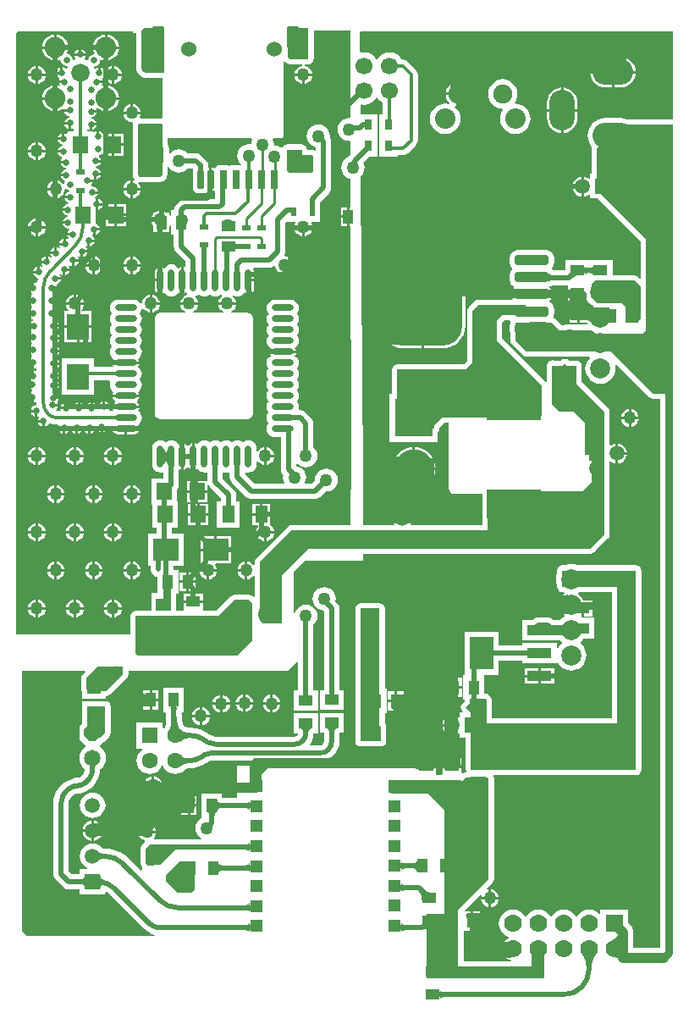
<source format=gtl>
G04*
G04 #@! TF.GenerationSoftware,Altium Limited,Altium Designer,20.1.12 (249)*
G04*
G04 Layer_Physical_Order=1*
G04 Layer_Color=255*
%FSTAX24Y24*%
%MOIN*%
G70*
G04*
G04 #@! TF.SameCoordinates,89921D2C-3172-4036-8A71-56443DCFD009*
G04*
G04*
G04 #@! TF.FilePolarity,Positive*
G04*
G01*
G75*
%ADD16C,0.0100*%
%ADD22R,0.0236X0.0354*%
G04:AMPARAMS|DCode=23|XSize=23.6mil|YSize=70.9mil|CornerRadius=1.2mil|HoleSize=0mil|Usage=FLASHONLY|Rotation=180.000|XOffset=0mil|YOffset=0mil|HoleType=Round|Shape=RoundedRectangle|*
%AMROUNDEDRECTD23*
21,1,0.0236,0.0685,0,0,180.0*
21,1,0.0213,0.0709,0,0,180.0*
1,1,0.0024,-0.0106,0.0343*
1,1,0.0024,0.0106,0.0343*
1,1,0.0024,0.0106,-0.0343*
1,1,0.0024,-0.0106,-0.0343*
%
%ADD23ROUNDEDRECTD23*%
G04:AMPARAMS|DCode=24|XSize=27.6mil|YSize=70.9mil|CornerRadius=1.4mil|HoleSize=0mil|Usage=FLASHONLY|Rotation=180.000|XOffset=0mil|YOffset=0mil|HoleType=Round|Shape=RoundedRectangle|*
%AMROUNDEDRECTD24*
21,1,0.0276,0.0681,0,0,180.0*
21,1,0.0248,0.0709,0,0,180.0*
1,1,0.0028,-0.0124,0.0341*
1,1,0.0028,0.0124,0.0341*
1,1,0.0028,0.0124,-0.0341*
1,1,0.0028,-0.0124,-0.0341*
%
%ADD24ROUNDEDRECTD24*%
G04:AMPARAMS|DCode=25|XSize=63mil|YSize=59.1mil|CornerRadius=3mil|HoleSize=0mil|Usage=FLASHONLY|Rotation=180.000|XOffset=0mil|YOffset=0mil|HoleType=Round|Shape=RoundedRectangle|*
%AMROUNDEDRECTD25*
21,1,0.0630,0.0531,0,0,180.0*
21,1,0.0571,0.0591,0,0,180.0*
1,1,0.0059,-0.0285,0.0266*
1,1,0.0059,0.0285,0.0266*
1,1,0.0059,0.0285,-0.0266*
1,1,0.0059,-0.0285,-0.0266*
%
%ADD25ROUNDEDRECTD25*%
G04:AMPARAMS|DCode=26|XSize=47.2mil|YSize=86.6mil|CornerRadius=2.4mil|HoleSize=0mil|Usage=FLASHONLY|Rotation=180.000|XOffset=0mil|YOffset=0mil|HoleType=Round|Shape=RoundedRectangle|*
%AMROUNDEDRECTD26*
21,1,0.0472,0.0819,0,0,180.0*
21,1,0.0425,0.0866,0,0,180.0*
1,1,0.0047,-0.0213,0.0409*
1,1,0.0047,0.0213,0.0409*
1,1,0.0047,0.0213,-0.0409*
1,1,0.0047,-0.0213,-0.0409*
%
%ADD26ROUNDEDRECTD26*%
G04:AMPARAMS|DCode=27|XSize=59.1mil|YSize=55.1mil|CornerRadius=2.8mil|HoleSize=0mil|Usage=FLASHONLY|Rotation=180.000|XOffset=0mil|YOffset=0mil|HoleType=Round|Shape=RoundedRectangle|*
%AMROUNDEDRECTD27*
21,1,0.0591,0.0496,0,0,180.0*
21,1,0.0535,0.0551,0,0,180.0*
1,1,0.0055,-0.0268,0.0248*
1,1,0.0055,0.0268,0.0248*
1,1,0.0055,0.0268,-0.0248*
1,1,0.0055,-0.0268,-0.0248*
%
%ADD27ROUNDEDRECTD27*%
%ADD28R,0.0315X0.0433*%
G04:AMPARAMS|DCode=29|XSize=393.7mil|YSize=315mil|CornerRadius=78.7mil|HoleSize=0mil|Usage=FLASHONLY|Rotation=90.000|XOffset=0mil|YOffset=0mil|HoleType=Round|Shape=RoundedRectangle|*
%AMROUNDEDRECTD29*
21,1,0.3937,0.1575,0,0,90.0*
21,1,0.2362,0.3150,0,0,90.0*
1,1,0.1575,0.0787,0.1181*
1,1,0.1575,0.0787,-0.1181*
1,1,0.1575,-0.0787,-0.1181*
1,1,0.1575,-0.0787,0.1181*
%
%ADD29ROUNDEDRECTD29*%
G04:AMPARAMS|DCode=30|XSize=39.4mil|YSize=133.9mil|CornerRadius=9.8mil|HoleSize=0mil|Usage=FLASHONLY|Rotation=90.000|XOffset=0mil|YOffset=0mil|HoleType=Round|Shape=RoundedRectangle|*
%AMROUNDEDRECTD30*
21,1,0.0394,0.1142,0,0,90.0*
21,1,0.0197,0.1339,0,0,90.0*
1,1,0.0197,0.0571,0.0098*
1,1,0.0197,0.0571,-0.0098*
1,1,0.0197,-0.0571,-0.0098*
1,1,0.0197,-0.0571,0.0098*
%
%ADD30ROUNDEDRECTD30*%
%ADD31R,0.0500X0.0650*%
%ADD32R,0.0550X0.0433*%
%ADD33R,0.0433X0.0550*%
%ADD34R,0.1024X0.0866*%
%ADD35R,0.0945X0.1299*%
%ADD36R,0.0945X0.0394*%
%ADD37R,0.0550X0.0394*%
%ADD38O,0.0866X0.0236*%
%ADD39R,0.0354X0.0236*%
%ADD40R,0.0866X0.1024*%
%ADD41R,0.0394X0.0550*%
%ADD42R,0.0600X0.0650*%
%ADD43R,0.0591X0.0512*%
%ADD44R,0.0315X0.0472*%
%ADD45O,0.0236X0.0866*%
%ADD46R,0.2126X0.1181*%
%ADD77C,0.0800*%
%ADD100C,0.0120*%
%ADD101C,0.0197*%
%ADD102C,0.0394*%
%ADD103C,0.0315*%
%ADD104C,0.0600*%
%ADD105C,0.0787*%
%ADD106C,0.0820*%
%ADD107C,0.0720*%
%ADD108C,0.0669*%
%ADD109C,0.0650*%
%ADD110P,0.0704X8X292.5*%
%ADD111C,0.0591*%
%ADD112R,0.0591X0.0591*%
%ADD113R,0.0591X0.0591*%
%ADD114R,0.0598X0.0598*%
%ADD115C,0.0598*%
%ADD116C,0.0750*%
%ADD117O,0.0650X0.0750*%
%ADD118C,0.0700*%
%ADD119R,0.0700X0.0700*%
%ADD120R,0.1500X0.1500*%
%ADD121C,0.1500*%
%ADD122R,0.0500X0.0500*%
%ADD123C,0.0630*%
%ADD124R,0.0630X0.0630*%
%ADD125O,0.1000X0.1600*%
%ADD126O,0.1600X0.1000*%
%ADD127C,0.0500*%
%ADD128C,0.0250*%
G36*
X021178Y046842D02*
X021192Y046828D01*
X0212Y04681D01*
Y0468D01*
Y045637D01*
Y04563D01*
X021194Y045616D01*
X021184Y045606D01*
X02117Y0456D01*
X02052D01*
X020465Y045623D01*
X020423Y045665D01*
X0204Y04572D01*
Y04575D01*
Y0468D01*
Y04681D01*
X020408Y046828D01*
X020422Y046842D01*
X02044Y04685D01*
X02116D01*
X021178Y046842D01*
D02*
G37*
G36*
X01545Y046828D02*
X01549Y046788D01*
X015512Y046736D01*
Y046708D01*
Y045105D01*
Y045097D01*
X015506Y045084D01*
X015496Y045073D01*
X015482Y045068D01*
X01487D01*
Y045068D01*
X01482D01*
X014728Y045106D01*
X014658Y045176D01*
X01462Y045268D01*
Y045318D01*
Y046677D01*
Y046711D01*
X014646Y046775D01*
X014695Y046824D01*
X014758Y04685D01*
X015398D01*
X01545Y046828D01*
D02*
G37*
G36*
X022858Y043334D02*
X02282Y043301D01*
X0228Y043304D01*
X022683Y043288D01*
X022573Y043243D01*
X022479Y043171D01*
X022407Y043077D01*
X022362Y042967D01*
X022346Y04285D01*
X022362Y042733D01*
X022407Y042623D01*
X022479Y042529D01*
X022573Y042457D01*
X022683Y042412D01*
X0228Y042396D01*
X02282Y042399D01*
X022858Y042366D01*
Y041875D01*
X022795Y041812D01*
X022751Y041755D01*
X022723Y041743D01*
X022629Y041671D01*
X022557Y041577D01*
X022512Y041467D01*
X022496Y04135D01*
X022512Y041233D01*
X022557Y041123D01*
X022629Y041029D01*
X022723Y040957D01*
X022833Y040912D01*
X022858Y040908D01*
Y039791D01*
X022816D01*
Y039416D01*
Y039041D01*
X022858D01*
Y027278D01*
X020528D01*
X02045Y027262D01*
X020384Y027218D01*
X019142Y025976D01*
X019097Y02591D01*
X019082Y025831D01*
Y025725D01*
X019032Y025708D01*
X019Y02575D01*
X018927Y025806D01*
X018841Y025841D01*
X0188Y025846D01*
Y0255D01*
Y025154D01*
X018841Y025159D01*
X018927Y025194D01*
X019Y02525D01*
X019032Y025292D01*
X019082Y025275D01*
Y024472D01*
X019036Y024453D01*
X01901Y024478D01*
X018944Y024522D01*
X018866Y024538D01*
X018286D01*
X018208Y024522D01*
X018142Y024478D01*
X018142Y024478D01*
X017568Y023904D01*
X017061D01*
X017042Y023946D01*
X017042Y023954D01*
Y024212D01*
X016667D01*
X016292D01*
Y023954D01*
X016272Y023904D01*
X015995Y023904D01*
Y024142D01*
X016003Y0242D01*
Y024575D01*
X016079D01*
Y025525D01*
X015884D01*
Y025667D01*
X016295D01*
Y026933D01*
X015811D01*
Y027175D01*
X01606D01*
Y028225D01*
X01601D01*
Y02864D01*
X016014Y028643D01*
X016061Y028705D01*
X016092Y028777D01*
X016102Y028855D01*
Y029402D01*
X016103Y029408D01*
X016103Y029435D01*
X016145Y029463D01*
X016154Y029464D01*
X016184Y029458D01*
Y029985D01*
Y030513D01*
X016149Y030506D01*
X016081Y03046D01*
X016079Y030461D01*
X016028Y030527D01*
X015961Y030578D01*
X015884Y03061D01*
X015801Y030621D01*
X015718Y03061D01*
X01564Y030578D01*
X015584Y030535D01*
X015528Y030578D01*
X015451Y03061D01*
X015368Y030621D01*
X015285Y03061D01*
X015207Y030578D01*
X015141Y030527D01*
X01509Y030461D01*
X015058Y030383D01*
X015047Y0303D01*
Y02967D01*
X015058Y029587D01*
X01509Y02951D01*
X015141Y029444D01*
X015207Y029393D01*
X015285Y029361D01*
X015368Y02935D01*
X01545Y02936D01*
X01546Y029361D01*
X0155Y02933D01*
Y029125D01*
X01501D01*
Y028075D01*
X01506D01*
Y027175D01*
X015209D01*
Y026933D01*
X014872D01*
Y025667D01*
X014985D01*
Y02555D01*
X014995Y025472D01*
X015025Y025399D01*
X015073Y025337D01*
X015135Y025289D01*
X015208Y025259D01*
X015246Y025254D01*
Y024608D01*
X015005D01*
Y023904D01*
X0144D01*
X014322Y023888D01*
X014256Y023844D01*
X014212Y023778D01*
X014196Y0237D01*
Y022975D01*
X0097D01*
Y03095D01*
Y031117D01*
Y046644D01*
X009781Y046725D01*
X0143D01*
Y046627D01*
X014416D01*
Y045318D01*
Y045268D01*
X014431Y04519D01*
X014469Y045098D01*
X014513Y045032D01*
X014584Y044962D01*
X01465Y044917D01*
X014742Y044879D01*
X01482Y044864D01*
X01487D01*
X01487Y044864D01*
X015441D01*
Y043329D01*
X015391Y04329D01*
X015386Y043291D01*
X014589D01*
X014563Y043341D01*
X014591Y043409D01*
X014596Y04345D01*
X013904D01*
X013909Y043409D01*
X013944Y043323D01*
X014Y04325D01*
X014055Y043209D01*
D01*
X014073Y043194D01*
X014159Y043159D01*
X014246Y043148D01*
X014261Y043142D01*
X01429Y043111D01*
X014285Y043087D01*
Y043087D01*
X014291Y043057D01*
X014285Y043027D01*
Y041068D01*
X0143Y040991D01*
D01*
X0143Y040989D01*
X014316Y040953D01*
X01436Y040887D01*
X01436Y040887D01*
X014349Y04086D01*
X014334Y040842D01*
X0143Y040846D01*
Y04055D01*
X014596D01*
X014591Y040591D01*
X014556Y040677D01*
X014503Y040746D01*
X014506Y04076D01*
X014527Y040792D01*
X014569Y040783D01*
X015359D01*
X015437Y040799D01*
X015437Y040799D01*
X015474Y040815D01*
X015541Y040859D01*
X015569Y040887D01*
X015613Y040954D01*
X015629Y040991D01*
X015645Y041069D01*
Y041385D01*
X015695Y041395D01*
X015701Y041381D01*
X015773Y041287D01*
X015867Y041214D01*
X015976Y041169D01*
X016094Y041154D01*
X016211Y041169D01*
X016321Y041214D01*
X016415Y041287D01*
X01643Y041307D01*
X016643D01*
X016646Y041303D01*
Y041242D01*
X016645Y041234D01*
Y040549D01*
X016661Y040467D01*
X016708Y040397D01*
X016778Y04035D01*
X016861Y040333D01*
X017073D01*
X017156Y04035D01*
X017226Y040397D01*
X017252Y040435D01*
X017291D01*
Y040892D01*
Y041348D01*
X017252D01*
X017248Y041354D01*
Y041428D01*
X017238Y041506D01*
X017208Y041578D01*
X01716Y041641D01*
X01698Y04182D01*
X016918Y041868D01*
X016845Y041898D01*
X016767Y041909D01*
X01643D01*
X016415Y041928D01*
X016321Y042001D01*
X016211Y042046D01*
X016094Y042061D01*
X015976Y042046D01*
X015867Y042001D01*
X015773Y041928D01*
X015758Y041909D01*
X01571Y041925D01*
Y042108D01*
X015693Y042197D01*
X015645Y042269D01*
Y042498D01*
X01565Y0425D01*
X018955D01*
X018988Y04245D01*
X018956Y042372D01*
X018941Y042261D01*
X01885Y042273D01*
X018733Y042258D01*
X018624Y042212D01*
X01853Y04214D01*
X018457Y042046D01*
X018412Y041937D01*
X018397Y041819D01*
X018412Y041702D01*
X018457Y041592D01*
X01853Y041498D01*
X018547Y041485D01*
X018525Y041438D01*
X018465Y04145D01*
X018217D01*
X018134Y041434D01*
X018091Y041405D01*
X018048Y041434D01*
X017965Y04145D01*
X017717D01*
X017634Y041434D01*
X017563Y041386D01*
X017519Y041321D01*
X017491Y04134D01*
X017447Y041348D01*
X017391D01*
Y040892D01*
Y040435D01*
X017447D01*
X01746Y040438D01*
X01751Y040401D01*
Y040101D01*
X016321D01*
X016243Y040091D01*
X01617Y040061D01*
X016108Y040013D01*
X015983Y039888D01*
X015935Y039825D01*
X015905Y039753D01*
X015895Y039675D01*
Y039667D01*
X015779D01*
Y039445D01*
X015775Y039441D01*
X015725Y039465D01*
Y039567D01*
X015595D01*
X015544Y039606D01*
X015459Y039641D01*
X015418Y039647D01*
Y0393D01*
X015368D01*
Y03925D01*
X015021D01*
X015027Y039209D01*
X015062Y039124D01*
X015092Y039085D01*
Y038817D01*
X015358D01*
Y039192D01*
X015458D01*
Y038817D01*
X015725D01*
Y03906D01*
X015775Y039083D01*
X015779Y03908D01*
Y038717D01*
X015895D01*
Y038254D01*
X015905Y038176D01*
X015935Y038104D01*
X015983Y038042D01*
X016366Y037658D01*
Y037457D01*
X016327Y037436D01*
X016316Y037436D01*
X016284Y037442D01*
Y036915D01*
Y036387D01*
X016319Y036394D01*
X016387Y03644D01*
X016389Y036439D01*
X016424Y036393D01*
X016411Y036348D01*
X016405Y03634D01*
X016323Y036306D01*
X01625Y03625D01*
X016194Y036177D01*
X016159Y036091D01*
X016154Y03605D01*
X016846D01*
X016841Y036091D01*
X016806Y036177D01*
X016757Y03624D01*
X016755Y03625D01*
X01676Y036274D01*
X016769Y036298D01*
X016827Y036322D01*
X016883Y036365D01*
X01694Y036322D01*
X017017Y03629D01*
X0171Y036279D01*
X017183Y03629D01*
X01726Y036322D01*
X017317Y036365D01*
X017373Y036322D01*
X01745Y03629D01*
X017533Y036279D01*
X017616Y03629D01*
X017694Y036322D01*
X017742Y036359D01*
X017784Y036333D01*
X017788Y036282D01*
X017786Y036277D01*
X01775Y03625D01*
X017694Y036177D01*
X017659Y036091D01*
X017654Y03605D01*
X018346D01*
X018341Y036091D01*
X018306Y036177D01*
X01825Y03625D01*
X018224Y03627D01*
X018226Y036331D01*
X018227Y036331D01*
X018239Y036322D01*
X018316Y03629D01*
X018399Y036279D01*
X018482Y03629D01*
X01856Y036322D01*
X018626Y036373D01*
X018677Y036439D01*
X018679Y03644D01*
X018747Y036394D01*
X018782Y036387D01*
Y036915D01*
X018832D01*
Y036965D01*
X019055D01*
Y03723D01*
X019038Y037315D01*
X019017Y037345D01*
X019044Y037395D01*
X019645D01*
X019723Y037406D01*
X019795Y037436D01*
X01985Y037477D01*
X019879Y037471D01*
X019903Y037458D01*
X019909Y037409D01*
X019944Y037323D01*
X02Y03725D01*
X020073Y037194D01*
X020159Y037159D01*
X0202Y037154D01*
Y0375D01*
X02025D01*
Y03755D01*
X020596D01*
X020591Y037591D01*
X020556Y037677D01*
X0205Y03775D01*
X020427Y037806D01*
X020341Y037841D01*
X020284Y037849D01*
X020261Y037901D01*
X020291Y037974D01*
X020301Y038051D01*
Y039185D01*
X020339Y039223D01*
X020673D01*
X020695Y039178D01*
X020694Y039177D01*
X020659Y039091D01*
X020654Y03905D01*
X021346D01*
X021341Y039091D01*
X021306Y039177D01*
X021305Y039178D01*
X021327Y039223D01*
X021668D01*
Y039977D01*
X021668Y039977D01*
X021668D01*
X021668Y039977D01*
X021682Y040021D01*
X022013Y040352D01*
X022061Y040415D01*
X022091Y040487D01*
X022101Y040565D01*
Y042379D01*
X022091Y042457D01*
X022061Y04253D01*
X022039Y042559D01*
X022043Y042591D01*
X022027Y042708D01*
X021982Y042817D01*
X02191Y042912D01*
X021816Y042984D01*
X021706Y043029D01*
X021589Y043044D01*
X021471Y043029D01*
X021362Y042984D01*
X021268Y042912D01*
X021196Y042817D01*
X021151Y042708D01*
X021135Y042591D01*
X021151Y042473D01*
X021196Y042364D01*
X021268Y04227D01*
X021362Y042197D01*
X021471Y042152D01*
X021499Y042149D01*
Y042037D01*
X021455Y042013D01*
X021438Y042024D01*
X021438Y042024D01*
X021405Y042038D01*
X021405Y042038D01*
X021355Y042048D01*
X021326Y042054D01*
X021138D01*
X021123Y042129D01*
X021073Y042204D01*
X020998Y042254D01*
X020909Y042272D01*
X020373D01*
X020284Y042254D01*
X020209Y042204D01*
X020173Y042149D01*
X020113Y042133D01*
X020082Y042156D01*
X019973Y042201D01*
X019855Y042217D01*
X019845Y042227D01*
X019848Y042255D01*
X019833Y042372D01*
X019801Y04245D01*
X019834Y0425D01*
X020141D01*
X020231Y042591D01*
Y045502D01*
X020271Y045518D01*
X020281Y045518D01*
X020321Y045479D01*
X020387Y045434D01*
X020442Y045412D01*
X02052Y045396D01*
X020944D01*
X020947Y045346D01*
X020909Y045341D01*
X020823Y045306D01*
X02075Y04525D01*
X020694Y045177D01*
X020659Y045091D01*
X020654Y04505D01*
X021346D01*
X021341Y045091D01*
X021306Y045177D01*
X02125Y04525D01*
X021177Y045306D01*
X021091Y045341D01*
X021053Y045346D01*
X021056Y045396D01*
X02117D01*
X021248Y045412D01*
X021262Y045417D01*
X021328Y045462D01*
X021338Y045472D01*
X021338Y045472D01*
X021338Y045472D01*
X021356Y045498D01*
X021383Y045538D01*
X021388Y045552D01*
X021388Y045552D01*
X021388Y045552D01*
X021397Y045597D01*
X021404Y04563D01*
X021404Y04563D01*
X021404Y04563D01*
Y046758D01*
X022858D01*
Y043334D01*
D02*
G37*
G36*
X03555Y03245D02*
X034753D01*
X033104Y0341D01*
X0298D01*
X02935Y03455D01*
Y03525D01*
X030766Y03525D01*
X031183Y034833D01*
Y034953D01*
X031576Y034972D01*
Y0348D01*
X032124D01*
Y034972D01*
X032126Y034964D01*
X032131Y034958D01*
X032139Y034952D01*
X03215Y034947D01*
X032165Y034943D01*
X032184Y03494D01*
X032205Y034937D01*
X032258Y034934D01*
X03229Y034933D01*
Y0348D01*
X03435D01*
X0345Y03495D01*
Y038512D01*
X032638Y040374D01*
X032614Y040367D01*
X032568Y040342D01*
X032525Y040306D01*
X032616Y040397D01*
X03255Y040462D01*
Y040894D01*
X032493D01*
X032531Y040896D01*
X03255Y0409D01*
Y0421D01*
X032661Y042211D01*
X032639Y042216D01*
X03257Y042227D01*
X032666Y042216D01*
X0334Y04295D01*
X03335Y04305D01*
X03555D01*
Y03245D01*
D02*
G37*
G36*
Y043254D02*
X033756D01*
X033637Y04329D01*
X0335Y043303D01*
X0329D01*
X032763Y04329D01*
X032631Y04325D01*
X032509Y043185D01*
X032403Y043097D01*
X032315Y042991D01*
X03225Y042869D01*
X03221Y042737D01*
X032197Y0426D01*
X03221Y042463D01*
X03225Y042331D01*
X032315Y042209D01*
X032358Y042158D01*
X032346Y0421D01*
Y041095D01*
X032292D01*
Y040937D01*
X032242Y040912D01*
X032242Y040912D01*
X032199Y040945D01*
X032103Y040985D01*
X03205Y040992D01*
Y0406D01*
Y040208D01*
X032103Y040215D01*
X032199Y040255D01*
X032242Y040288D01*
X032292Y040263D01*
Y04015D01*
X032579D01*
X03415Y038579D01*
Y038574D01*
X034296Y038428D01*
Y037008D01*
X03425Y036988D01*
X034194Y037044D01*
X034128Y037088D01*
X03405Y037104D01*
X033175D01*
Y037697D01*
X032453D01*
X032448Y037698D01*
X032437Y037697D01*
X032426Y0377D01*
X032413Y037697D01*
X032275D01*
Y037697D01*
X032088D01*
X032074Y0377D01*
X032063Y037697D01*
X032052Y037698D01*
X032047Y037697D01*
X031538D01*
X031536Y037697D01*
X031533Y037697D01*
X031515D01*
X031514Y037697D01*
X031513Y037697D01*
X031325D01*
Y037508D01*
X031324Y037502D01*
X031325Y037494D01*
Y037488D01*
X031324Y03748D01*
X031325Y037476D01*
Y037312D01*
X031324Y037311D01*
X031316Y037301D01*
X030882D01*
X030878Y037302D01*
X030863Y037303D01*
X03086Y037303D01*
X030858Y037304D01*
X030855Y037305D01*
X030851Y037307D01*
X030846Y037311D01*
X030839Y037316D01*
X030831Y037325D01*
X030821Y037336D01*
X030807Y037357D01*
X030784Y03739D01*
X030832Y037452D01*
X030862Y037524D01*
X030872Y037602D01*
Y037799D01*
X030862Y037877D01*
X030832Y03795D01*
X030784Y038012D01*
X030721Y03806D01*
X030649Y03809D01*
X030571Y0381D01*
X029429D01*
X029351Y03809D01*
X029279Y03806D01*
X029216Y038012D01*
X029168Y03795D01*
X029138Y037877D01*
X029128Y037799D01*
Y037602D01*
X029138Y037524D01*
X029168Y037452D01*
X029208Y0374D01*
X029213Y037366D01*
X029208Y037333D01*
X029168Y03728D01*
X029138Y037208D01*
X029128Y03713D01*
Y036933D01*
X029138Y036855D01*
X029168Y036783D01*
X029216Y03672D01*
X029279Y036672D01*
X029298Y036665D01*
X029303Y036615D01*
X029286Y036604D01*
X029267Y036575D01*
X030594Y036575D01*
X030609Y03659D01*
Y03655D01*
X03075D01*
X030714Y036604D01*
X030697Y036615D01*
X030702Y036665D01*
X030721Y036672D01*
X030749Y036693D01*
X030808Y036697D01*
X03084Y036698D01*
X030846Y036699D01*
X031376D01*
X031425Y036697D01*
X031425Y036658D01*
Y03655D01*
X032025D01*
X03215Y036425D01*
X03215Y036103D01*
X032175D01*
X032175Y036103D01*
Y036103D01*
X032206Y036066D01*
X032225Y036053D01*
Y036003D01*
X032288D01*
X032369Y035937D01*
X032381Y03593D01*
X032422Y03589D01*
X03242Y03585D01*
X03305D01*
X03305Y03535D01*
X032442D01*
X032418Y035159D01*
X032362Y035213D01*
X032306Y035262D01*
X03225Y035305D01*
X032193Y035342D01*
X032179Y03535D01*
X032126D01*
X032124Y035328D01*
Y03535D01*
X0319D01*
Y035227D01*
X032195D01*
X032198Y035223D01*
X032168Y035173D01*
X032138D01*
X032124Y035176D01*
X03211Y035173D01*
X03159D01*
X031576Y035176D01*
X031572Y035175D01*
X031567Y035175D01*
X031514Y035173D01*
X031375D01*
Y035166D01*
X031173Y035157D01*
X031172Y035157D01*
X031148D01*
X03091Y035394D01*
X030873Y035419D01*
X030844Y035438D01*
X03085Y035488D01*
X030862Y035517D01*
X030872Y035594D01*
Y035791D01*
X030862Y035869D01*
X030832Y035942D01*
X030784Y036004D01*
X030721Y036052D01*
X030702Y03606D01*
X030697Y03611D01*
X030714Y036121D01*
X030758Y036186D01*
X03076Y0362D01*
X030194D01*
X030172Y036222D01*
X029235Y036222D01*
X029239Y036204D01*
X029208Y036154D01*
X0279D01*
X027822Y036138D01*
X027756Y036094D01*
X027506Y035844D01*
X027462Y035778D01*
X027446Y0357D01*
Y033734D01*
X027316Y033604D01*
X0247D01*
X024622Y033588D01*
X024556Y033544D01*
X024512Y033478D01*
X024496Y0334D01*
Y03245D01*
X0244D01*
Y03055D01*
X0263D01*
Y030933D01*
X026338Y03099D01*
X026354Y031068D01*
Y031104D01*
X026547Y031297D01*
X026734D01*
Y028711D01*
X026749Y028633D01*
X026794Y028567D01*
X02686Y028523D01*
X026938Y028508D01*
X028037D01*
Y02733D01*
X028046D01*
Y027278D01*
X025251D01*
X025228Y027322D01*
X025245Y027344D01*
X025248Y02735D01*
X024552D01*
X024555Y027344D01*
X024572Y027322D01*
X024549Y027278D01*
X02335D01*
Y029274D01*
X02326Y041021D01*
X023271Y041029D01*
X023343Y041123D01*
X023388Y041233D01*
X023404Y04135D01*
X023388Y041467D01*
X023363Y041528D01*
X023618Y041783D01*
X023907D01*
Y042617D01*
X023907D01*
X023907Y042617D01*
X023907Y042667D01*
Y04345D01*
X023242D01*
X023239Y043797D01*
X023242Y043804D01*
X023289Y043838D01*
X0234Y043824D01*
X02354Y043842D01*
X02367Y043896D01*
X023781Y043982D01*
X023867Y044093D01*
X023875Y044113D01*
X023925D01*
X023933Y044093D01*
X024019Y043982D01*
X024113Y04391D01*
Y04345D01*
X023993D01*
Y042617D01*
X023993D01*
Y042617D01*
X023993D01*
Y041783D01*
X024707D01*
Y041838D01*
X024935D01*
X024935Y041838D01*
X025002Y041847D01*
X025066Y041873D01*
X02512Y041915D01*
X025427Y042222D01*
X025427Y042222D01*
X025469Y042276D01*
X025495Y042339D01*
X025504Y042407D01*
Y045008D01*
X025495Y045076D01*
X025469Y04514D01*
X025427Y045194D01*
X025427Y045194D01*
X0251Y045521D01*
X025046Y045562D01*
X024983Y045589D01*
X024915Y045598D01*
X024915Y045598D01*
X024876D01*
X024867Y04562D01*
X024781Y045731D01*
X02467Y045817D01*
X02454Y045871D01*
X0244Y045889D01*
X02426Y045871D01*
X02413Y045817D01*
X024019Y045731D01*
X023933Y04562D01*
X023925Y0456D01*
X023875D01*
X023867Y04562D01*
X023781Y045731D01*
X02367Y045817D01*
X02354Y045871D01*
X0234Y045889D01*
X023273Y045873D01*
X023223Y045903D01*
X023217Y04667D01*
X023267Y0467D01*
X03555D01*
Y043254D01*
D02*
G37*
G36*
X02136Y041836D02*
X021386Y04181D01*
X0214Y041776D01*
Y041758D01*
Y04125D01*
Y04123D01*
X021385Y041193D01*
X021357Y041165D01*
X02132Y04115D01*
X02044D01*
X020422Y041158D01*
X020408Y041172D01*
X0204Y04119D01*
Y0412D01*
X02039D01*
X020372Y041208D01*
X020358Y041222D01*
X02035Y04124D01*
Y04125D01*
Y0418D01*
Y04181D01*
X020358Y041828D01*
X020372Y041842D01*
X02039Y04185D01*
X021326D01*
X02136Y041836D01*
D02*
G37*
G36*
X015411Y043077D02*
X01543Y043058D01*
X015441Y043033D01*
Y04302D01*
Y041089D01*
Y041069D01*
X015425Y041032D01*
X015396Y041003D01*
X015359Y040987D01*
X014569D01*
X014532Y041003D01*
X014504Y041031D01*
X014489Y041068D01*
Y041087D01*
Y043012D01*
Y043027D01*
X0145Y043055D01*
X014521Y043076D01*
X014549Y043087D01*
X014489D01*
Y043087D01*
X015386D01*
X015411Y043077D01*
D02*
G37*
G36*
X031972Y037106D02*
X031941Y037127D01*
X031908Y037141D01*
X031872Y037147D01*
X031834Y037145D01*
X031793Y037135D01*
X031751Y037117D01*
X031705Y037091D01*
X031657Y037057D01*
X031607Y037015D01*
X031554Y036965D01*
X031387Y037076D01*
X03144Y037132D01*
X031485Y037185D01*
X031521Y037235D01*
X031548Y037281D01*
X031566Y037325D01*
X031576Y037365D01*
X031577Y037402D01*
X031569Y037436D01*
X031553Y037466D01*
X031527Y037494D01*
X031972Y037106D01*
D02*
G37*
G36*
X032076Y037477D02*
X032082Y037461D01*
X032092Y037446D01*
X032105Y037433D01*
X032123Y037423D01*
X032145Y037414D01*
X03217Y037407D01*
X0322Y037402D01*
X032233Y037399D01*
X03225Y037399D01*
X032267Y037399D01*
X0323Y037402D01*
X03233Y037407D01*
X032355Y037414D01*
X032377Y037423D01*
X032395Y037433D01*
X032408Y037446D01*
X032418Y037461D01*
X032424Y037477D01*
X032426Y037496D01*
Y037104D01*
X032424Y037123D01*
X032418Y037139D01*
X032408Y037154D01*
X032395Y037167D01*
X032377Y037177D01*
X032355Y037186D01*
X03233Y037193D01*
X0323Y037198D01*
X032267Y037201D01*
X03225Y037201D01*
X032233Y037201D01*
X0322Y037198D01*
X03217Y037193D01*
X032145Y037186D01*
X032123Y037177D01*
X032105Y037167D01*
X032092Y037154D01*
X032082Y037139D01*
X032076Y037123D01*
X032074Y037104D01*
Y037496D01*
X032076Y037477D01*
D02*
G37*
G36*
X03066Y037211D02*
X03068Y037188D01*
X0307Y037167D01*
X030722Y037149D01*
X030744Y037133D01*
X030767Y037121D01*
X030791Y037111D01*
X030815Y037104D01*
X030841Y0371D01*
X030867Y037098D01*
X030838Y036902D01*
X030801Y036901D01*
X030643Y036891D01*
X030629Y036887D01*
X030617Y036884D01*
X030609Y036879D01*
X030641Y037238D01*
X03066Y037211D01*
D02*
G37*
G36*
X0343Y03665D02*
Y035423D01*
X0342Y035323D01*
Y03525D01*
X0337D01*
Y035774D01*
X033678D01*
X0337Y035776D01*
Y03585D01*
X03355Y036D01*
X0326D01*
X03239Y03621D01*
X03235D01*
Y03675D01*
X0325Y0369D01*
X03405D01*
X0343Y03665D01*
D02*
G37*
G36*
X02975Y03585D02*
X02945Y03555D01*
Y035544D01*
X028844D01*
X028631Y035331D01*
Y034539D01*
X0304Y032769D01*
Y0316D01*
X030301Y031501D01*
X026463D01*
X02615Y031189D01*
X02615Y031068D01*
X0247Y031068D01*
X0247Y0323D01*
Y0334D01*
X0274D01*
X02765Y03365D01*
Y0357D01*
X0279Y03595D01*
X02975D01*
Y03585D01*
D02*
G37*
G36*
X015699Y02964D02*
X015915D01*
X015912Y029631D01*
X015909Y029619D01*
X015907Y029604D01*
X015903Y029564D01*
X0159Y029481D01*
X015899Y02941D01*
X015702D01*
X015702Y029447D01*
X015692Y029619D01*
X01569Y029631D01*
X015689Y029635D01*
X015676Y029664D01*
X015632Y029752D01*
X01561Y029788D01*
X015588Y029818D01*
X015584Y029823D01*
X01558Y029818D01*
X015559Y029788D01*
X015537Y029752D01*
X015515Y029711D01*
X01547Y029612D01*
Y030359D01*
X015493Y030307D01*
X015537Y030219D01*
X015559Y030183D01*
X01558Y030153D01*
X015584Y030148D01*
X015588Y030153D01*
X01561Y030183D01*
X015632Y030219D01*
X015654Y03026D01*
X015699Y030359D01*
Y02964D01*
D02*
G37*
G36*
X029154Y03529D02*
X029146Y03525D01*
Y035219D01*
X029138Y0352D01*
X029128Y035122D01*
Y034925D01*
X029138Y034847D01*
X029146Y034829D01*
Y03455D01*
X029162Y034472D01*
X029206Y034406D01*
X029656Y033955D01*
X029722Y033911D01*
X0298Y033896D01*
X032256D01*
X032271Y033846D01*
X032204Y033765D01*
X032149Y033661D01*
X032115Y033549D01*
X032103Y033433D01*
X032115Y033317D01*
X032149Y033205D01*
X032204Y033102D01*
X032278Y033011D01*
X032369Y032937D01*
X032472Y032882D01*
X032584Y032848D01*
X0327Y032837D01*
X032816Y032848D01*
X032928Y032882D01*
X033031Y032937D01*
X033122Y033011D01*
X033196Y033102D01*
X033251Y033205D01*
X033285Y033317D01*
X033297Y033433D01*
X033285Y033549D01*
X033281Y033563D01*
X033325Y03359D01*
X034609Y032306D01*
X034675Y032262D01*
X034753Y032246D01*
X035039D01*
X035039Y01065D01*
X034D01*
Y011248D01*
X034001Y01125D01*
X033999Y011256D01*
X034Y011263D01*
X033997Y011276D01*
X033987Y011354D01*
X033947Y01145D01*
X033883Y011533D01*
X0338Y011616D01*
Y01215D01*
X0327D01*
Y011995D01*
X032653Y011979D01*
X032642Y011992D01*
X032527Y01208D01*
X032394Y012136D01*
X03225Y012155D01*
X032106Y012136D01*
X031973Y01208D01*
X031858Y011992D01*
X031779Y01189D01*
X031763Y011886D01*
X031737Y011886D01*
X031721Y01189D01*
X031642Y011992D01*
X031527Y01208D01*
X031394Y012136D01*
X03125Y012155D01*
X031106Y012136D01*
X030973Y01208D01*
X030858Y011992D01*
X030779Y01189D01*
X030763Y011886D01*
X030737Y011886D01*
X030721Y01189D01*
X030642Y011992D01*
X030527Y01208D01*
X030394Y012136D01*
X03025Y012155D01*
X030106Y012136D01*
X029973Y01208D01*
X029858Y011992D01*
X029779Y01189D01*
X029763Y011886D01*
X029737Y011886D01*
X029721Y01189D01*
X029642Y011992D01*
X029527Y01208D01*
X029394Y012136D01*
X02925Y012155D01*
X029106Y012136D01*
X028973Y01208D01*
X028858Y011992D01*
X02877Y011877D01*
X028714Y011744D01*
X028695Y0116D01*
X028714Y011456D01*
X02877Y011323D01*
X028858Y011208D01*
X028973Y01112D01*
X029085Y011073D01*
Y011019D01*
X029023Y010993D01*
X028929Y010921D01*
X028884Y010862D01*
X029253D01*
X029227Y01065D01*
X02925D01*
Y01055D01*
X029214D01*
X029178Y01025D01*
X028967D01*
X029023Y010207D01*
X029133Y010162D01*
X029191Y010154D01*
X029187Y010104D01*
X027304Y010104D01*
X027304Y011285D01*
X027327Y011325D01*
X027354Y011325D01*
X027553D01*
Y0115D01*
X02755D01*
X0274Y01195D01*
X02745Y012D01*
X027553D01*
Y012012D01*
X027594D01*
Y012075D01*
X027378D01*
X027357Y012125D01*
X027972Y01274D01*
X028015Y012712D01*
X028005Y01269D01*
X028Y012648D01*
X028296D01*
Y012945D01*
X028255Y012939D01*
X028233Y01293D01*
X028205Y012973D01*
X028444Y013212D01*
X028488Y013278D01*
X028504Y013356D01*
X028504Y016878D01*
Y0173D01*
X028504Y0173D01*
X028488Y017378D01*
X028479Y017392D01*
X028502Y017436D01*
X034103Y017436D01*
X034181Y017452D01*
X034248Y017496D01*
X034292Y017562D01*
X034307Y01764D01*
X034307Y02549D01*
X034292Y025568D01*
X034248Y025635D01*
X034181Y025679D01*
X034103Y025694D01*
X031791Y025694D01*
X031778Y025701D01*
X031666Y025735D01*
X03155Y025747D01*
X031434Y025735D01*
X031322Y025701D01*
X031309Y025694D01*
X031203D01*
X031125Y025679D01*
X031059Y025635D01*
X031015Y025568D01*
X030999Y02549D01*
Y025379D01*
X030999Y025378D01*
X030965Y025266D01*
X030953Y02515D01*
X030965Y025034D01*
X030999Y024922D01*
X030999Y024921D01*
Y02484D01*
X031015Y024762D01*
X031059Y024696D01*
X031125Y024652D01*
X031203Y024636D01*
X031251D01*
X031277Y024623D01*
X031277Y024623D01*
X031279Y024565D01*
X031198Y024502D01*
X031196Y0245D01*
X0317D01*
Y02405D01*
X031428Y023778D01*
X031224D01*
X031279Y023735D01*
X031277Y023677D01*
X031277Y023677D01*
X031219Y023646D01*
X031128Y023572D01*
X03111Y02355D01*
X030847D01*
X030779Y023602D01*
X030683Y023642D01*
X030579Y023656D01*
X030303D01*
X0302Y023642D01*
X030103Y023602D01*
X030028Y023544D01*
X029631D01*
Y022751D01*
X030678D01*
X030684Y02275D01*
X03111D01*
X031128Y022728D01*
X031184Y022682D01*
Y022618D01*
X031128Y022572D01*
X031054Y022481D01*
X031026Y022429D01*
X030976Y022441D01*
Y022639D01*
X029631D01*
Y022543D01*
X028692D01*
Y023092D01*
X027347D01*
Y021392D01*
X02731Y021363D01*
X027302D01*
Y020413D01*
X027346D01*
Y020342D01*
X027256Y020252D01*
X027212Y020186D01*
X027196Y020108D01*
X027212Y02003D01*
X027256Y019964D01*
X027278Y019941D01*
X027259Y019895D01*
X027158D01*
Y019737D01*
X027108Y019712D01*
X0271Y019719D01*
Y019081D01*
X027108Y019088D01*
X027158Y019063D01*
Y018905D01*
X027396D01*
Y0177D01*
X027399Y017683D01*
X027399Y017666D01*
X027405Y017651D01*
Y017554D01*
X0274D01*
X027322Y017538D01*
X027275Y017507D01*
X027225Y017531D01*
X027225Y017531D01*
Y017744D01*
X0272D01*
Y0177D01*
X0271D01*
Y01765D01*
X026989Y0177D01*
X026576D01*
Y017578D01*
X026574Y017629D01*
X026568Y017674D01*
X026562Y0177D01*
X026475D01*
Y017504D01*
X026475Y017477D01*
X026435Y017454D01*
X026265D01*
X026225Y017477D01*
Y0177D01*
X026138D01*
X026132Y017674D01*
X026126Y017629D01*
X026124Y017578D01*
Y0177D01*
X025576D01*
Y017578D01*
X025574Y017601D01*
X025568Y01762D01*
X025559Y017638D01*
X025545Y017653D01*
X025527Y017666D01*
X025505Y017677D01*
X02548Y017685D01*
X02545Y017691D01*
X025417Y017694D01*
X025379Y017695D01*
Y0177D01*
X0196D01*
X01935Y01745D01*
Y017263D01*
X019358Y017261D01*
X019387Y017259D01*
X01935D01*
Y016878D01*
X0193Y016896D01*
Y016878D01*
X019286D01*
X019158Y01675D01*
X0184D01*
Y016551D01*
X017807D01*
X017802Y016552D01*
X017797Y016552D01*
Y016725D01*
X017609D01*
X017596Y016728D01*
X01759Y016727D01*
X017584Y016727D01*
X017575Y016725D01*
X017003D01*
Y016003D01*
X017002Y015998D01*
X017003Y015987D01*
X017Y015976D01*
X017003Y015963D01*
Y015775D01*
X016968Y015739D01*
X016879Y015671D01*
X016807Y015577D01*
X016762Y015467D01*
X016746Y01535D01*
X016762Y015233D01*
X016807Y015123D01*
X016879Y015029D01*
X016973Y014957D01*
X016987Y014951D01*
X016977Y014901D01*
X016065D01*
X01605Y014904D01*
X015115D01*
X015107Y014929D01*
X015102Y014954D01*
X015156Y015023D01*
X015191Y015109D01*
X015196Y01515D01*
X0149D01*
X0148Y01505D01*
X014533D01*
X014544Y015023D01*
X0146Y01495D01*
X014673Y014894D01*
X014752Y014862D01*
X014763Y014839D01*
X014769Y014807D01*
X014656Y014694D01*
X014612Y014628D01*
X014596Y01455D01*
Y01394D01*
X014612Y013862D01*
X014643Y013816D01*
Y013704D01*
X014594Y013681D01*
X014106Y01417D01*
X014107Y014171D01*
X013951Y014304D01*
X013777Y01441D01*
X013588Y014489D01*
X01339Y014536D01*
X013234Y014549D01*
X013193Y014552D01*
X013191Y014552D01*
X013186Y014552D01*
X013137Y014555D01*
X013123Y014557D01*
X013109Y01456D01*
X0131Y014563D01*
X013094Y014565D01*
X013091Y014567D01*
X013085Y014573D01*
X013081Y014577D01*
X013078Y014581D01*
X013073Y014584D01*
X013056Y014606D01*
X012952Y014686D01*
X01283Y014736D01*
X0127Y014754D01*
X01257Y014736D01*
X012448Y014686D01*
X012344Y014606D01*
X012264Y014502D01*
X012214Y01438D01*
X012196Y01425D01*
X012214Y01412D01*
X012264Y013998D01*
X012344Y013894D01*
X012448Y013814D01*
X012484Y013799D01*
X012474Y013749D01*
X012422D01*
X012413Y013752D01*
X012407Y013751D01*
X012402Y013752D01*
X012388Y013749D01*
X012201D01*
Y013568D01*
X012198Y013559D01*
X012198Y013552D01*
X012194Y013552D01*
X01219Y013551D01*
X011875D01*
X011751Y013675D01*
Y016289D01*
X01175Y016294D01*
X011765Y016406D01*
X011798Y016484D01*
X01181Y016514D01*
X011882Y016607D01*
X011975Y016679D01*
X012023Y016699D01*
X012196Y016716D01*
X012297Y016747D01*
X012308Y016748D01*
X012326Y016755D01*
X012384Y016773D01*
X012557Y016866D01*
X012709Y016991D01*
X012834Y017143D01*
X012927Y017316D01*
X012984Y017504D01*
X013Y017669D01*
X013074Y017726D01*
X013159Y017835D01*
X013211Y017963D01*
X01323Y0181D01*
X013211Y018237D01*
X013159Y018365D01*
X013074Y018474D01*
X012992Y018537D01*
X012988Y0186D01*
X012988Y018601D01*
X013142Y018754D01*
X013144Y018756D01*
X013344Y018956D01*
X013388Y019022D01*
X013404Y0191D01*
Y02015D01*
X013388Y020228D01*
X013344Y020294D01*
X013278Y020338D01*
X0132Y020354D01*
X01255D01*
X012543Y020352D01*
X012536Y020353D01*
X012512Y020347D01*
X012275D01*
Y019778D01*
X012273Y019771D01*
X012274Y019763D01*
X012272Y019754D01*
X012275Y019741D01*
Y019553D01*
X012296D01*
Y019502D01*
X012282Y019493D01*
X012279Y019488D01*
X012274Y019484D01*
X012257Y019455D01*
X012238Y019427D01*
X012237Y019425D01*
X012175Y019362D01*
Y018837D01*
X012412Y018601D01*
X012412Y0186D01*
X012408Y018537D01*
X012326Y018474D01*
X012241Y018365D01*
X012189Y018237D01*
X01217Y0181D01*
X012189Y017963D01*
X012241Y017835D01*
X012326Y017726D01*
X012396Y017671D01*
X012386Y017596D01*
X012346Y0175D01*
X012283Y017417D01*
X0122Y017354D01*
X012161Y017338D01*
X012035Y017328D01*
X011875Y017289D01*
X011723Y017226D01*
X011582Y01714D01*
X011456Y017033D01*
X011349Y016907D01*
X011263Y016766D01*
X0112Y016614D01*
X011161Y016453D01*
X011148Y016289D01*
X011149D01*
Y01355D01*
X011159Y013472D01*
X011189Y013399D01*
X011237Y013337D01*
X011537Y013037D01*
X0116Y012989D01*
X011672Y012959D01*
X01175Y012949D01*
X01219D01*
X012194Y012948D01*
X012198Y012948D01*
X012198Y012941D01*
X012201Y012932D01*
Y012751D01*
X012388D01*
X012402Y012748D01*
X012407Y012749D01*
X012413Y012748D01*
X012422Y012751D01*
X012978D01*
X012987Y012748D01*
X012993Y012749D01*
X012998Y012748D01*
X013012Y012751D01*
X013199D01*
Y012824D01*
X013242Y012849D01*
X013275Y012832D01*
X013378Y012748D01*
X01338Y012744D01*
X014745Y01138D01*
X014745Y01138D01*
X014743Y011379D01*
X014873Y011272D01*
X015022Y011193D01*
X015163Y01115D01*
X015155Y0111D01*
X010128D01*
X009928Y0113D01*
Y02155D01*
X012396D01*
X012415Y021504D01*
X012306Y021394D01*
X012262Y021328D01*
X012246Y02125D01*
Y02085D01*
X012246Y02085D01*
X012262Y020772D01*
X012275Y020752D01*
Y020453D01*
X013007D01*
X013019Y02045D01*
X013035Y020453D01*
X013225D01*
Y020546D01*
X01325D01*
X013328Y020562D01*
X013394Y020606D01*
X014044Y021256D01*
X014088Y021322D01*
X014104Y0214D01*
Y02155D01*
X020393D01*
X020749Y021906D01*
X020799Y021885D01*
Y020781D01*
X020625D01*
Y019987D01*
X021575D01*
Y020781D01*
X021401D01*
Y023364D01*
X021421Y023379D01*
X021493Y023473D01*
X021538Y023583D01*
X021554Y0237D01*
X021538Y023817D01*
X021493Y023927D01*
X021421Y024021D01*
X021327Y024093D01*
X021217Y024138D01*
X0211Y024154D01*
X020983Y024138D01*
X020873Y024093D01*
X020779Y024021D01*
X020707Y023927D01*
X020662Y023817D01*
X020659Y023801D01*
X020609Y023804D01*
Y025413D01*
X0211Y025904D01*
X021133Y02587D01*
X02335D01*
Y026146D01*
X0323D01*
X032378Y026162D01*
X032444Y026206D01*
X032444Y026206D01*
X032506Y026267D01*
X032521Y026279D01*
X032532Y026294D01*
X032994Y026756D01*
X033038Y026822D01*
X033054Y0269D01*
Y029605D01*
X033058D01*
Y029763D01*
X033108Y029788D01*
X033151Y029755D01*
X033247Y029715D01*
X0333Y029708D01*
Y0301D01*
Y030492D01*
X033247Y030485D01*
X033151Y030445D01*
X033114Y030417D01*
X033064Y030442D01*
Y031739D01*
X033049Y031817D01*
X033005Y031883D01*
X033005Y031883D01*
X031954Y032934D01*
Y033551D01*
X031938Y033629D01*
X031894Y033695D01*
X031828Y03374D01*
X03175Y033755D01*
X031477D01*
X031451Y033775D01*
X031378Y033805D01*
X0313Y033816D01*
X031222Y033805D01*
X031149Y033775D01*
X031123Y033755D01*
X030898D01*
X030891Y03376D01*
X030813Y033775D01*
X030735Y03376D01*
X030669Y033715D01*
X030656Y033702D01*
X030612Y033636D01*
X030596Y033558D01*
Y032926D01*
X030546Y032911D01*
X030544Y032913D01*
X028835Y034623D01*
Y035246D01*
X028928Y03534D01*
X029114D01*
X029154Y03529D01*
D02*
G37*
G36*
X019Y0242D02*
Y02275D01*
X0184Y02215D01*
X0145D01*
X0144Y02225D01*
Y0237D01*
X017652Y0237D01*
X018286Y024334D01*
X018866D01*
X019Y0242D01*
D02*
G37*
G36*
X030833Y033551D02*
X03175D01*
Y032849D01*
X03286Y031739D01*
Y030007D01*
X03285Y029997D01*
Y0269D01*
X0323Y02635D01*
X0212D01*
X02015Y0253D01*
Y0234D01*
X0194D01*
X019286Y023589D01*
Y025831D01*
X020528Y027074D01*
X02825D01*
Y028D01*
X02875Y0286D01*
X032D01*
X03235Y02895D01*
Y030032D01*
X0321Y03005D01*
Y031311D01*
X031659Y031752D01*
X0311D01*
X0308Y032052D01*
Y033558D01*
X030813Y033571D01*
X030833Y033551D01*
D02*
G37*
G36*
X033146Y019688D02*
X028412D01*
Y0204D01*
X028412Y0204D01*
X028396Y020478D01*
X028352Y020544D01*
X028302Y020594D01*
X028236Y020638D01*
X028158Y020654D01*
X028135D01*
Y021363D01*
X028173Y021392D01*
X028692D01*
Y021941D01*
X029631D01*
Y021845D01*
X030976D01*
Y021859D01*
X031026Y021871D01*
X031054Y021819D01*
X031128Y021728D01*
X031219Y021654D01*
X031322Y021599D01*
X031434Y021565D01*
X03155Y021553D01*
X031666Y021565D01*
X031778Y021599D01*
X031881Y021654D01*
X031972Y021728D01*
X032046Y021819D01*
X032101Y021922D01*
X032135Y022034D01*
X032147Y02215D01*
X032135Y022266D01*
X032101Y022378D01*
X032046Y022481D01*
X031972Y022572D01*
X031916Y022618D01*
Y022682D01*
X031972Y022728D01*
X032028Y022796D01*
X032475D01*
Y023629D01*
X031948D01*
X031945Y023633D01*
X03195Y023643D01*
Y024D01*
X032D01*
Y02405D01*
X032375D01*
Y024317D01*
X032015D01*
X031981Y024399D01*
X031902Y024502D01*
X031821Y024565D01*
X031823Y024623D01*
X031823Y024623D01*
X031849Y024636D01*
X033146D01*
Y019688D01*
D02*
G37*
G36*
X0137Y0217D02*
X0139D01*
Y0214D01*
X01325Y02075D01*
X013027D01*
X013025Y020718D01*
X013024Y020654D01*
X01289Y02075D01*
X01275D01*
X0125Y0208D01*
X01245Y02085D01*
Y02125D01*
X0129Y0217D01*
X0136D01*
X01365Y02175D01*
X0137Y0217D01*
D02*
G37*
G36*
X034103Y01764D02*
X027703Y01764D01*
Y017717D01*
X0276Y0177D01*
Y019908D01*
X0274Y020108D01*
X02755Y020258D01*
Y02045D01*
X028158D01*
X028208Y0204D01*
Y019484D01*
X03335D01*
Y02484D01*
X031203D01*
X031203Y02549D01*
X034103Y02549D01*
X034103Y01764D01*
D02*
G37*
G36*
X0132Y0191D02*
X013Y0189D01*
X0125D01*
Y019349D01*
X012426D01*
X01246Y019351D01*
X012489Y019357D01*
X0125Y019361D01*
Y019752D01*
X012476Y019754D01*
X0125D01*
Y02D01*
X01255Y02015D01*
X0132D01*
Y0191D01*
D02*
G37*
G36*
X01294Y017949D02*
X012911Y017943D01*
X012884Y017933D01*
X012862Y01792D01*
X012842Y017902D01*
X012826Y01788D01*
X012814Y017855D01*
X012805Y017825D01*
X0128Y017792D01*
X012798Y017754D01*
X012602D01*
X0126Y017792D01*
X012595Y017825D01*
X012586Y017855D01*
X012574Y01788D01*
X012558Y017902D01*
X012538Y01792D01*
X012516Y017933D01*
X012489Y017943D01*
X01246Y017949D01*
X012426Y017951D01*
X012974D01*
X01294Y017949D01*
D02*
G37*
G36*
X0283Y0173D02*
Y016878D01*
D01*
X0283Y013356D01*
X0271Y012156D01*
X0271Y0099D01*
X029992Y0099D01*
X029992Y01075D01*
X0305Y01075D01*
X0305Y00945D01*
X02585Y00945D01*
X02585Y011443D01*
X02584Y011437D01*
X025811Y011416D01*
X025783Y011392D01*
X025754Y011365D01*
X02561Y0115D01*
X025623Y011511D01*
X025634Y011521D01*
X025644Y011528D01*
X025653Y011532D01*
X02566Y011534D01*
X025666Y011533D01*
X02567Y01153D01*
X025674Y011524D01*
X025676Y011515D01*
X025676Y011504D01*
X02585Y011505D01*
Y011975D01*
X026575Y011975D01*
X02655Y012D01*
Y016064D01*
X02592Y016694D01*
X02455D01*
X02435Y01675D01*
Y01715D01*
X02445Y01725D01*
X024849D01*
Y017269D01*
X02485Y01725D01*
X0272D01*
X027226Y017224D01*
X027274Y017224D01*
X0274Y01735D01*
X02825D01*
X0283Y0173D01*
D02*
G37*
G36*
X018889Y015971D02*
X018887Y016005D01*
X018882Y016036D01*
X018872Y016063D01*
X018858Y016087D01*
X01884Y016106D01*
X018819Y016123D01*
X018793Y016135D01*
X018763Y016144D01*
X01873Y01615D01*
X018693Y016152D01*
Y016348D01*
X01873Y01635D01*
X018763Y016353D01*
X018793Y016359D01*
X018819Y016368D01*
X01884Y016379D01*
X018858Y016392D01*
X018872Y016407D01*
X018882Y016425D01*
X018887Y016446D01*
X018889Y016469D01*
Y015971D01*
D02*
G37*
G36*
X017598Y01649D02*
X017604Y016461D01*
X017613Y016434D01*
X017627Y016412D01*
X017645Y016392D01*
X017666Y016376D01*
X017692Y016364D01*
X017722Y016355D01*
X017755Y01635D01*
X017792Y016348D01*
Y016152D01*
X017755Y01615D01*
X017722Y016145D01*
X017692Y016136D01*
X017666Y016124D01*
X017645Y016108D01*
X017627Y016088D01*
X017613Y016066D01*
X017604Y016039D01*
X017598Y01601D01*
X017596Y015976D01*
X017577Y015974D01*
X017561Y015968D01*
X017546Y015958D01*
X017533Y015945D01*
X017523Y015927D01*
X017514Y015905D01*
X017507Y01588D01*
X017502Y01585D01*
X017499Y015817D01*
X017498Y015779D01*
X017302D01*
X017301Y015817D01*
X017298Y01585D01*
X017293Y01588D01*
X017286Y015905D01*
X017277Y015927D01*
X017267Y015945D01*
X017254Y015958D01*
X017239Y015968D01*
X017223Y015974D01*
X017204Y015976D01*
X017596D01*
Y016524D01*
X017598Y01649D01*
D02*
G37*
G36*
X018889Y014401D02*
X018887Y01442D01*
X018882Y014437D01*
X018872Y014452D01*
X018858Y014465D01*
X01884Y014476D01*
X018819Y014486D01*
X018793Y014493D01*
X018763Y014498D01*
X01873Y014501D01*
X018693Y014502D01*
Y014698D01*
X01873Y0147D01*
X018763Y014706D01*
X018793Y014716D01*
X018819Y01473D01*
X01884Y014749D01*
X018858Y014771D01*
X018872Y014797D01*
X018882Y014827D01*
X018887Y014861D01*
X018889Y014899D01*
Y014401D01*
D02*
G37*
G36*
X012949Y01442D02*
X012966Y014405D01*
X012986Y014392D01*
X013008Y01438D01*
X013032Y01437D01*
X013058Y014363D01*
X013087Y014356D01*
X013118Y014352D01*
X013151Y014349D01*
X013186Y014348D01*
Y014152D01*
X013151Y014151D01*
X013118Y014148D01*
X013087Y014144D01*
X013058Y014137D01*
X013032Y01413D01*
X013008Y01412D01*
X012986Y014108D01*
X012966Y014095D01*
X012949Y01408D01*
X012934Y014063D01*
Y014437D01*
X012949Y01442D01*
D02*
G37*
G36*
X01605Y0146D02*
X01535Y0139D01*
X015157D01*
X015156Y013887D01*
X015148Y0139D01*
X01484D01*
X0148Y01394D01*
Y01455D01*
X01495Y0147D01*
X01605D01*
Y0146D01*
D02*
G37*
G36*
X024851Y01409D02*
X024857Y014065D01*
X024867Y014042D01*
X02488Y014023D01*
X024898Y014006D01*
X02492Y013992D01*
X024945Y013982D01*
X024975Y013974D01*
X025008Y01397D01*
X025046Y013968D01*
Y013772D01*
X025008Y01377D01*
X024975Y013766D01*
X024945Y013758D01*
X02492Y013748D01*
X024898Y013734D01*
X02488Y013717D01*
X024867Y013698D01*
X024857Y013675D01*
X024851Y01365D01*
X024849Y013621D01*
Y014119D01*
X024851Y01409D01*
D02*
G37*
G36*
X018889Y013611D02*
X018887Y013626D01*
X018882Y01364D01*
X018872Y013652D01*
X018858Y013663D01*
X01884Y013671D01*
X018819Y013679D01*
X018793Y013684D01*
X018763Y013688D01*
X01873Y013691D01*
X018693Y013692D01*
Y013888D01*
X01873Y013891D01*
X018763Y013897D01*
X018793Y013908D01*
X018819Y013924D01*
X01884Y013944D01*
X018858Y013968D01*
X018872Y013996D01*
X018882Y014029D01*
X018887Y014067D01*
X018889Y014109D01*
Y013611D01*
D02*
G37*
G36*
X025483Y013596D02*
X025481Y01363D01*
X025475Y013659D01*
X025465Y013686D01*
X025451Y013708D01*
X025433Y013728D01*
X025412Y013744D01*
X025386Y013756D01*
X025357Y013765D01*
X025323Y01377D01*
X025286Y013772D01*
Y013968D01*
X025323Y01397D01*
X025357Y013975D01*
X025386Y013984D01*
X025412Y013996D01*
X025433Y014012D01*
X025451Y014032D01*
X025465Y014054D01*
X025475Y014081D01*
X025481Y01411D01*
X025483Y014144D01*
Y013596D01*
D02*
G37*
G36*
X017648Y01403D02*
X017654Y014001D01*
X017663Y013974D01*
X017677Y013952D01*
X017695Y013932D01*
X017716Y013916D01*
X017742Y013904D01*
X017772Y013895D01*
X017805Y01389D01*
X017842Y013888D01*
Y013692D01*
X017805Y01369D01*
X017772Y013685D01*
X017742Y013676D01*
X017716Y013664D01*
X017695Y013648D01*
X017677Y013628D01*
X017663Y013606D01*
X017654Y013579D01*
X017648Y01355D01*
X017646Y013516D01*
Y014064D01*
X017648Y01403D01*
D02*
G37*
G36*
X013Y013509D02*
X013006Y013474D01*
X013015Y013442D01*
X013029Y013412D01*
X013046Y013387D01*
X013067Y013364D01*
X013093Y013344D01*
X013122Y013328D01*
X013154Y013315D01*
X013191Y013305D01*
X013189Y013099D01*
X013153Y013105D01*
X01312Y013106D01*
X013092Y013103D01*
X013067Y013095D01*
X013046Y013083D01*
X013029Y013066D01*
X013015Y013044D01*
X013006Y013018D01*
X013Y012987D01*
X012998Y012952D01*
Y013548D01*
X013Y013509D01*
D02*
G37*
G36*
X012402Y012952D02*
X0124Y01299D01*
X012394Y013024D01*
X012384Y013054D01*
X01237Y01308D01*
X012353Y013102D01*
X012331Y01312D01*
X012306Y013134D01*
X012276Y013144D01*
X012243Y01315D01*
X012205Y013152D01*
Y013348D01*
X012243Y01335D01*
X012276Y013356D01*
X012306Y013366D01*
X012331Y01338D01*
X012353Y013398D01*
X01237Y01342D01*
X012384Y013446D01*
X012394Y013476D01*
X0124Y01351D01*
X012402Y013548D01*
Y012952D01*
D02*
G37*
G36*
X024851Y013277D02*
X024857Y013239D01*
X024867Y013206D01*
X02488Y013178D01*
X024898Y013154D01*
X02492Y013134D01*
X024945Y013118D01*
X024975Y013107D01*
X025008Y013101D01*
X025046Y013098D01*
Y012902D01*
X025008Y012901D01*
X024945Y012894D01*
X02492Y012889D01*
X024898Y012881D01*
X02488Y012873D01*
X024867Y012862D01*
X024857Y01285D01*
X024851Y012836D01*
X024849Y012821D01*
Y013319D01*
X024851Y013277D01*
D02*
G37*
G36*
X016354Y01405D02*
X016725D01*
Y012925D01*
X0166Y0128D01*
X01605D01*
X0156Y01325D01*
Y0135D01*
X01615Y01405D01*
X016354D01*
X016354Y014064D01*
Y01405D01*
D02*
G37*
G36*
X025784Y012908D02*
X025818Y012885D01*
X025855Y012864D01*
X025896Y012846D01*
X025941Y01283D01*
X02599Y012818D01*
X026043Y012808D01*
X026099Y012801D01*
X02616Y012797D01*
X026224Y012796D01*
X025676Y012404D01*
X025675Y012469D01*
X025664Y012585D01*
X025654Y012638D01*
X025641Y012687D01*
X025626Y012732D01*
X025608Y012773D01*
X025587Y01281D01*
X025563Y012844D01*
X025537Y012874D01*
X025754Y012935D01*
X025784Y012908D01*
D02*
G37*
G36*
X018889Y012041D02*
X018887Y012056D01*
X018882Y01207D01*
X018872Y012082D01*
X018858Y012093D01*
X01884Y012101D01*
X018819Y012109D01*
X018793Y012114D01*
X018763Y012118D01*
X01873Y012121D01*
X018693Y012122D01*
Y012318D01*
X01873Y012321D01*
X018763Y012327D01*
X018793Y012338D01*
X018819Y012354D01*
X01884Y012374D01*
X018858Y012398D01*
X018872Y012426D01*
X018882Y012459D01*
X018887Y012497D01*
X018889Y012539D01*
Y012041D01*
D02*
G37*
G36*
X024851Y011707D02*
X024857Y011669D01*
X024867Y011636D01*
X02488Y011608D01*
X024898Y011584D01*
X02492Y011564D01*
X024945Y011548D01*
X024975Y011537D01*
X025008Y011531D01*
X025046Y011528D01*
Y011332D01*
X025008Y011331D01*
X024945Y011324D01*
X02492Y011319D01*
X024898Y011311D01*
X02488Y011303D01*
X024867Y011292D01*
X024857Y01128D01*
X024851Y011266D01*
X024849Y011251D01*
Y011749D01*
X024851Y011707D01*
D02*
G37*
G36*
X018889Y011251D02*
X018887Y011266D01*
X018882Y01128D01*
X018872Y011292D01*
X018858Y011303D01*
X01884Y011311D01*
X018819Y011319D01*
X018793Y011324D01*
X018763Y011328D01*
X01873Y011331D01*
X018693Y011332D01*
Y011528D01*
X01873Y011531D01*
X018763Y011537D01*
X018793Y011548D01*
X018819Y011564D01*
X01884Y011584D01*
X018858Y011608D01*
X018872Y011636D01*
X018882Y011669D01*
X018887Y011707D01*
X018889Y011749D01*
Y011251D01*
D02*
G37*
G36*
X033595Y010659D02*
X033588Y010651D01*
X03311Y010921D01*
X033166Y010947D01*
X033215Y010975D01*
X033259Y011004D01*
X033298Y011035D01*
X03333Y011067D01*
X033356Y011101D01*
X033377Y011136D01*
X033391Y011173D01*
X0334Y011211D01*
X033403Y01125D01*
X033797D01*
X033595Y010659D01*
D02*
G37*
G36*
X033597Y010646D02*
X033797Y01025D01*
X033403D01*
X033402Y010252D01*
X033398Y010253D01*
X033298Y010252D01*
X033273Y010251D01*
X033588Y010651D01*
X033597Y010646D01*
D02*
G37*
G36*
X032489Y010335D02*
X032459Y010288D01*
X032433Y010238D01*
X032411Y010184D01*
X032392Y010128D01*
X032376Y010068D01*
X032364Y010006D01*
X032355Y00994D01*
X03235Y009872D01*
X032348Y0098D01*
X032152D01*
X03215Y009872D01*
X032136Y010006D01*
X032124Y010068D01*
X032108Y010128D01*
X032089Y010184D01*
X032067Y010238D01*
X032041Y010288D01*
X032011Y010335D01*
X031978Y010379D01*
X032522D01*
X032489Y010335D01*
D02*
G37*
G36*
X026376Y008977D02*
X026382Y008961D01*
X026392Y008946D01*
X026405Y008933D01*
X026423Y008923D01*
X026445Y008914D01*
X02647Y008907D01*
X0265Y008902D01*
X026533Y008899D01*
X026571Y008898D01*
Y008702D01*
X026533Y008701D01*
X0265Y008698D01*
X02647Y008693D01*
X026445Y008686D01*
X026423Y008677D01*
X026405Y008667D01*
X026392Y008654D01*
X026382Y008639D01*
X026376Y008623D01*
X026374Y008604D01*
Y008996D01*
X026376Y008977D01*
D02*
G37*
%LPC*%
G36*
X01128Y04658D02*
Y046123D01*
X011738D01*
X011727Y046206D01*
X011676Y04633D01*
X011594Y046436D01*
X011487Y046518D01*
X011363Y046569D01*
X01128Y04658D01*
D02*
G37*
G36*
X01328D02*
Y046123D01*
X013738D01*
X013727Y046206D01*
X013676Y04633D01*
X013594Y046436D01*
X013487Y046518D01*
X013363Y046569D01*
X01328Y04658D01*
D02*
G37*
G36*
X01118D02*
X011097Y046569D01*
X010973Y046518D01*
X010866Y046436D01*
X010785Y04633D01*
X010733Y046206D01*
X010722Y046123D01*
X01118D01*
Y04658D01*
D02*
G37*
G36*
X01318D02*
X013097Y046569D01*
X012973Y046518D01*
X012866Y046436D01*
X012785Y04633D01*
X012733Y046206D01*
X012722Y046123D01*
X01318D01*
Y04658D01*
D02*
G37*
G36*
X012256Y04602D02*
Y045851D01*
X012425D01*
X012418Y045889D01*
X012368Y045963D01*
X012294Y046013D01*
X012256Y04602D01*
D02*
G37*
G36*
X012156D02*
X012118Y046013D01*
X012044Y045963D01*
X011994Y045889D01*
X011986Y045851D01*
X012156D01*
Y04602D01*
D02*
G37*
G36*
X013738Y046023D02*
X01328D01*
Y045565D01*
X013363Y045576D01*
X013487Y045627D01*
X013594Y045709D01*
X013676Y045815D01*
X013727Y045939D01*
X013738Y046023D01*
D02*
G37*
G36*
X011738D02*
X01128D01*
Y045565D01*
X011363Y045576D01*
X011405Y045593D01*
X011457Y04556D01*
X011468Y045501D01*
X011518Y045427D01*
X011593Y045377D01*
X01168Y04536D01*
X01169Y045362D01*
X011726Y045318D01*
X011697Y045249D01*
X011659Y04524D01*
X011639Y04524D01*
X011571Y045286D01*
X011533Y045294D01*
Y045074D01*
X011483D01*
Y045024D01*
X011264D01*
X011271Y044987D01*
X011321Y044912D01*
X011395Y044862D01*
X011397Y044859D01*
X011389Y044813D01*
X011381Y044775D01*
X011601D01*
Y044675D01*
X011381D01*
X011389Y044638D01*
X011411Y044604D01*
X011378Y044563D01*
X011363Y044569D01*
X01128Y04458D01*
Y044073D01*
Y043565D01*
X011363Y043576D01*
X011487Y043627D01*
X011551Y043676D01*
X011597Y043648D01*
X011596Y043644D01*
X011815D01*
Y043544D01*
X011596D01*
X011603Y043506D01*
X011653Y043432D01*
X011728Y043382D01*
X011791Y043369D01*
Y043318D01*
X011728Y043306D01*
X011653Y043256D01*
X011603Y043182D01*
X011596Y043144D01*
X011815D01*
Y043094D01*
X011865D01*
Y042874D01*
X011903Y042882D01*
X011924Y042896D01*
X011968Y042872D01*
Y042775D01*
X01171D01*
Y042702D01*
X01166Y042676D01*
X011633Y042693D01*
X011595Y042701D01*
Y042481D01*
X011545D01*
Y042432D01*
X011326D01*
X011334Y042394D01*
X011383Y042319D01*
X011458Y04227D01*
X011521Y042257D01*
Y042206D01*
X011458Y042193D01*
X011383Y042144D01*
X011334Y042069D01*
X011326Y042031D01*
X011545D01*
Y041932D01*
X011326D01*
X011334Y041894D01*
X011383Y041819D01*
X011458Y04177D01*
X011484Y041764D01*
X011493Y041746D01*
X0115Y04171D01*
X011456Y041644D01*
X011448Y041606D01*
X011668D01*
Y041507D01*
X011448D01*
X011456Y041469D01*
X011505Y041394D01*
X01158Y041345D01*
X011643Y041332D01*
Y041281D01*
X01158Y041268D01*
X011505Y041219D01*
X011456Y041144D01*
X011448Y041107D01*
X011668D01*
Y041006D01*
X011448D01*
X011456Y040969D01*
X011505Y040894D01*
X01158Y040845D01*
X011591Y040842D01*
X01161Y040796D01*
X011592Y040769D01*
X011583Y040723D01*
X011529Y040711D01*
X0115Y04075D01*
X011427Y040806D01*
X011341Y040841D01*
X0113Y040846D01*
Y0405D01*
Y040154D01*
X011341Y040159D01*
X011427Y040194D01*
X0115Y04025D01*
X011556Y040323D01*
X011591Y040409D01*
X011602Y04049D01*
X011618Y040501D01*
X011627Y040506D01*
X011652Y040512D01*
X011716Y040469D01*
X011786Y040455D01*
Y040404D01*
X011731Y040393D01*
X011657Y040343D01*
X011607Y040269D01*
X0116Y040231D01*
X011819D01*
Y040131D01*
X0116D01*
X011607Y040093D01*
X011657Y040019D01*
X011731Y039969D01*
X011742Y039967D01*
X011733Y039918D01*
X011645Y039901D01*
X01157Y039851D01*
X011521Y039776D01*
X011513Y039739D01*
X011733D01*
Y039639D01*
X011513D01*
X011521Y039601D01*
X01157Y039526D01*
X011645Y039477D01*
X011708Y039464D01*
Y039413D01*
X011645Y039401D01*
X01157Y039351D01*
X011521Y039276D01*
X011513Y039239D01*
X011733D01*
Y039139D01*
X011513D01*
X011521Y039101D01*
X01157Y039026D01*
X011645Y038977D01*
X011733Y038959D01*
X011763Y038965D01*
X011772Y038954D01*
X011761Y038889D01*
X01176Y038888D01*
X01171Y038814D01*
X011702Y038776D01*
X011922D01*
Y038676D01*
X011702D01*
X01171Y038638D01*
X01176Y038564D01*
X011728Y038527D01*
X011693Y038551D01*
X011655Y038558D01*
Y038339D01*
X011605D01*
Y038289D01*
X011385D01*
X011393Y038251D01*
X011429Y038198D01*
X011393Y038162D01*
X011339Y038197D01*
X011301Y038205D01*
Y037985D01*
X011251D01*
Y037935D01*
X011032D01*
X011039Y037898D01*
X011075Y037844D01*
X011039Y037808D01*
X010986Y037844D01*
X010948Y037851D01*
Y037632D01*
X010898D01*
Y037582D01*
X010678D01*
X010686Y037544D01*
X010736Y03747D01*
X010705Y037432D01*
X010672Y037455D01*
X010634Y037462D01*
Y037243D01*
X010584D01*
Y037193D01*
X010365D01*
X010372Y037155D01*
X010422Y03708D01*
X010496Y037031D01*
X010526Y037025D01*
X010544Y036992D01*
X010546Y03697D01*
X010513Y036832D01*
X010456Y036809D01*
X010435Y036824D01*
X010397Y036831D01*
Y036612D01*
X010347D01*
Y036562D01*
X010128D01*
X010136Y036524D01*
X010185Y036449D01*
X01026Y0364D01*
X010323Y036387D01*
Y036336D01*
X01026Y036324D01*
X010185Y036274D01*
X010136Y036199D01*
X010128Y036162D01*
X010347D01*
Y036062D01*
X010128D01*
X010136Y036024D01*
X010185Y035949D01*
X01026Y0359D01*
X010323Y035887D01*
Y035836D01*
X01026Y035824D01*
X010185Y035774D01*
X010136Y035699D01*
X010128Y035662D01*
X010347D01*
Y035562D01*
X010128D01*
X010136Y035524D01*
X010185Y035449D01*
X01026Y0354D01*
X010347Y035382D01*
X010352Y035334D01*
X010313Y035326D01*
X010239Y035277D01*
X010189Y035202D01*
X010181Y035164D01*
X010401D01*
Y035064D01*
X010181D01*
X010189Y035027D01*
X010239Y034952D01*
X010256Y03494D01*
X010258Y034921D01*
X010251Y034884D01*
X010185Y03484D01*
X010136Y034766D01*
X010128Y034728D01*
X010347D01*
Y034628D01*
X010128D01*
X010136Y03459D01*
X010185Y034516D01*
X01026Y034466D01*
X010323Y034454D01*
Y034403D01*
X01026Y03439D01*
X010185Y03434D01*
X010136Y034266D01*
X010128Y034228D01*
X010347D01*
Y034128D01*
X010128D01*
X010136Y03409D01*
X010185Y034016D01*
X01026Y033966D01*
X010323Y033954D01*
Y033903D01*
X01026Y03389D01*
X010185Y03384D01*
X010136Y033766D01*
X010128Y033728D01*
X010347D01*
Y033678D01*
X010397D01*
Y033459D01*
X010435Y033466D01*
X010444Y033472D01*
X010488Y033448D01*
Y03338D01*
X010444Y033357D01*
X010435Y033362D01*
X010397Y03337D01*
Y03315D01*
X010347D01*
Y0331D01*
X010128D01*
X010136Y033063D01*
X010181Y032995D01*
X010167Y032986D01*
X010117Y032911D01*
X01011Y032874D01*
X010329D01*
Y032774D01*
X01011D01*
X010117Y032736D01*
X010167Y032661D01*
X010241Y032612D01*
X010304Y032599D01*
Y032548D01*
X010241Y032536D01*
X010167Y032486D01*
X010117Y032411D01*
X01011Y032374D01*
X010329D01*
Y032324D01*
X010379D01*
Y032104D01*
X010417Y032112D01*
X010436Y032124D01*
X010489Y0321D01*
X010496Y032022D01*
X010476Y032004D01*
X010388Y031986D01*
X010313Y031936D01*
X010264Y031862D01*
X010256Y031824D01*
X010476D01*
Y031774D01*
X010526D01*
Y031555D01*
X010563Y031562D01*
X010571Y031568D01*
X010599Y031526D01*
X010549Y031452D01*
X010542Y031414D01*
X010761D01*
Y031364D01*
X010811D01*
Y031145D01*
X010849Y031152D01*
X010924Y031202D01*
X010973Y031276D01*
X011028Y031292D01*
X011159Y031252D01*
X011309Y031237D01*
Y031237D01*
X011333Y031228D01*
X01136Y031186D01*
X011353Y031149D01*
X011572D01*
Y031099D01*
X011622D01*
Y030879D01*
X01166Y030887D01*
X011734Y030936D01*
X011784Y031011D01*
X011797Y031074D01*
X011848D01*
X01186Y031011D01*
X01191Y030936D01*
X011984Y030887D01*
X012022Y030879D01*
Y031099D01*
X012122D01*
Y030879D01*
X01216Y030887D01*
X012234Y030936D01*
X012284Y031011D01*
X012297Y031074D01*
X012348D01*
X01236Y031011D01*
X01241Y030936D01*
X012485Y030887D01*
X012522Y030879D01*
Y031099D01*
X012622D01*
Y030879D01*
X01266Y030887D01*
X012735Y030936D01*
X012784Y031011D01*
X012799Y031084D01*
X012854Y031082D01*
X012857Y031064D01*
X012907Y03099D01*
X012982Y03094D01*
X013019Y030933D01*
Y031152D01*
X013119D01*
Y030933D01*
X013157Y03094D01*
X013232Y03099D01*
X013281Y031064D01*
X013283Y031073D01*
X013472Y031069D01*
X013472Y031068D01*
X013489Y030983D01*
X013537Y030911D01*
X013609Y030863D01*
X013694Y030846D01*
X013959D01*
Y031068D01*
X014009D01*
Y031118D01*
X014537D01*
X01453Y031153D01*
X014484Y031221D01*
X014485Y031223D01*
X014551Y031274D01*
X014602Y031341D01*
X014634Y031418D01*
X014645Y031501D01*
X014634Y031584D01*
X014602Y031662D01*
X014551Y031728D01*
X014485Y031779D01*
X014484Y031781D01*
X01453Y031849D01*
X014537Y031884D01*
X013482D01*
X013489Y031849D01*
X013513Y031813D01*
X013486Y031763D01*
X013372D01*
X013345Y031813D01*
X013365Y031843D01*
X013372Y03188D01*
X013153D01*
Y03193D01*
X013103D01*
Y03215D01*
X013065Y032142D01*
X012991Y032093D01*
X012941Y032018D01*
X012923Y03193D01*
X012875Y031926D01*
X012868Y031965D01*
X012818Y032039D01*
X012744Y032089D01*
X012706Y032096D01*
Y031877D01*
X012606D01*
Y032096D01*
X012568Y032089D01*
X012494Y032039D01*
X012444Y031965D01*
X012431Y031902D01*
X01238D01*
X012368Y031965D01*
X012318Y032039D01*
X012244Y032089D01*
X012206Y032096D01*
Y031877D01*
X012106D01*
Y032096D01*
X012068Y032089D01*
X011994Y032039D01*
X011944Y031965D01*
X011931Y031902D01*
X01188D01*
X011868Y031965D01*
X011818Y032039D01*
X011744Y032089D01*
X011706Y032096D01*
Y031877D01*
X011656D01*
Y031827D01*
X011436D01*
X011439Y031813D01*
X011405Y031763D01*
X011309D01*
X011303Y031763D01*
X011262Y031771D01*
X011251Y031824D01*
X011278Y031842D01*
X011328Y031917D01*
X011335Y031954D01*
X011116D01*
Y032054D01*
X011335D01*
X011328Y032092D01*
X011308Y032123D01*
X011313Y032126D01*
X011363Y032201D01*
X01137Y032239D01*
X011151D01*
Y032339D01*
X01137D01*
X011363Y032376D01*
X011313Y032451D01*
X011238Y032501D01*
X011175Y032513D01*
Y032564D01*
X011238Y032577D01*
X011313Y032626D01*
X011363Y032701D01*
X01137Y032739D01*
X011151D01*
Y032839D01*
X01137D01*
X011363Y032876D01*
X011313Y032951D01*
X011314Y033001D01*
X011355Y033063D01*
X011363Y0331D01*
X011143D01*
Y0332D01*
X011363D01*
X011355Y033238D01*
X011305Y033313D01*
X011231Y033362D01*
X011199Y033369D01*
Y03342D01*
X011257Y033431D01*
X011331Y033481D01*
X011381Y033555D01*
X011388Y033593D01*
X011169D01*
Y033693D01*
X011388D01*
X011381Y033731D01*
X011331Y033805D01*
X011257Y033855D01*
X011194Y033868D01*
Y033919D01*
X011257Y033931D01*
X011331Y033981D01*
X011381Y034055D01*
X011388Y034093D01*
X011169D01*
Y034193D01*
X011388D01*
X011381Y034231D01*
X011331Y034305D01*
X011257Y034355D01*
X011194Y034368D01*
Y034419D01*
X011257Y034431D01*
X011331Y034481D01*
X011381Y034555D01*
X011388Y034593D01*
X011169D01*
Y034693D01*
X011388D01*
X011381Y034731D01*
X011331Y034805D01*
X011257Y034855D01*
X011246Y034857D01*
X011243Y034868D01*
X011241Y034909D01*
X011305Y034952D01*
X011355Y035027D01*
X011363Y035064D01*
X011143D01*
Y035164D01*
X011363D01*
X011355Y035202D01*
X011305Y035277D01*
X011231Y035326D01*
X011143Y035344D01*
X011139Y035392D01*
X011178Y0354D01*
X011252Y035449D01*
X011302Y035524D01*
X011309Y035562D01*
X01109D01*
Y035662D01*
X011309D01*
X011302Y035699D01*
X011252Y035774D01*
X011178Y035824D01*
X011115Y035836D01*
Y035887D01*
X011178Y0359D01*
X011252Y035949D01*
X011302Y036024D01*
X011309Y036062D01*
X01109D01*
Y036162D01*
X011309D01*
X011302Y036199D01*
X011252Y036274D01*
X011178Y036324D01*
X011115Y036336D01*
Y036387D01*
X011178Y0364D01*
X011252Y036449D01*
X011302Y036524D01*
X011309Y036562D01*
X01109D01*
Y036662D01*
X011309D01*
X011302Y036699D01*
X011285Y036725D01*
X011304Y036771D01*
X011315Y036773D01*
X011389Y036823D01*
X011439Y036898D01*
X011447Y036935D01*
X011227D01*
Y037035D01*
X011447D01*
X011439Y037073D01*
X011402Y037129D01*
X011438Y037165D01*
X011489Y037131D01*
X011527Y037123D01*
Y037343D01*
X011577D01*
Y037393D01*
X011796D01*
X011789Y037431D01*
X011753Y037484D01*
X011789Y03752D01*
X011843Y037484D01*
X01188Y037477D01*
Y037696D01*
X01193D01*
Y037746D01*
X01215D01*
X012142Y037784D01*
X012106Y037839D01*
X012142Y037875D01*
X012194Y03784D01*
X012232Y037832D01*
Y038051D01*
X012282D01*
Y038101D01*
X012502D01*
X012494Y038139D01*
X012444Y038214D01*
X012435Y03822D01*
X012462Y038262D01*
X0125Y038254D01*
Y038474D01*
X01255D01*
Y038524D01*
X01277D01*
X012762Y038561D01*
X012712Y038636D01*
X01267Y038664D01*
X01269Y038711D01*
X012713Y038706D01*
Y038926D01*
X012763D01*
Y038955D01*
X01281D01*
Y038976D01*
X012983D01*
X012975Y039014D01*
X012926Y039088D01*
X012851Y039138D01*
X01281Y039146D01*
Y039652D01*
X012814Y039655D01*
Y03991D01*
Y040129D01*
X012808Y040128D01*
X012788Y040175D01*
X012847Y040214D01*
X012897Y040289D01*
X012904Y040326D01*
X012685D01*
Y040426D01*
X012904D01*
X012897Y040464D01*
X012847Y040539D01*
X012772Y040588D01*
X012685Y040606D01*
X012638Y040647D01*
X012639Y040668D01*
X012641Y04067D01*
X012691Y040744D01*
X012699Y040782D01*
X012479D01*
Y040843D01*
X012607D01*
Y040882D01*
X01274D01*
X012748Y04089D01*
X012757Y040888D01*
Y041108D01*
X012807D01*
Y041158D01*
X013026D01*
X013019Y041195D01*
X012969Y04127D01*
X012895Y041319D01*
X012832Y041332D01*
Y041383D01*
X012895Y041396D01*
X012969Y041445D01*
X013019Y04152D01*
X013026Y041558D01*
X012807D01*
Y041658D01*
X013026D01*
X013019Y041695D01*
X012969Y04177D01*
X012943Y041787D01*
X012954Y04184D01*
X012997Y041849D01*
X01306Y041891D01*
X01311Y041873D01*
Y041825D01*
X01346D01*
Y04225D01*
Y042675D01*
X01311D01*
X01311Y042675D01*
Y042675D01*
X013079Y042712D01*
X013071Y042723D01*
X012997Y042773D01*
X012959Y04278D01*
Y042561D01*
X012859D01*
Y04278D01*
X012821Y042773D01*
X01276Y042731D01*
X01271Y042751D01*
Y042775D01*
X012492D01*
Y042832D01*
X012536Y042855D01*
X012549Y042847D01*
X012587Y042839D01*
Y043059D01*
X012637D01*
Y043109D01*
X012856D01*
X012849Y043146D01*
X012799Y043221D01*
X012725Y043271D01*
X012662Y043283D01*
Y043334D01*
X012725Y043347D01*
X012799Y043396D01*
X012849Y043471D01*
X012856Y043509D01*
X012637D01*
Y043609D01*
X012856D01*
X012849Y043646D01*
X012828Y043678D01*
X012866Y043709D01*
X012973Y043627D01*
X013097Y043576D01*
X01318Y043565D01*
Y044073D01*
Y04458D01*
X013097Y044569D01*
X013091Y044567D01*
X013058Y044608D01*
X013074Y044631D01*
X013082Y044669D01*
X012862D01*
Y044769D01*
X013082D01*
X013074Y044807D01*
X01307Y044812D01*
X013087Y044877D01*
X013113Y044894D01*
X013164Y044883D01*
X013172Y044878D01*
X013194Y044823D01*
X01325Y04475D01*
X013323Y044694D01*
X013409Y044659D01*
X01345Y044654D01*
Y045D01*
Y045346D01*
X013409Y045341D01*
X013323Y045306D01*
X01325Y04525D01*
X013212Y0452D01*
X013153Y045199D01*
X013152Y045199D01*
X013131Y045231D01*
X013056Y045281D01*
X013019Y045288D01*
Y045069D01*
X012919D01*
Y045288D01*
X012881Y045281D01*
X012821Y045241D01*
X012773Y045248D01*
X012763Y045253D01*
X012748Y045301D01*
X012778Y045343D01*
X012847Y045357D01*
X012921Y045406D01*
X012971Y045481D01*
X012988Y045567D01*
X012991Y045575D01*
X013031Y045603D01*
X013097Y045576D01*
X01318Y045565D01*
Y046023D01*
X012722D01*
X012733Y045939D01*
X012772Y045847D01*
X012769Y045836D01*
X01274Y045794D01*
X012671Y045781D01*
X012597Y045731D01*
X012547Y045656D01*
X012537Y045603D01*
X012537Y045603D01*
X012481Y045575D01*
X012403Y045607D01*
X012385Y045663D01*
X012386Y045666D01*
X012418Y045713D01*
X012425Y045751D01*
X011986D01*
X011994Y045713D01*
X012035Y045652D01*
X012027Y045594D01*
X011956Y045565D01*
X011925Y045581D01*
X011909Y045595D01*
X011892Y045677D01*
X011843Y045751D01*
X011768Y045801D01*
X011727Y045809D01*
X011697Y045866D01*
X011727Y045939D01*
X011738Y046023D01*
D02*
G37*
G36*
X01118D02*
X010722D01*
X010733Y045939D01*
X010785Y045815D01*
X010866Y045709D01*
X010973Y045627D01*
X011097Y045576D01*
X01118Y045565D01*
Y046023D01*
D02*
G37*
G36*
X011433Y045294D02*
X011395Y045286D01*
X011321Y045237D01*
X011271Y045162D01*
X011264Y045124D01*
X011433D01*
Y045294D01*
D02*
G37*
G36*
X01355Y045346D02*
Y04505D01*
X013846D01*
X013841Y045091D01*
X013806Y045177D01*
X01375Y04525D01*
X013677Y045306D01*
X013591Y045341D01*
X01355Y045346D01*
D02*
G37*
G36*
X01055D02*
Y04505D01*
X010846D01*
X010841Y045091D01*
X010806Y045177D01*
X01075Y04525D01*
X010677Y045306D01*
X010591Y045341D01*
X01055Y045346D01*
D02*
G37*
G36*
X01045D02*
X010409Y045341D01*
X010323Y045306D01*
X01025Y04525D01*
X010194Y045177D01*
X010159Y045091D01*
X010154Y04505D01*
X01045D01*
Y045346D01*
D02*
G37*
G36*
X021346Y04495D02*
X02105D01*
Y044654D01*
X021091Y044659D01*
X021177Y044694D01*
X02125Y04475D01*
X021306Y044823D01*
X021341Y044909D01*
X021346Y04495D01*
D02*
G37*
G36*
X02095D02*
X020654D01*
X020659Y044909D01*
X020694Y044823D01*
X02075Y04475D01*
X020823Y044694D01*
X020909Y044659D01*
X02095Y044654D01*
Y04495D01*
D02*
G37*
G36*
X013846D02*
X01355D01*
Y044654D01*
X013591Y044659D01*
X013677Y044694D01*
X01375Y04475D01*
X013806Y044823D01*
X013841Y044909D01*
X013846Y04495D01*
D02*
G37*
G36*
X010846D02*
X01055D01*
Y044654D01*
X010591Y044659D01*
X010677Y044694D01*
X01075Y04475D01*
X010806Y044823D01*
X010841Y044909D01*
X010846Y04495D01*
D02*
G37*
G36*
X01045D02*
X010154D01*
X010159Y044909D01*
X010194Y044823D01*
X01025Y04475D01*
X010323Y044694D01*
X010409Y044659D01*
X01045Y044654D01*
Y04495D01*
D02*
G37*
G36*
X01328Y04458D02*
Y044123D01*
X013738D01*
X013727Y044206D01*
X013676Y04433D01*
X013594Y044436D01*
X013487Y044518D01*
X013363Y044569D01*
X01328Y04458D01*
D02*
G37*
G36*
X01118D02*
X011097Y044569D01*
X010973Y044518D01*
X010866Y044436D01*
X010785Y04433D01*
X010733Y044206D01*
X010722Y044123D01*
X01118D01*
Y04458D01*
D02*
G37*
G36*
X013738Y044023D02*
X01328D01*
Y043565D01*
X013363Y043576D01*
X013487Y043627D01*
X013594Y043709D01*
X013676Y043815D01*
X013727Y043939D01*
X013738Y044023D01*
D02*
G37*
G36*
X01118D02*
X010722D01*
X010733Y043939D01*
X010785Y043815D01*
X010866Y043709D01*
X010973Y043627D01*
X011097Y043576D01*
X01118Y043565D01*
Y044023D01*
D02*
G37*
G36*
X0143Y043846D02*
Y04355D01*
X014596D01*
X014591Y043591D01*
X014556Y043677D01*
X0145Y04375D01*
X014427Y043806D01*
X014341Y043841D01*
X0143Y043846D01*
D02*
G37*
G36*
X0142D02*
X014159Y043841D01*
X014073Y043806D01*
X014Y04375D01*
X013944Y043677D01*
X013909Y043591D01*
X013904Y04355D01*
X0142D01*
Y043846D01*
D02*
G37*
G36*
X011765Y043044D02*
X011596D01*
X011603Y043006D01*
X011653Y042932D01*
X011728Y042882D01*
X011765Y042874D01*
Y043044D01*
D02*
G37*
G36*
X012856Y043009D02*
X012687D01*
Y042839D01*
X012725Y042847D01*
X012799Y042896D01*
X012849Y042971D01*
X012856Y043009D01*
D02*
G37*
G36*
X011495Y042701D02*
X011458Y042693D01*
X011383Y042644D01*
X011334Y042569D01*
X011326Y042531D01*
X011495D01*
Y042701D01*
D02*
G37*
G36*
X01391Y042675D02*
X01356D01*
Y0423D01*
X01391D01*
Y042675D01*
D02*
G37*
G36*
X01055Y042346D02*
Y04205D01*
X010846D01*
X010841Y042091D01*
X010806Y042177D01*
X01075Y04225D01*
X010677Y042306D01*
X010591Y042341D01*
X01055Y042346D01*
D02*
G37*
G36*
X01045D02*
X010409Y042341D01*
X010323Y042306D01*
X01025Y04225D01*
X010194Y042177D01*
X010159Y042091D01*
X010154Y04205D01*
X01045D01*
Y042346D01*
D02*
G37*
G36*
X01391Y0422D02*
X01356D01*
Y041825D01*
X01391D01*
Y0422D01*
D02*
G37*
G36*
X010846Y04195D02*
X01055D01*
Y041654D01*
X010591Y041659D01*
X010677Y041694D01*
X01075Y04175D01*
X010806Y041823D01*
X010841Y041909D01*
X010846Y04195D01*
D02*
G37*
G36*
X01045D02*
X010154D01*
X010159Y041909D01*
X010194Y041823D01*
X01025Y04175D01*
X010323Y041694D01*
X010409Y041659D01*
X01045Y041654D01*
Y04195D01*
D02*
G37*
G36*
X013026Y041058D02*
X012857D01*
Y040888D01*
X012895Y040896D01*
X012969Y040945D01*
X013019Y04102D01*
X013026Y041058D01*
D02*
G37*
G36*
X0142Y040846D02*
X014159Y040841D01*
X014073Y040806D01*
X014Y04075D01*
X013944Y040677D01*
X013909Y040591D01*
X013904Y04055D01*
X0142D01*
Y040846D01*
D02*
G37*
G36*
X0112D02*
X011159Y040841D01*
X011073Y040806D01*
X011Y04075D01*
X010944Y040677D01*
X010909Y040591D01*
X010904Y04055D01*
X0112D01*
Y040846D01*
D02*
G37*
G36*
X014596Y04045D02*
X0143D01*
Y040154D01*
X014341Y040159D01*
X014427Y040194D01*
X0145Y04025D01*
X014556Y040323D01*
X014591Y040409D01*
X014596Y04045D01*
D02*
G37*
G36*
X0142D02*
X013904D01*
X013909Y040409D01*
X013944Y040323D01*
X014Y04025D01*
X014055Y040209D01*
D01*
X014073Y040194D01*
X014159Y040159D01*
X0142Y040154D01*
Y04045D01*
D02*
G37*
G36*
X0112D02*
X010904D01*
X010909Y040409D01*
X010944Y040323D01*
X011Y04025D01*
X011073Y040194D01*
X011159Y040159D01*
X0112Y040154D01*
Y04045D01*
D02*
G37*
G36*
X012914Y040129D02*
Y03996D01*
X013084D01*
X013076Y039998D01*
X013026Y040072D01*
X012952Y040122D01*
X012914Y040129D01*
D02*
G37*
G36*
X013084Y03986D02*
X012914D01*
Y03969D01*
X012952Y039698D01*
X013026Y039748D01*
X013076Y039822D01*
X013084Y03986D01*
D02*
G37*
G36*
X01401Y039905D02*
X01366D01*
Y03953D01*
X01401D01*
Y039905D01*
D02*
G37*
G36*
X01356D02*
X01321D01*
Y03953D01*
X01356D01*
Y039905D01*
D02*
G37*
G36*
X022716Y039791D02*
X02247D01*
Y039466D01*
X022716D01*
Y039791D01*
D02*
G37*
G36*
X015318Y039647D02*
X015276Y039641D01*
X015191Y039606D01*
X015141Y039567D01*
X015092D01*
Y039516D01*
X015062Y039477D01*
X015027Y039392D01*
X015021Y03935D01*
X015318D01*
Y039647D01*
D02*
G37*
G36*
X01401Y03943D02*
X01366D01*
Y039055D01*
X01401D01*
Y03943D01*
D02*
G37*
G36*
X01356D02*
X01321D01*
Y039055D01*
X01356D01*
Y03943D01*
D02*
G37*
G36*
X01055Y039346D02*
Y03905D01*
X010846D01*
X010841Y039091D01*
X010806Y039177D01*
X01075Y03925D01*
X010677Y039306D01*
X010591Y039341D01*
X01055Y039346D01*
D02*
G37*
G36*
X01045D02*
X010409Y039341D01*
X010323Y039306D01*
X01025Y03925D01*
X010194Y039177D01*
X010159Y039091D01*
X010154Y03905D01*
X01045D01*
Y039346D01*
D02*
G37*
G36*
X022716Y039366D02*
X02247D01*
Y039041D01*
X022716D01*
Y039366D01*
D02*
G37*
G36*
X012983Y038876D02*
X012813D01*
Y038706D01*
X012851Y038714D01*
X012926Y038764D01*
X012975Y038838D01*
X012983Y038876D01*
D02*
G37*
G36*
X021346Y03895D02*
X02105D01*
Y038654D01*
X021091Y038659D01*
X021177Y038694D01*
X02125Y03875D01*
X021306Y038823D01*
X021341Y038909D01*
X021346Y03895D01*
D02*
G37*
G36*
X02095D02*
X020654D01*
X020659Y038909D01*
X020694Y038823D01*
X02075Y03875D01*
X020823Y038694D01*
X020909Y038659D01*
X02095Y038654D01*
Y03895D01*
D02*
G37*
G36*
X010846D02*
X01055D01*
Y038654D01*
X010591Y038659D01*
X010677Y038694D01*
X01075Y03875D01*
X010806Y038823D01*
X010841Y038909D01*
X010846Y03895D01*
D02*
G37*
G36*
X01045D02*
X010154D01*
X010159Y038909D01*
X010194Y038823D01*
X01025Y03875D01*
X010323Y038694D01*
X010409Y038659D01*
X01045Y038654D01*
Y03895D01*
D02*
G37*
G36*
X011555Y038558D02*
X011517Y038551D01*
X011443Y038501D01*
X011393Y038427D01*
X011385Y038389D01*
X011555D01*
Y038558D01*
D02*
G37*
G36*
X01277Y038424D02*
X0126D01*
Y038254D01*
X012638Y038262D01*
X012712Y038311D01*
X012762Y038386D01*
X01277Y038424D01*
D02*
G37*
G36*
X011201Y038205D02*
X011164Y038197D01*
X011089Y038148D01*
X011039Y038073D01*
X011032Y038035D01*
X011201D01*
Y038205D01*
D02*
G37*
G36*
X012502Y038001D02*
X012332D01*
Y037832D01*
X01237Y03784D01*
X012444Y037889D01*
X012494Y037964D01*
X012502Y038001D01*
D02*
G37*
G36*
X010848Y037851D02*
X01081Y037844D01*
X010736Y037794D01*
X010686Y03772D01*
X010678Y037682D01*
X010848D01*
Y037851D01*
D02*
G37*
G36*
X0143Y037846D02*
Y03755D01*
X014596D01*
X014591Y037591D01*
X014556Y037677D01*
X0145Y03775D01*
X014427Y037806D01*
X014341Y037841D01*
X0143Y037846D01*
D02*
G37*
G36*
X0142D02*
X014159Y037841D01*
X014073Y037806D01*
X014Y03775D01*
X013944Y037677D01*
X013909Y037591D01*
X013904Y03755D01*
X0142D01*
Y037846D01*
D02*
G37*
G36*
X0128D02*
Y03755D01*
X013096D01*
X013091Y037591D01*
X013056Y037677D01*
X013Y03775D01*
X012927Y037806D01*
X012841Y037841D01*
X0128Y037846D01*
D02*
G37*
G36*
X0127D02*
X012659Y037841D01*
X012573Y037806D01*
X0125Y03775D01*
X012444Y037677D01*
X012409Y037591D01*
X012404Y03755D01*
X0127D01*
Y037846D01*
D02*
G37*
G36*
X01215Y037646D02*
X01198D01*
Y037477D01*
X012018Y037484D01*
X012093Y037534D01*
X012142Y037608D01*
X01215Y037646D01*
D02*
G37*
G36*
X015801Y03755D02*
X015718Y037539D01*
X01564Y037507D01*
X015574Y037456D01*
X015523Y03739D01*
X015521Y037389D01*
X015453Y037435D01*
X015418Y037442D01*
Y036915D01*
Y036387D01*
X015453Y036394D01*
X015521Y03644D01*
X015523Y036439D01*
X015574Y036373D01*
X01564Y036322D01*
X015718Y03629D01*
X015801Y036279D01*
X015884Y03629D01*
X015961Y036322D01*
X016028Y036373D01*
X016079Y036439D01*
X016081Y03644D01*
X016149Y036394D01*
X016184Y036387D01*
Y036915D01*
Y037442D01*
X016149Y037435D01*
X016081Y037389D01*
X016079Y03739D01*
X016028Y037456D01*
X015961Y037507D01*
X015884Y037539D01*
X015801Y03755D01*
D02*
G37*
G36*
X010534Y037462D02*
X010496Y037455D01*
X010422Y037405D01*
X010372Y03733D01*
X010365Y037293D01*
X010534D01*
Y037462D01*
D02*
G37*
G36*
X020596Y03745D02*
X0203D01*
Y037154D01*
X020341Y037159D01*
X020427Y037194D01*
X0205Y03725D01*
X020556Y037323D01*
X020591Y037409D01*
X020596Y03745D01*
D02*
G37*
G36*
X014596D02*
X0143D01*
Y037154D01*
X014341Y037159D01*
X014427Y037194D01*
X0145Y03725D01*
X014556Y037323D01*
X014591Y037409D01*
X014596Y03745D01*
D02*
G37*
G36*
X0142D02*
X013904D01*
X013909Y037409D01*
X013944Y037323D01*
X014Y03725D01*
X014055Y037209D01*
D01*
X014073Y037194D01*
X014159Y037159D01*
X0142Y037154D01*
Y03745D01*
D02*
G37*
G36*
X013096D02*
X0128D01*
Y037154D01*
X012841Y037159D01*
X012927Y037194D01*
X013Y03725D01*
X013056Y037323D01*
X013091Y037409D01*
X013096Y03745D01*
D02*
G37*
G36*
X0127D02*
X012404D01*
X012409Y037409D01*
X012444Y037323D01*
X0125Y03725D01*
X012573Y037194D01*
X012659Y037159D01*
X0127Y037154D01*
Y03745D01*
D02*
G37*
G36*
X011796Y037293D02*
X011627D01*
Y037123D01*
X011665Y037131D01*
X011739Y03718D01*
X011789Y037255D01*
X011796Y037293D01*
D02*
G37*
G36*
X015318Y037442D02*
X015283Y037435D01*
X01521Y037387D01*
X015162Y037315D01*
X015145Y03723D01*
Y036965D01*
X015318D01*
Y037442D01*
D02*
G37*
G36*
X010297Y036831D02*
X01026Y036824D01*
X010185Y036774D01*
X010136Y036699D01*
X010128Y036662D01*
X010297D01*
Y036831D01*
D02*
G37*
G36*
X015318Y036865D02*
X015145D01*
Y0366D01*
X015162Y036514D01*
X01521Y036442D01*
X015283Y036394D01*
X015318Y036387D01*
Y036865D01*
D02*
G37*
G36*
X019055D02*
X018882D01*
Y036387D01*
X018917Y036394D01*
X01899Y036442D01*
X019038Y036514D01*
X019055Y0366D01*
Y036865D01*
D02*
G37*
G36*
X01505Y036346D02*
Y03605D01*
X015346D01*
X015341Y036091D01*
X015306Y036177D01*
X01525Y03625D01*
X015177Y036306D01*
X015091Y036341D01*
X01505Y036346D01*
D02*
G37*
G36*
X01205D02*
Y03605D01*
X012346D01*
X012341Y036091D01*
X012306Y036177D01*
X01225Y03625D01*
X012177Y036306D01*
X012091Y036341D01*
X01205Y036346D01*
D02*
G37*
G36*
X01195D02*
X011909Y036341D01*
X011823Y036306D01*
X01175Y03625D01*
X011694Y036177D01*
X011659Y036091D01*
X011654Y03605D01*
X01195D01*
Y036346D01*
D02*
G37*
G36*
X01495D02*
X014909Y036341D01*
X014823Y036306D01*
X01475Y03625D01*
X014694Y036177D01*
X014659Y036091D01*
X014648Y036011D01*
X014617Y035998D01*
X014598Y035997D01*
X014551Y036059D01*
X014485Y03611D01*
X014407Y036142D01*
X014324Y036153D01*
X013694D01*
X013611Y036142D01*
X013534Y03611D01*
X013468Y036059D01*
X013417Y035992D01*
X013385Y035915D01*
X013374Y035832D01*
X013385Y035749D01*
X013417Y035671D01*
X01346Y035615D01*
X013417Y035559D01*
X013385Y035482D01*
X013374Y035399D01*
X013385Y035316D01*
X013417Y035238D01*
X01346Y035182D01*
X013417Y035126D01*
X013385Y035049D01*
X013374Y034966D01*
X013385Y034883D01*
X013417Y034805D01*
X01346Y034749D01*
X013417Y034693D01*
X013385Y034616D01*
X013374Y034533D01*
X013385Y03445D01*
X013417Y034372D01*
X01346Y034316D01*
X013417Y03426D01*
X013385Y034183D01*
X013374Y0341D01*
X013385Y034017D01*
X013417Y033939D01*
X013468Y033873D01*
X013534Y033822D01*
X013535Y03382D01*
X013489Y033752D01*
X013482Y033717D01*
X014537D01*
X01453Y033752D01*
X014484Y03382D01*
X014485Y033822D01*
X014551Y033873D01*
X014602Y033939D01*
X014634Y034017D01*
X014645Y0341D01*
X014634Y034183D01*
X014602Y03426D01*
X014559Y034316D01*
X014602Y034372D01*
X014634Y03445D01*
X014645Y034533D01*
X014634Y034616D01*
X014602Y034693D01*
X014559Y034749D01*
X014602Y034805D01*
X014634Y034883D01*
X014645Y034966D01*
X014634Y035049D01*
X014602Y035126D01*
X014559Y035182D01*
X014602Y035238D01*
X014634Y035316D01*
X014645Y035399D01*
X014634Y035482D01*
X014602Y035559D01*
X014559Y035615D01*
X014602Y035671D01*
X014634Y035749D01*
X014643Y035816D01*
X014693Y035823D01*
X014695Y035823D01*
X01475Y03575D01*
X014823Y035694D01*
X014909Y035659D01*
X01495Y035654D01*
Y036D01*
Y036346D01*
D02*
G37*
G36*
X015346Y03595D02*
X01505D01*
Y035654D01*
X015091Y035659D01*
X015177Y035694D01*
X01525Y03575D01*
X015306Y035823D01*
X015341Y035909D01*
X015346Y03595D01*
D02*
G37*
G36*
X018346D02*
X017654D01*
X017659Y035909D01*
X017694Y035823D01*
X01775Y03575D01*
X017823Y035694D01*
X017841Y035687D01*
X017831Y035637D01*
X016669D01*
X016659Y035687D01*
X016677Y035694D01*
X01675Y03575D01*
X016806Y035823D01*
X016841Y035909D01*
X016846Y03595D01*
X016154D01*
X016159Y035909D01*
X016194Y035823D01*
X01625Y03575D01*
X016323Y035694D01*
X016341Y035687D01*
X016331Y035637D01*
X015367D01*
X015289Y035621D01*
X015223Y035577D01*
X015179Y035511D01*
X015163Y035433D01*
Y03173D01*
X015162Y031728D01*
X015146Y03165D01*
X015162Y031572D01*
X015206Y031506D01*
X015272Y031462D01*
X01535Y031446D01*
X0188D01*
X018878Y031462D01*
X018944Y031506D01*
X018988Y031572D01*
X019004Y03165D01*
Y035433D01*
X018988Y035511D01*
X018944Y035577D01*
X018878Y035621D01*
X0188Y035637D01*
X018169D01*
X018159Y035687D01*
X018177Y035694D01*
X01825Y03575D01*
X018306Y035823D01*
X018341Y035909D01*
X018346Y03595D01*
D02*
G37*
G36*
X012346D02*
X011654D01*
X011659Y035909D01*
X011694Y035823D01*
X01175Y03575D01*
X01176Y035743D01*
X011744Y035696D01*
X011596D01*
Y035134D01*
X012129D01*
X012662D01*
Y035696D01*
X012256D01*
X01224Y035743D01*
X01225Y03575D01*
X012306Y035823D01*
X012341Y035909D01*
X012346Y03595D01*
D02*
G37*
G36*
X012662Y035034D02*
X012179D01*
Y034472D01*
X012662D01*
Y035034D01*
D02*
G37*
G36*
X012079D02*
X011596D01*
Y034472D01*
X012079D01*
Y035034D01*
D02*
G37*
G36*
X020506Y036153D02*
X019876D01*
X019793Y036142D01*
X019715Y03611D01*
X019649Y036059D01*
X019598Y035992D01*
X019566Y035915D01*
X019555Y035832D01*
X019566Y035749D01*
X019598Y035671D01*
X019641Y035615D01*
X019598Y035559D01*
X019566Y035482D01*
X019555Y035399D01*
X019566Y035316D01*
X019598Y035238D01*
X019641Y035182D01*
X019598Y035126D01*
X019566Y035049D01*
X019555Y034966D01*
X019566Y034883D01*
X019598Y034805D01*
X019641Y034749D01*
X019598Y034693D01*
X019566Y034616D01*
X019555Y034533D01*
X019566Y03445D01*
X019598Y034372D01*
X019649Y034306D01*
X019715Y034255D01*
X019716Y034253D01*
X01967Y034185D01*
X019663Y03415D01*
X020718D01*
X020711Y034185D01*
X020665Y034253D01*
X020666Y034255D01*
X020732Y034306D01*
X020783Y034372D01*
X020815Y03445D01*
X020826Y034533D01*
X020815Y034616D01*
X020783Y034693D01*
X02074Y034749D01*
X020783Y034805D01*
X020815Y034883D01*
X020826Y034966D01*
X020815Y035049D01*
X020783Y035126D01*
X02074Y035182D01*
X020783Y035238D01*
X020815Y035316D01*
X020826Y035399D01*
X020815Y035482D01*
X020783Y035559D01*
X02074Y035615D01*
X020783Y035671D01*
X020815Y035749D01*
X020826Y035832D01*
X020815Y035915D01*
X020783Y035992D01*
X020732Y036059D01*
X020666Y03611D01*
X020589Y036142D01*
X020506Y036153D01*
D02*
G37*
G36*
X010297Y033628D02*
X010128D01*
X010136Y03359D01*
X010185Y033516D01*
X01026Y033466D01*
X010297Y033459D01*
Y033628D01*
D02*
G37*
G36*
Y03337D02*
X01026Y033362D01*
X010185Y033313D01*
X010136Y033238D01*
X010128Y0332D01*
X010297D01*
Y03337D01*
D02*
G37*
G36*
X012762Y033827D02*
X011496D01*
Y032404D01*
X012762D01*
Y032971D01*
X013367D01*
X0134Y032921D01*
X013385Y032883D01*
X013374Y0328D01*
X013385Y032717D01*
X013417Y03264D01*
X013468Y032574D01*
X013534Y032523D01*
X013535Y032521D01*
X013489Y032452D01*
X013482Y032417D01*
X014537D01*
X01453Y032452D01*
X014484Y032521D01*
X014485Y032523D01*
X014551Y032574D01*
X014602Y03264D01*
X014634Y032717D01*
X014645Y0328D01*
X014634Y032883D01*
X014602Y032961D01*
X014559Y033017D01*
X014602Y033073D01*
X014634Y03315D01*
X014645Y033233D01*
X014634Y033317D01*
X014602Y033394D01*
X014551Y03346D01*
X014485Y033511D01*
X014484Y033513D01*
X01453Y033581D01*
X014537Y033617D01*
X013482D01*
X013489Y033581D01*
X013513Y033546D01*
X013486Y033496D01*
X012762D01*
Y033827D01*
D02*
G37*
G36*
X010279Y032274D02*
X01011D01*
X010117Y032236D01*
X010167Y032161D01*
X010241Y032112D01*
X010279Y032104D01*
Y032274D01*
D02*
G37*
G36*
X014537Y032317D02*
X013482D01*
X013489Y032282D01*
X013537Y03221D01*
X013581Y032181D01*
Y032121D01*
X013537Y032092D01*
X013489Y032019D01*
X013482Y031984D01*
X014537D01*
X01453Y032019D01*
X014482Y032092D01*
X014438Y032121D01*
Y032181D01*
X014482Y03221D01*
X01453Y032282D01*
X014537Y032317D01*
D02*
G37*
G36*
X013203Y03215D02*
Y03198D01*
X013372D01*
X013365Y032018D01*
X013315Y032093D01*
X013241Y032142D01*
X013203Y03215D01*
D02*
G37*
G36*
X011606Y032096D02*
X011568Y032089D01*
X011494Y032039D01*
X011444Y031965D01*
X011436Y031927D01*
X011606D01*
Y032096D01*
D02*
G37*
G36*
X010426Y031724D02*
X010256D01*
X010264Y031686D01*
X010313Y031612D01*
X010388Y031562D01*
X010426Y031555D01*
Y031724D01*
D02*
G37*
G36*
X010711Y031314D02*
X010542D01*
X010549Y031276D01*
X010599Y031202D01*
X010674Y031152D01*
X010711Y031145D01*
Y031314D01*
D02*
G37*
G36*
X011522Y031049D02*
X011353D01*
X01136Y031011D01*
X011372Y030994D01*
X01141Y030936D01*
X011485Y030887D01*
X011522Y030879D01*
Y031049D01*
D02*
G37*
G36*
X014537Y031018D02*
X014059D01*
Y030846D01*
X014324D01*
X01441Y030863D01*
X014482Y030911D01*
X01453Y030983D01*
X014537Y031018D01*
D02*
G37*
G36*
X01955Y030346D02*
Y03005D01*
X019846D01*
X019841Y030091D01*
X019806Y030177D01*
X01975Y03025D01*
X019677Y030306D01*
X019591Y030341D01*
X01955Y030346D01*
D02*
G37*
G36*
X01355D02*
Y03005D01*
X013846D01*
X013841Y030091D01*
X013806Y030177D01*
X01375Y03025D01*
X013677Y030306D01*
X013591Y030341D01*
X01355Y030346D01*
D02*
G37*
G36*
X01345D02*
X013409Y030341D01*
X013323Y030306D01*
X01325Y03025D01*
X013194Y030177D01*
X013159Y030091D01*
X013154Y03005D01*
X01345D01*
Y030346D01*
D02*
G37*
G36*
X01205D02*
Y03005D01*
X012346D01*
X012341Y030091D01*
X012306Y030177D01*
X01225Y03025D01*
X012177Y030306D01*
X012091Y030341D01*
X01205Y030346D01*
D02*
G37*
G36*
X01195D02*
X011909Y030341D01*
X011823Y030306D01*
X01175Y03025D01*
X011694Y030177D01*
X011659Y030091D01*
X011654Y03005D01*
X01195D01*
Y030346D01*
D02*
G37*
G36*
X01055D02*
Y03005D01*
X010846D01*
X010841Y030091D01*
X010806Y030177D01*
X01075Y03025D01*
X010677Y030306D01*
X010591Y030341D01*
X01055Y030346D01*
D02*
G37*
G36*
X01045D02*
X010409Y030341D01*
X010323Y030306D01*
X01025Y03025D01*
X010194Y030177D01*
X010159Y030091D01*
X010154Y03005D01*
X01045D01*
Y030346D01*
D02*
G37*
G36*
X019846Y02995D02*
X01955D01*
Y029654D01*
X019591Y029659D01*
X019677Y029694D01*
X01975Y02975D01*
X019806Y029823D01*
X019841Y029909D01*
X019846Y02995D01*
D02*
G37*
G36*
X020718Y03405D02*
X019663D01*
X01967Y034014D01*
X019716Y033946D01*
X019715Y033944D01*
X019649Y033893D01*
X019598Y033827D01*
X019566Y03375D01*
X019555Y033667D01*
X019566Y033583D01*
X019598Y033506D01*
X019641Y03345D01*
X019598Y033394D01*
X019566Y033317D01*
X019555Y033233D01*
X019566Y03315D01*
X019598Y033073D01*
X019641Y033017D01*
X019598Y032961D01*
X019566Y032883D01*
X019555Y0328D01*
X019566Y032717D01*
X019598Y03264D01*
X019641Y032584D01*
X019598Y032528D01*
X019566Y03245D01*
X019555Y032367D01*
X019566Y032284D01*
X019598Y032207D01*
X019641Y032151D01*
X019598Y032095D01*
X019566Y032017D01*
X019555Y031934D01*
X019566Y031851D01*
X019598Y031774D01*
X019641Y031718D01*
X019598Y031662D01*
X019566Y031584D01*
X019555Y031501D01*
X019566Y031418D01*
X019598Y031341D01*
X019641Y031285D01*
X019598Y031229D01*
X019566Y031151D01*
X019555Y031068D01*
X019566Y030985D01*
X019598Y030908D01*
X019649Y030841D01*
X019715Y03079D01*
X019793Y030758D01*
X019876Y030747D01*
X020106D01*
Y029475D01*
X020116Y029397D01*
X020146Y029324D01*
X020194Y029262D01*
X020209Y029247D01*
X020196Y02915D01*
X020212Y029033D01*
X020245Y028951D01*
X020214Y028901D01*
X019093D01*
X018707Y029287D01*
X018709Y029329D01*
X018747Y029361D01*
X01875Y02936D01*
X018832Y02935D01*
X018915Y029361D01*
X018993Y029393D01*
X019059Y029444D01*
X01911Y02951D01*
X019142Y029587D01*
X019153Y02967D01*
Y029799D01*
X019203Y029812D01*
X01925Y02975D01*
X019323Y029694D01*
X019409Y029659D01*
X01945Y029654D01*
Y03D01*
Y030346D01*
X019409Y030341D01*
X019323Y030306D01*
X01925Y03025D01*
X019203Y030188D01*
X019153Y030201D01*
Y0303D01*
X019142Y030383D01*
X01911Y030461D01*
X019059Y030527D01*
X018993Y030578D01*
X018915Y03061D01*
X018832Y030621D01*
X018749Y03061D01*
X018672Y030578D01*
X018616Y030535D01*
X01856Y030578D01*
X018482Y03061D01*
X018399Y030621D01*
X018316Y03061D01*
X018239Y030578D01*
X018183Y030535D01*
X018127Y030578D01*
X018049Y03061D01*
X017966Y030621D01*
X017883Y03061D01*
X017806Y030578D01*
X01775Y030535D01*
X017694Y030578D01*
X017616Y03061D01*
X017533Y030621D01*
X01745Y03061D01*
X017373Y030578D01*
X017317Y030535D01*
X01726Y030578D01*
X017183Y03061D01*
X0171Y030621D01*
X017017Y03061D01*
X01694Y030578D01*
X016873Y030527D01*
X016822Y030461D01*
X01682Y03046D01*
X016752Y030506D01*
X016717Y030513D01*
Y029985D01*
Y029458D01*
X016752Y029465D01*
X01682Y029511D01*
X016822Y02951D01*
X016873Y029444D01*
X01694Y029393D01*
X017017Y029361D01*
X0171Y02935D01*
X017182Y02936D01*
X017193Y029361D01*
X017232Y02933D01*
Y029066D01*
X01721Y029025D01*
X017182Y029025D01*
X01686D01*
Y02865D01*
X01721D01*
Y028856D01*
X01726Y028866D01*
X017272Y028836D01*
X01732Y028773D01*
X017749Y028345D01*
Y028225D01*
X0176D01*
Y027175D01*
X0185D01*
Y028225D01*
X018351D01*
Y028469D01*
X018341Y028547D01*
X018311Y02862D01*
X018263Y028682D01*
X017834Y029111D01*
Y02933D01*
X017873Y029361D01*
X017884Y02936D01*
X017966Y02935D01*
X018048Y02936D01*
X018059Y029361D01*
X018098Y02933D01*
Y029169D01*
X018108Y029091D01*
X018139Y029019D01*
X018186Y028956D01*
X018755Y028387D01*
X018818Y028339D01*
X01889Y028309D01*
X018968Y028299D01*
X02145D01*
X021528Y028309D01*
X0216Y028339D01*
X021663Y028387D01*
X021875Y028599D01*
X0219Y028596D01*
X022017Y028612D01*
X022127Y028657D01*
X022221Y028729D01*
X022293Y028823D01*
X022338Y028933D01*
X022354Y02905D01*
X022338Y029167D01*
X022293Y029277D01*
X022221Y029371D01*
X022127Y029443D01*
X022017Y029488D01*
X0219Y029504D01*
X021783Y029488D01*
X021673Y029443D01*
X021579Y029371D01*
X021507Y029277D01*
X021462Y029167D01*
X021446Y02905D01*
X021449Y029025D01*
X021325Y028901D01*
X021086D01*
X021055Y028951D01*
X021088Y029033D01*
X021104Y02915D01*
X021088Y029267D01*
X021043Y029377D01*
X020971Y029471D01*
X020877Y029543D01*
X020767Y029588D01*
X020712Y029596D01*
X020708Y0296D01*
Y029694D01*
X020755Y02971D01*
X020779Y029679D01*
X020873Y029607D01*
X020983Y029562D01*
X0211Y029546D01*
X021217Y029562D01*
X021327Y029607D01*
X021421Y029679D01*
X021493Y029773D01*
X021538Y029883D01*
X021554Y03D01*
X021538Y030117D01*
X021493Y030227D01*
X021421Y030321D01*
X021401Y030336D01*
Y031275D01*
X021391Y031353D01*
X021361Y031425D01*
X021313Y031488D01*
X021087Y031714D01*
X021024Y031762D01*
X020952Y031792D01*
X020874Y031802D01*
X020846D01*
X020815Y031842D01*
X020816Y031852D01*
X020826Y031934D01*
X020815Y032017D01*
X020783Y032095D01*
X02074Y032151D01*
X020783Y032207D01*
X020815Y032284D01*
X020826Y032367D01*
X020815Y03245D01*
X020783Y032528D01*
X02074Y032584D01*
X020783Y03264D01*
X020815Y032717D01*
X020826Y0328D01*
X020815Y032883D01*
X020783Y032961D01*
X02074Y033017D01*
X020783Y033073D01*
X020815Y03315D01*
X020826Y033233D01*
X020815Y033317D01*
X020783Y033394D01*
X02074Y03345D01*
X020783Y033506D01*
X020815Y033583D01*
X020826Y033667D01*
X020815Y03375D01*
X020783Y033827D01*
X020732Y033893D01*
X020666Y033944D01*
X020665Y033946D01*
X020711Y034014D01*
X020718Y03405D01*
D02*
G37*
G36*
X013846Y02995D02*
X01355D01*
Y029654D01*
X013591Y029659D01*
X013677Y029694D01*
X01375Y02975D01*
X013806Y029823D01*
X013841Y029909D01*
X013846Y02995D01*
D02*
G37*
G36*
X01345D02*
X013154D01*
X013159Y029909D01*
X013194Y029823D01*
X01325Y02975D01*
X013323Y029694D01*
X013409Y029659D01*
X01345Y029654D01*
Y02995D01*
D02*
G37*
G36*
X012346D02*
X01205D01*
Y029654D01*
X012091Y029659D01*
X012177Y029694D01*
X01225Y02975D01*
X012306Y029823D01*
X012341Y029909D01*
X012346Y02995D01*
D02*
G37*
G36*
X01195D02*
X011654D01*
X011659Y029909D01*
X011694Y029823D01*
X01175Y02975D01*
X011823Y029694D01*
X011909Y029659D01*
X01195Y029654D01*
Y02995D01*
D02*
G37*
G36*
X010846D02*
X01055D01*
Y029654D01*
X010591Y029659D01*
X010677Y029694D01*
X01075Y02975D01*
X010806Y029823D01*
X010841Y029909D01*
X010846Y02995D01*
D02*
G37*
G36*
X01045D02*
X010154D01*
X010159Y029909D01*
X010194Y029823D01*
X01025Y02975D01*
X010323Y029694D01*
X010409Y029659D01*
X01045Y029654D01*
Y02995D01*
D02*
G37*
G36*
X016284Y030513D02*
Y029985D01*
Y029458D01*
X016319Y029465D01*
X016391Y029513D01*
X01642Y029557D01*
X01648D01*
X01651Y029513D01*
X016582Y029465D01*
X016617Y029458D01*
Y029985D01*
Y030513D01*
X016582Y030506D01*
X01651Y030458D01*
X01648Y030414D01*
X01642D01*
X016391Y030458D01*
X016319Y030506D01*
X016284Y030513D01*
D02*
G37*
G36*
X01676Y029025D02*
X01641D01*
Y02865D01*
X01676D01*
Y029025D01*
D02*
G37*
G36*
X0143Y028846D02*
Y02855D01*
X014596D01*
X014591Y028591D01*
X014556Y028677D01*
X0145Y02875D01*
X014427Y028806D01*
X014341Y028841D01*
X0143Y028846D01*
D02*
G37*
G36*
X0142D02*
X014159Y028841D01*
X014073Y028806D01*
X014Y02875D01*
X013944Y028677D01*
X013909Y028591D01*
X013904Y02855D01*
X0142D01*
Y028846D01*
D02*
G37*
G36*
X0128D02*
Y02855D01*
X013096D01*
X013091Y028591D01*
X013056Y028677D01*
X013Y02875D01*
X012927Y028806D01*
X012841Y028841D01*
X0128Y028846D01*
D02*
G37*
G36*
X0127D02*
X012659Y028841D01*
X012573Y028806D01*
X0125Y02875D01*
X012444Y028677D01*
X012409Y028591D01*
X012404Y02855D01*
X0127D01*
Y028846D01*
D02*
G37*
G36*
X0113D02*
Y02855D01*
X011596D01*
X011591Y028591D01*
X011556Y028677D01*
X0115Y02875D01*
X011427Y028806D01*
X011341Y028841D01*
X0113Y028846D01*
D02*
G37*
G36*
X0112D02*
X011159Y028841D01*
X011073Y028806D01*
X011Y02875D01*
X010944Y028677D01*
X010909Y028591D01*
X010904Y02855D01*
X0112D01*
Y028846D01*
D02*
G37*
G36*
X01721Y02855D02*
X01686D01*
Y028175D01*
X01721D01*
Y02855D01*
D02*
G37*
G36*
X01676D02*
X01641D01*
Y028175D01*
X01676D01*
Y02855D01*
D02*
G37*
G36*
X014596Y02845D02*
X0143D01*
Y028154D01*
X014341Y028159D01*
X014427Y028194D01*
X0145Y02825D01*
X014556Y028323D01*
X014591Y028409D01*
X014596Y02845D01*
D02*
G37*
G36*
X0142D02*
X013904D01*
X013909Y028409D01*
X013944Y028323D01*
X014Y02825D01*
X014073Y028194D01*
X014159Y028159D01*
X0142Y028154D01*
Y02845D01*
D02*
G37*
G36*
X013096D02*
X0128D01*
Y028154D01*
X012841Y028159D01*
X012927Y028194D01*
X013Y02825D01*
X013056Y028323D01*
X013091Y028409D01*
X013096Y02845D01*
D02*
G37*
G36*
X0127D02*
X012404D01*
X012409Y028409D01*
X012444Y028323D01*
X0125Y02825D01*
X012573Y028194D01*
X012659Y028159D01*
X0127Y028154D01*
Y02845D01*
D02*
G37*
G36*
X011596D02*
X0113D01*
Y028154D01*
X011341Y028159D01*
X011427Y028194D01*
X0115Y02825D01*
X011556Y028323D01*
X011591Y028409D01*
X011596Y02845D01*
D02*
G37*
G36*
X0112D02*
X010904D01*
X010909Y028409D01*
X010944Y028323D01*
X011Y02825D01*
X011073Y028194D01*
X011159Y028159D01*
X0112Y028154D01*
Y02845D01*
D02*
G37*
G36*
X0197Y028125D02*
X0194D01*
Y02775D01*
X0197D01*
Y028125D01*
D02*
G37*
G36*
X0193D02*
X019D01*
Y02775D01*
X0193D01*
Y028125D01*
D02*
G37*
G36*
X01726Y028125D02*
X01691D01*
Y02775D01*
X01726D01*
Y028125D01*
D02*
G37*
G36*
X01681D02*
X01646D01*
Y02775D01*
X01681D01*
Y028125D01*
D02*
G37*
G36*
X01726Y02765D02*
X01691D01*
Y027275D01*
X01726D01*
Y02765D01*
D02*
G37*
G36*
X01681D02*
X01646D01*
Y027275D01*
X01681D01*
Y02765D01*
D02*
G37*
G36*
X0197Y02765D02*
X01935D01*
X019D01*
Y027275D01*
X019207D01*
X019231Y027225D01*
X019194Y027177D01*
X019159Y027091D01*
X019154Y02705D01*
X019846D01*
X019841Y027091D01*
X019806Y027177D01*
X01975Y02725D01*
X0197Y027288D01*
Y02765D01*
D02*
G37*
G36*
X01355Y027346D02*
Y02705D01*
X013846D01*
X013841Y027091D01*
X013806Y027177D01*
X01375Y02725D01*
X013677Y027306D01*
X013591Y027341D01*
X01355Y027346D01*
D02*
G37*
G36*
X01345D02*
X013409Y027341D01*
X013323Y027306D01*
X01325Y02725D01*
X013194Y027177D01*
X013159Y027091D01*
X013154Y02705D01*
X01345D01*
Y027346D01*
D02*
G37*
G36*
X01205D02*
Y02705D01*
X012346D01*
X012341Y027091D01*
X012306Y027177D01*
X01225Y02725D01*
X012177Y027306D01*
X012091Y027341D01*
X01205Y027346D01*
D02*
G37*
G36*
X01195D02*
X011909Y027341D01*
X011823Y027306D01*
X01175Y02725D01*
X011694Y027177D01*
X011659Y027091D01*
X011654Y02705D01*
X01195D01*
Y027346D01*
D02*
G37*
G36*
X01055D02*
Y02705D01*
X010846D01*
X010841Y027091D01*
X010806Y027177D01*
X01075Y02725D01*
X010677Y027306D01*
X010591Y027341D01*
X01055Y027346D01*
D02*
G37*
G36*
X01045D02*
X010409Y027341D01*
X010323Y027306D01*
X01025Y02725D01*
X010194Y027177D01*
X010159Y027091D01*
X010154Y02705D01*
X01045D01*
Y027346D01*
D02*
G37*
G36*
X019846Y02695D02*
X01955D01*
Y026654D01*
X019591Y026659D01*
X019677Y026694D01*
X01975Y02675D01*
X019806Y026823D01*
X019841Y026909D01*
X019846Y02695D01*
D02*
G37*
G36*
X01945D02*
X019154D01*
X019159Y026909D01*
X019194Y026823D01*
X01925Y02675D01*
X019323Y026694D01*
X019409Y026659D01*
X01945Y026654D01*
Y02695D01*
D02*
G37*
G36*
X013846D02*
X01355D01*
Y026654D01*
X013591Y026659D01*
X013677Y026694D01*
X01375Y02675D01*
X013806Y026823D01*
X013841Y026909D01*
X013846Y02695D01*
D02*
G37*
G36*
X01345D02*
X013154D01*
X013159Y026909D01*
X013194Y026823D01*
X01325Y02675D01*
X013323Y026694D01*
X013409Y026659D01*
X01345Y026654D01*
Y02695D01*
D02*
G37*
G36*
X012346D02*
X01205D01*
Y026654D01*
X012091Y026659D01*
X012177Y026694D01*
X01225Y02675D01*
X012306Y026823D01*
X012341Y026909D01*
X012346Y02695D01*
D02*
G37*
G36*
X01195D02*
X011654D01*
X011659Y026909D01*
X011694Y026823D01*
X01175Y02675D01*
X011823Y026694D01*
X011909Y026659D01*
X01195Y026654D01*
Y02695D01*
D02*
G37*
G36*
X010846D02*
X01055D01*
Y026654D01*
X010591Y026659D01*
X010677Y026694D01*
X01075Y02675D01*
X010806Y026823D01*
X010841Y026909D01*
X010846Y02695D01*
D02*
G37*
G36*
X01045D02*
X010154D01*
X010159Y026909D01*
X010194Y026823D01*
X01025Y02675D01*
X010323Y026694D01*
X010409Y026659D01*
X01045Y026654D01*
Y02695D01*
D02*
G37*
G36*
X018164Y026833D02*
X017602D01*
Y02635D01*
X018164D01*
Y026833D01*
D02*
G37*
G36*
X017502D02*
X01694D01*
Y02635D01*
X017502D01*
Y026833D01*
D02*
G37*
G36*
X0187Y025846D02*
X018659Y025841D01*
X018573Y025806D01*
X0185Y02575D01*
X018444Y025677D01*
X018409Y025591D01*
X018404Y02555D01*
X0187D01*
Y025846D01*
D02*
G37*
G36*
X018164Y02625D02*
X01694D01*
Y025767D01*
X016951D01*
X016975Y025717D01*
X016944Y025677D01*
X016909Y025591D01*
X016904Y02555D01*
X017596D01*
X017591Y025591D01*
X017556Y025677D01*
X017525Y025717D01*
X017549Y025767D01*
X018164D01*
Y02625D01*
D02*
G37*
G36*
X0143Y025846D02*
Y02555D01*
X014596D01*
X014591Y025591D01*
X014556Y025677D01*
X0145Y02575D01*
X014427Y025806D01*
X014341Y025841D01*
X0143Y025846D01*
D02*
G37*
G36*
X0142D02*
X014159Y025841D01*
X014073Y025806D01*
X014Y02575D01*
X013944Y025677D01*
X013909Y025591D01*
X013904Y02555D01*
X0142D01*
Y025846D01*
D02*
G37*
G36*
X0128D02*
Y02555D01*
X013096D01*
X013091Y025591D01*
X013056Y025677D01*
X013Y02575D01*
X012927Y025806D01*
X012841Y025841D01*
X0128Y025846D01*
D02*
G37*
G36*
X0127D02*
X012659Y025841D01*
X012573Y025806D01*
X0125Y02575D01*
X012444Y025677D01*
X012409Y025591D01*
X012404Y02555D01*
X0127D01*
Y025846D01*
D02*
G37*
G36*
X0113D02*
Y02555D01*
X011596D01*
X011591Y025591D01*
X011556Y025677D01*
X0115Y02575D01*
X011427Y025806D01*
X011341Y025841D01*
X0113Y025846D01*
D02*
G37*
G36*
X0112D02*
X011159Y025841D01*
X011073Y025806D01*
X011Y02575D01*
X010944Y025677D01*
X010909Y025591D01*
X010904Y02555D01*
X0112D01*
Y025846D01*
D02*
G37*
G36*
X0187Y02545D02*
X018404D01*
X018409Y025409D01*
X018444Y025323D01*
X0185Y02525D01*
X018573Y025194D01*
X018659Y025159D01*
X0187Y025154D01*
Y02545D01*
D02*
G37*
G36*
X017596D02*
X0173D01*
Y025154D01*
X017341Y025159D01*
X017427Y025194D01*
X0175Y02525D01*
X017556Y025323D01*
X017591Y025409D01*
X017596Y02545D01*
D02*
G37*
G36*
X0172D02*
X016904D01*
X016909Y025409D01*
X016944Y025323D01*
X017Y02525D01*
X017073Y025194D01*
X017159Y025159D01*
X0172Y025154D01*
Y02545D01*
D02*
G37*
G36*
X014596D02*
X0143D01*
Y025154D01*
X014341Y025159D01*
X014427Y025194D01*
X0145Y02525D01*
X014556Y025323D01*
X014591Y025409D01*
X014596Y02545D01*
D02*
G37*
G36*
X0142D02*
X013904D01*
X013909Y025409D01*
X013944Y025323D01*
X014Y02525D01*
X014073Y025194D01*
X014159Y025159D01*
X0142Y025154D01*
Y02545D01*
D02*
G37*
G36*
X013096D02*
X0128D01*
Y025154D01*
X012841Y025159D01*
X012927Y025194D01*
X013Y02525D01*
X013056Y025323D01*
X013091Y025409D01*
X013096Y02545D01*
D02*
G37*
G36*
X0127D02*
X012404D01*
X012409Y025409D01*
X012444Y025323D01*
X0125Y02525D01*
X012573Y025194D01*
X012659Y025159D01*
X0127Y025154D01*
Y02545D01*
D02*
G37*
G36*
X011596D02*
X0113D01*
Y025154D01*
X011341Y025159D01*
X011427Y025194D01*
X0115Y02525D01*
X011556Y025323D01*
X011591Y025409D01*
X011596Y02545D01*
D02*
G37*
G36*
X0112D02*
X010904D01*
X010909Y025409D01*
X010944Y025323D01*
X011Y02525D01*
X011073Y025194D01*
X011159Y025159D01*
X0112Y025154D01*
Y02545D01*
D02*
G37*
G36*
X016766Y025425D02*
X0165D01*
Y0251D01*
X016766D01*
Y025425D01*
D02*
G37*
G36*
X0164D02*
X016133D01*
Y0251D01*
X0164D01*
Y025425D01*
D02*
G37*
G36*
X016766Y025D02*
X0165D01*
Y024675D01*
X016766D01*
Y025D01*
D02*
G37*
G36*
X0164D02*
X016133D01*
Y024675D01*
X0164D01*
Y025D01*
D02*
G37*
G36*
X017042Y024579D02*
X016717D01*
Y024312D01*
X017042D01*
Y024579D01*
D02*
G37*
G36*
X016617D02*
X016292D01*
Y024312D01*
X016617D01*
Y024579D01*
D02*
G37*
G36*
X01355Y024346D02*
Y02405D01*
X013846D01*
X013841Y024091D01*
X013806Y024177D01*
X01375Y02425D01*
X013677Y024306D01*
X013591Y024341D01*
X01355Y024346D01*
D02*
G37*
G36*
X01345D02*
X013409Y024341D01*
X013323Y024306D01*
X01325Y02425D01*
X013194Y024177D01*
X013159Y024091D01*
X013154Y02405D01*
X01345D01*
Y024346D01*
D02*
G37*
G36*
X01205D02*
Y02405D01*
X012346D01*
X012341Y024091D01*
X012306Y024177D01*
X01225Y02425D01*
X012177Y024306D01*
X012091Y024341D01*
X01205Y024346D01*
D02*
G37*
G36*
X01195D02*
X011909Y024341D01*
X011823Y024306D01*
X01175Y02425D01*
X011694Y024177D01*
X011659Y024091D01*
X011654Y02405D01*
X01195D01*
Y024346D01*
D02*
G37*
G36*
X01055D02*
Y02405D01*
X010846D01*
X010841Y024091D01*
X010806Y024177D01*
X01075Y02425D01*
X010677Y024306D01*
X010591Y024341D01*
X01055Y024346D01*
D02*
G37*
G36*
X01045D02*
X010409Y024341D01*
X010323Y024306D01*
X01025Y02425D01*
X010194Y024177D01*
X010159Y024091D01*
X010154Y02405D01*
X01045D01*
Y024346D01*
D02*
G37*
G36*
X013846Y02395D02*
X01355D01*
Y023654D01*
X013591Y023659D01*
X013677Y023694D01*
X01375Y02375D01*
X013806Y023823D01*
X013841Y023909D01*
X013846Y02395D01*
D02*
G37*
G36*
X01345D02*
X013154D01*
X013159Y023909D01*
X013194Y023823D01*
X01325Y02375D01*
X013323Y023694D01*
X013409Y023659D01*
X01345Y023654D01*
Y02395D01*
D02*
G37*
G36*
X012346D02*
X01205D01*
Y023654D01*
X012091Y023659D01*
X012177Y023694D01*
X01225Y02375D01*
X012306Y023823D01*
X012341Y023909D01*
X012346Y02395D01*
D02*
G37*
G36*
X01195D02*
X011654D01*
X011659Y023909D01*
X011694Y023823D01*
X01175Y02375D01*
X011823Y023694D01*
X011909Y023659D01*
X01195Y023654D01*
Y02395D01*
D02*
G37*
G36*
X010846D02*
X01055D01*
Y023654D01*
X010591Y023659D01*
X010677Y023694D01*
X01075Y02375D01*
X010806Y023823D01*
X010841Y023909D01*
X010846Y02395D01*
D02*
G37*
G36*
X01045D02*
X010154D01*
X010159Y023909D01*
X010194Y023823D01*
X01025Y02375D01*
X010323Y023694D01*
X010409Y023659D01*
X01045Y023654D01*
Y02395D01*
D02*
G37*
G36*
X033719Y045661D02*
Y04515D01*
X034098D01*
X034091Y045218D01*
X034057Y045331D01*
X034001Y045435D01*
X033926Y045526D01*
X033835Y045601D01*
X033731Y045657D01*
X033719Y045661D01*
D02*
G37*
G36*
X034098Y04505D02*
X03325D01*
Y044497D01*
X0335D01*
X033618Y044509D01*
X033731Y044543D01*
X033835Y044599D01*
X033926Y044674D01*
X034001Y044765D01*
X034057Y044869D01*
X034091Y044982D01*
X034098Y04505D01*
D02*
G37*
G36*
X0326D02*
X032302D01*
X032309Y044982D01*
X032343Y044869D01*
X032399Y044765D01*
X032474Y044674D01*
X032565Y044599D01*
X032669Y044543D01*
X032782Y044509D01*
X0329Y044497D01*
X03315D01*
Y045D01*
X0329Y04475D01*
X0326Y04505D01*
D02*
G37*
G36*
X0268Y044635D02*
X02674Y044589D01*
X026663Y04449D01*
X026616Y044374D01*
X026606Y0443D01*
X0268D01*
Y044635D01*
D02*
G37*
G36*
Y0442D02*
X026606D01*
X026616Y044126D01*
X026663Y04401D01*
X02674Y043911D01*
X026767Y04389D01*
X026744Y043845D01*
X026704Y043857D01*
X026586Y043869D01*
X026469Y043857D01*
X026356Y043823D01*
X026251Y043767D01*
X02616Y043692D01*
X026085Y043601D01*
X026029Y043496D01*
X025995Y043383D01*
X025983Y043266D01*
X025995Y043148D01*
X026029Y043035D01*
X026085Y042931D01*
X02616Y042839D01*
X026251Y042764D01*
X026356Y042709D01*
X026469Y042674D01*
X026586Y042663D01*
X026704Y042674D01*
X026817Y042709D01*
X026921Y042764D01*
X027013Y042839D01*
X027088Y042931D01*
X027143Y043035D01*
X027178Y043148D01*
X027189Y043266D01*
X027178Y043383D01*
X027143Y043496D01*
X027088Y043601D01*
X027013Y043692D01*
X026959Y043736D01*
X026979Y043784D01*
X027028Y043777D01*
Y043902D01*
X0268Y044131D01*
Y0442D01*
D02*
G37*
G36*
X027128Y043802D02*
Y043777D01*
X02715Y04378D01*
X027128Y043802D01*
D02*
G37*
G36*
X03125Y044498D02*
Y04365D01*
X031803D01*
Y0439D01*
X031791Y044018D01*
X031757Y044131D01*
X031701Y044235D01*
X031626Y044326D01*
X031535Y044401D01*
X031431Y044457D01*
X031318Y044491D01*
X03125Y044498D01*
D02*
G37*
G36*
X03115D02*
X031082Y044491D01*
X030969Y044457D01*
X030865Y044401D01*
X030774Y044326D01*
X030699Y044235D01*
X030643Y044131D01*
X030609Y044018D01*
X030597Y0439D01*
Y04365D01*
X03115D01*
Y044498D01*
D02*
G37*
G36*
Y04355D02*
X030597D01*
Y0433D01*
X030609Y043182D01*
X030643Y043069D01*
X030699Y042965D01*
X030774Y042874D01*
X030865Y042799D01*
X030969Y042743D01*
X031082Y042709D01*
X03115Y042702D01*
Y04355D01*
D02*
G37*
G36*
X031803D02*
X03125D01*
Y042702D01*
X031318Y042709D01*
X031431Y042743D01*
X031535Y042799D01*
X031626Y042874D01*
X031701Y042965D01*
X031757Y043069D01*
X031791Y043182D01*
X031803Y0433D01*
Y04355D01*
D02*
G37*
G36*
X02885Y04483D02*
X0287Y04481D01*
X02856Y044752D01*
X02844Y04466D01*
X028348Y04454D01*
X02829Y0444D01*
X02827Y04425D01*
X02829Y0441D01*
X028348Y04396D01*
X02844Y04384D01*
X02856Y043748D01*
X0287Y04369D01*
X028835Y043672D01*
X028861Y043625D01*
X028841Y043601D01*
X028785Y043496D01*
X028751Y043383D01*
X028739Y043266D01*
X028751Y043148D01*
X028785Y043035D01*
X028841Y042931D01*
X028916Y042839D01*
X029007Y042764D01*
X029111Y042709D01*
X029225Y042674D01*
X029342Y042663D01*
X02946Y042674D01*
X029573Y042709D01*
X029677Y042764D01*
X029768Y042839D01*
X029843Y042931D01*
X029899Y043035D01*
X029933Y043148D01*
X029945Y043266D01*
X029933Y043383D01*
X029899Y043496D01*
X029843Y043601D01*
X029768Y043692D01*
X029677Y043767D01*
X029573Y043823D01*
X02946Y043857D01*
X029345Y043868D01*
X029329Y043887D01*
X029316Y043912D01*
X029352Y04396D01*
X02941Y0441D01*
X02943Y04425D01*
X02941Y0444D01*
X029352Y04454D01*
X02926Y04466D01*
X02914Y044752D01*
X029Y04481D01*
X02885Y04483D01*
D02*
G37*
G36*
X03195Y040992D02*
X031897Y040985D01*
X031801Y040945D01*
X031718Y040882D01*
X031655Y040799D01*
X031615Y040703D01*
X031608Y04065D01*
X03195D01*
Y040992D01*
D02*
G37*
G36*
Y04055D02*
X031608D01*
X031615Y040497D01*
X031655Y040401D01*
X031718Y040318D01*
X031801Y040255D01*
X031897Y040215D01*
X03195Y040208D01*
Y04055D01*
D02*
G37*
G36*
X0234Y039791D02*
X02337D01*
Y039466D01*
X0234D01*
Y039791D01*
D02*
G37*
G36*
Y039366D02*
X02337D01*
Y039041D01*
X0234D01*
Y039366D01*
D02*
G37*
G36*
X027078Y036428D02*
X027012Y036362D01*
X027078D01*
Y036428D01*
D02*
G37*
G36*
X0315Y0362D02*
X031425D01*
Y036103D01*
X0315D01*
Y0362D01*
D02*
G37*
G36*
X032225Y03586D02*
X03215D01*
Y03585D01*
X032225D01*
Y03586D01*
D02*
G37*
G36*
X0315D02*
X031475D01*
Y035594D01*
X0315D01*
Y03586D01*
D02*
G37*
G36*
Y035494D02*
X031475D01*
Y035227D01*
X0318D01*
Y03535D01*
X03155D01*
X0315Y0354D01*
Y035494D01*
D02*
G37*
G36*
X027379Y036262D02*
X026912D01*
X026306Y035656D01*
Y034375D01*
X02575D01*
Y034239D01*
X026487D01*
X026661Y034257D01*
X026829Y034307D01*
X026983Y03439D01*
X027118Y034501D01*
X027229Y034636D01*
X027311Y03479D01*
X027362Y034957D01*
X027379Y035131D01*
Y036262D01*
D02*
G37*
G36*
X02565Y034375D02*
X024472D01*
X024462Y034365D01*
X024571Y034307D01*
X024739Y034257D01*
X024913Y034239D01*
X02565D01*
Y034375D01*
D02*
G37*
G36*
X0253Y030349D02*
X025183Y030338D01*
X025023Y030289D01*
X024875Y03021D01*
X024746Y030104D01*
X024665Y030005D01*
X024666Y030003D01*
Y029985D01*
X0253D01*
Y030349D01*
D02*
G37*
G36*
X0254D02*
Y029985D01*
X025585D01*
X0257Y0301D01*
X025891Y029909D01*
X026095D01*
X02606Y029975D01*
X025954Y030104D01*
X025825Y03021D01*
X025677Y030289D01*
X025517Y030338D01*
X0254Y030349D01*
D02*
G37*
G36*
X02615Y029791D02*
Y02955D01*
X026199D01*
X026188Y029667D01*
X02615Y029791D01*
D02*
G37*
G36*
X026199Y02945D02*
X02615D01*
Y029209D01*
X026188Y029333D01*
X026199Y02945D01*
D02*
G37*
G36*
X033908Y031843D02*
Y031546D01*
X034205D01*
X034199Y031587D01*
X034164Y031673D01*
X034108Y031746D01*
X034035Y031802D01*
X03395Y031837D01*
X033908Y031843D01*
D02*
G37*
G36*
X033808D02*
X033767Y031837D01*
X033682Y031802D01*
X033609Y031746D01*
X033553Y031673D01*
X033517Y031587D01*
X033512Y031546D01*
X033808D01*
Y031843D01*
D02*
G37*
G36*
X034205Y031446D02*
X033908D01*
Y03115D01*
X03395Y031155D01*
X034035Y03119D01*
X034108Y031246D01*
X034164Y03132D01*
X034199Y031405D01*
X034205Y031446D01*
D02*
G37*
G36*
X033808D02*
X033512D01*
X033517Y031405D01*
X033553Y03132D01*
X033609Y031246D01*
X033682Y03119D01*
X033767Y031155D01*
X033808Y03115D01*
Y031446D01*
D02*
G37*
G36*
X0334Y030492D02*
Y03015D01*
X033742D01*
X033735Y030203D01*
X033695Y030299D01*
X033632Y030382D01*
X033549Y030445D01*
X033453Y030485D01*
X0334Y030492D01*
D02*
G37*
G36*
X033742Y03005D02*
X0334D01*
Y029708D01*
X033453Y029715D01*
X033549Y029755D01*
X033632Y029818D01*
X033695Y029901D01*
X033735Y029997D01*
X033742Y03005D01*
D02*
G37*
G36*
X027248Y021263D02*
X0271D01*
Y020938D01*
X027248D01*
Y021263D01*
D02*
G37*
G36*
X02496Y020729D02*
X024694D01*
Y0206D01*
X02496D01*
Y020729D01*
D02*
G37*
G36*
X027248Y020838D02*
X0271D01*
Y020513D01*
X027248D01*
Y020838D01*
D02*
G37*
G36*
X015297Y020775D02*
X01505D01*
Y02045D01*
X015297D01*
Y020775D01*
D02*
G37*
G36*
X01495D02*
X014703D01*
Y02065D01*
X014768D01*
X014789Y020591D01*
X014796Y020611D01*
X014802Y02064D01*
X014804Y020674D01*
Y020548D01*
X01484Y02045D01*
X01495D01*
Y020775D01*
D02*
G37*
G36*
X024594Y020729D02*
X024327D01*
Y020404D01*
X02448D01*
X0245Y0206D01*
X024594D01*
Y020729D01*
D02*
G37*
G36*
X01873Y020621D02*
Y020325D01*
X019027D01*
X019021Y020366D01*
X018986Y020452D01*
X01893Y020525D01*
X018857Y020581D01*
X018772Y020616D01*
X01873Y020621D01*
D02*
G37*
G36*
X01863D02*
X018589Y020616D01*
X018504Y020581D01*
X018431Y020525D01*
X018375Y020452D01*
X018339Y020366D01*
X018334Y020325D01*
X01863D01*
Y020621D01*
D02*
G37*
G36*
X0198Y020604D02*
Y020308D01*
X020096D01*
X020091Y020349D01*
X020056Y020434D01*
X02Y020508D01*
X019927Y020564D01*
X019841Y020599D01*
X0198Y020604D01*
D02*
G37*
G36*
X0197D02*
X019659Y020599D01*
X019573Y020564D01*
X0195Y020508D01*
X019444Y020434D01*
X019409Y020349D01*
X019404Y020308D01*
X0197D01*
Y020604D01*
D02*
G37*
G36*
X017819Y020596D02*
Y0203D01*
X018116D01*
X01811Y020341D01*
X018075Y020427D01*
X018019Y0205D01*
X017946Y020556D01*
X017861Y020591D01*
X017819Y020596D01*
D02*
G37*
G36*
X017719D02*
X017678Y020591D01*
X017593Y020556D01*
X01752Y0205D01*
X017464Y020427D01*
X017428Y020341D01*
X017423Y0203D01*
X017719D01*
Y020596D01*
D02*
G37*
G36*
X01495Y02035D02*
X014875D01*
X014948Y020146D01*
X014804Y020148D01*
Y020126D01*
X014803Y020148D01*
X014703Y020149D01*
Y020025D01*
X01495D01*
Y02035D01*
D02*
G37*
G36*
X015297D02*
X01505D01*
Y020025D01*
X015297D01*
Y02035D01*
D02*
G37*
G36*
X021822Y024832D02*
X021704Y024817D01*
X021595Y024771D01*
X021501Y024699D01*
X021429Y024605D01*
X021383Y024496D01*
X021368Y024378D01*
X021383Y024261D01*
X021429Y024151D01*
X021501Y024057D01*
X021595Y023985D01*
X021704Y02394D01*
X02176Y023932D01*
X021815Y023877D01*
Y020791D01*
X021641D01*
Y019997D01*
X022591D01*
Y020791D01*
X022417D01*
Y024002D01*
X022407Y02408D01*
X022377Y024152D01*
X022329Y024215D01*
X022263Y024281D01*
X022276Y024378D01*
X02226Y024496D01*
X022215Y024605D01*
X022143Y024699D01*
X022049Y024771D01*
X021939Y024817D01*
X021822Y024832D01*
D02*
G37*
G36*
X02447Y020304D02*
X024327D01*
Y019979D01*
X024579D01*
X02445Y020108D01*
X02447Y020304D01*
D02*
G37*
G36*
X019027Y020225D02*
X01873D01*
Y019929D01*
X018772Y019934D01*
X018857Y019969D01*
X01893Y020025D01*
X018986Y020098D01*
X019021Y020184D01*
X019027Y020225D01*
D02*
G37*
G36*
X01863D02*
X018334D01*
X018339Y020184D01*
X018375Y020098D01*
X018431Y020025D01*
X018504Y019969D01*
X018589Y019934D01*
X01863Y019929D01*
Y020225D01*
D02*
G37*
G36*
X020096Y020208D02*
X0198D01*
Y019911D01*
X019841Y019917D01*
X019927Y019952D01*
X02Y020008D01*
X020056Y020081D01*
X020091Y020167D01*
X020096Y020208D01*
D02*
G37*
G36*
X0197D02*
X019404D01*
X019409Y020167D01*
X019444Y020081D01*
X0195Y020008D01*
X019573Y019952D01*
X019659Y019917D01*
X0197Y019911D01*
Y020208D01*
D02*
G37*
G36*
X018116Y0202D02*
X017819D01*
Y019904D01*
X017861Y019909D01*
X017946Y019944D01*
X018019Y02D01*
X018075Y020073D01*
X01811Y020159D01*
X018116Y0202D01*
D02*
G37*
G36*
X017719D02*
X017423D01*
X017428Y020159D01*
X017464Y020073D01*
X01752Y02D01*
X017593Y019944D01*
X017678Y019909D01*
X017719Y019904D01*
Y0202D01*
D02*
G37*
G36*
X017017Y020109D02*
Y019813D01*
X017313D01*
X017308Y019854D01*
X017273Y019939D01*
X017217Y020012D01*
X017144Y020068D01*
X017058Y020104D01*
X017017Y020109D01*
D02*
G37*
G36*
X016917D02*
X016876Y020104D01*
X016791Y020068D01*
X016717Y020012D01*
X016661Y019939D01*
X016626Y019854D01*
X016621Y019813D01*
X016917D01*
Y020109D01*
D02*
G37*
G36*
X02655Y019637D02*
X026521Y019599D01*
X026481Y019503D01*
X026474Y01945D01*
X02655D01*
Y019637D01*
D02*
G37*
G36*
X017313Y019713D02*
X017017D01*
Y019416D01*
X017058Y019422D01*
X017144Y019457D01*
X017217Y019513D01*
X017273Y019586D01*
X017308Y019671D01*
X017313Y019713D01*
D02*
G37*
G36*
X016917D02*
X016621D01*
X016626Y019671D01*
X016661Y019586D01*
X016717Y019513D01*
X016791Y019457D01*
X016876Y019422D01*
X016917Y019416D01*
Y019713D01*
D02*
G37*
G36*
X016297Y020875D02*
X015503D01*
Y020153D01*
X015502Y020148D01*
X015503Y020137D01*
X0155Y020126D01*
X015503Y020113D01*
Y019925D01*
X015549D01*
X015554Y019924D01*
X015597Y019875D01*
X01559Y019604D01*
X015577Y019456D01*
X01557Y019403D01*
X015561Y019362D01*
X015554Y019337D01*
X015552Y019332D01*
X015546Y019324D01*
X015542Y019315D01*
X015515Y019279D01*
X015465Y019296D01*
Y019515D01*
X014435D01*
Y018485D01*
X014654D01*
X014671Y018435D01*
X014583Y018367D01*
X0145Y01826D01*
X014448Y018134D01*
X014431Y018D01*
X014448Y017866D01*
X0145Y01774D01*
X014583Y017633D01*
X01469Y01755D01*
X014816Y017498D01*
X01495Y017481D01*
X015084Y017498D01*
X01521Y01755D01*
X015317Y017633D01*
X0154Y01774D01*
X015425Y017801D01*
X015475D01*
X0155Y01774D01*
X015583Y017633D01*
X01569Y01755D01*
X015816Y017498D01*
X01595Y017481D01*
X016084Y017498D01*
X01621Y01755D01*
X016317Y017633D01*
X016335Y017656D01*
X016341Y01766D01*
X016344Y017665D01*
X016349Y017668D01*
X016357Y017678D01*
X016358Y017679D01*
X016361Y01768D01*
X016365Y017683D01*
X016372Y017686D01*
X016383Y017689D01*
X016397Y017692D01*
X016412Y017695D01*
X016461Y017698D01*
X016466Y017698D01*
X016468Y017698D01*
X016509Y017701D01*
X016665Y017714D01*
X016863Y017761D01*
X017052Y01784D01*
X01715Y0179D01*
X017162Y017904D01*
X017176Y017915D01*
X017176Y017915D01*
X017224Y017952D01*
X017225Y017954D01*
X01726Y017977D01*
X017276Y017987D01*
X017335Y017999D01*
X017337Y017999D01*
X018949D01*
X01905Y0181D01*
X022026D01*
X022077Y018127D01*
X022193Y018223D01*
X022289Y018339D01*
X02236Y018472D01*
X022404Y018616D01*
X022418Y018766D01*
X022417D01*
Y019087D01*
X022418Y019092D01*
X022419Y019097D01*
X022591D01*
Y019284D01*
X022594Y019298D01*
X022593Y019304D01*
X022594Y01931D01*
X022591Y019319D01*
Y019891D01*
X021641D01*
Y019319D01*
X021639Y01931D01*
X02164Y019304D01*
X021639Y019298D01*
X021641Y019284D01*
Y019097D01*
X021814D01*
X021814Y019092D01*
X021815Y019087D01*
Y018766D01*
X021816Y018764D01*
X021803Y018703D01*
X021767Y018649D01*
X021714Y018613D01*
X021652Y018601D01*
X02165Y018601D01*
X021267D01*
X021246Y018646D01*
X021275Y018682D01*
X021345Y018812D01*
X021388Y018953D01*
X0214Y019083D01*
X021401Y019087D01*
X021575D01*
Y019275D01*
X021578Y019288D01*
X021577Y019294D01*
X021577Y0193D01*
X021575Y019309D01*
Y019881D01*
X020625D01*
Y019309D01*
X020623Y0193D01*
X020623Y019294D01*
X020622Y019288D01*
X020625Y019275D01*
Y019087D01*
X020757D01*
X020778Y019063D01*
X020784Y019037D01*
X020756Y018994D01*
X020707Y018962D01*
X020651Y018951D01*
X02065Y018951D01*
X017552D01*
X017548Y01895D01*
X017445Y018964D01*
X01737Y018995D01*
X017301Y019054D01*
X017217Y019105D01*
X017199Y019119D01*
X017185Y019125D01*
X017127Y01916D01*
X016938Y019239D01*
X01674Y019286D01*
X016546Y019302D01*
X016544Y019302D01*
X016513Y019303D01*
X016489Y019306D01*
X016465Y019311D01*
X01644Y019318D01*
X016413Y019327D01*
X016386Y019339D01*
X016359Y019352D01*
X016293Y019392D01*
X016291Y019394D01*
X01628Y01941D01*
X016266Y019439D01*
X016252Y019479D01*
X016238Y01953D01*
X016226Y019592D01*
X016216Y019663D01*
X016204Y019842D01*
X016203Y019889D01*
X016238Y019925D01*
X016297D01*
Y020113D01*
X0163Y020126D01*
X016297Y020137D01*
X016298Y020148D01*
X016297Y020153D01*
Y020875D01*
D02*
G37*
G36*
X02655Y01935D02*
X026474D01*
X026481Y019297D01*
X026521Y019201D01*
X02655Y019163D01*
Y01935D01*
D02*
G37*
G36*
X024Y024204D02*
X02325D01*
X023172Y024188D01*
X023106Y024144D01*
X023062Y024078D01*
X023046Y024D01*
Y018767D01*
X023062Y018689D01*
X023106Y018623D01*
X023172Y018578D01*
X02325Y018563D01*
X02405Y018563D01*
X024128Y018578D01*
X024194Y018623D01*
X024238Y018689D01*
X024254Y018767D01*
X024254Y01935D01*
X024254Y01935D01*
X024238Y019428D01*
X024204Y01948D01*
Y019879D01*
X024273D01*
Y020829D01*
X024204D01*
Y024D01*
X024188Y024078D01*
X024144Y024144D01*
X024078Y024188D01*
X024Y024204D01*
D02*
G37*
G36*
X02655Y01811D02*
X026475D01*
Y0181D01*
X02655D01*
Y01811D01*
D02*
G37*
G36*
X026225Y01811D02*
X0259D01*
Y0181D01*
X026225D01*
Y01811D01*
D02*
G37*
G36*
X0258D02*
X025475D01*
Y0181D01*
X0258D01*
Y01811D01*
D02*
G37*
G36*
X027225Y01811D02*
X0271D01*
Y0181D01*
X0272D01*
Y017844D01*
X027225D01*
Y01811D01*
D02*
G37*
G36*
X015034Y017396D02*
X014992Y017391D01*
X014907Y017356D01*
X014834Y0173D01*
X014778Y017227D01*
X014773Y017214D01*
X014743D01*
Y0172D01*
X015034D01*
Y017396D01*
D02*
G37*
G36*
X0189Y017808D02*
X0184D01*
Y01715D01*
X018873D01*
X018882Y017179D01*
X018887Y017217D01*
X018889Y017259D01*
Y01715D01*
X0189D01*
Y017259D01*
X018889D01*
X0189Y01726D01*
Y017808D01*
D02*
G37*
G36*
X015134Y017396D02*
Y0172D01*
X01535D01*
Y01715D01*
X015421D01*
X015389Y017227D01*
X015333Y0173D01*
X01526Y017356D01*
X015175Y017391D01*
X015134Y017396D01*
D02*
G37*
G36*
X016797Y016625D02*
X016725D01*
Y0165D01*
X01675D01*
X016731Y0163D01*
X016797D01*
Y016625D01*
D02*
G37*
G36*
Y0162D02*
X016721D01*
X0167Y015975D01*
X016675Y01595D01*
X01655D01*
Y015875D01*
X016797D01*
Y0162D01*
D02*
G37*
G36*
X01645Y01595D02*
X016203D01*
Y015875D01*
X01645D01*
Y01595D01*
D02*
G37*
G36*
X0127Y016754D02*
X01257Y016736D01*
X012448Y016686D01*
X012344Y016606D01*
X012264Y016502D01*
X012214Y01638D01*
X012196Y01625D01*
X012214Y01612D01*
X012264Y015998D01*
X012344Y015894D01*
X012448Y015814D01*
X01257Y015764D01*
X0127Y015746D01*
X01283Y015764D01*
X012952Y015814D01*
X013056Y015894D01*
X013136Y015998D01*
X013186Y01612D01*
X013204Y01625D01*
X013186Y01638D01*
X013136Y016502D01*
X013056Y016606D01*
X012952Y016686D01*
X01283Y016736D01*
X0127Y016754D01*
D02*
G37*
G36*
X01275Y015646D02*
Y01555D01*
X012965D01*
X012901Y015599D01*
X012804Y015639D01*
X01275Y015646D01*
D02*
G37*
G36*
X01265D02*
X012596Y015639D01*
X012499Y015599D01*
X012415Y015535D01*
X012351Y015451D01*
X012311Y015354D01*
X012304Y0153D01*
X01265D01*
Y015646D01*
D02*
G37*
G36*
X015143Y015393D02*
X015Y01525D01*
X015196D01*
X015191Y015291D01*
X015156Y015377D01*
X015143Y015393D01*
D02*
G37*
G36*
X013049Y01505D02*
X012926D01*
X012911Y015038D01*
Y01505D01*
X01275D01*
Y014854D01*
X012804Y014861D01*
X012901Y014901D01*
X012985Y014965D01*
X013049Y015049D01*
X013049Y01505D01*
D02*
G37*
G36*
X01265Y0152D02*
X012304D01*
X012311Y015146D01*
X012351Y015049D01*
X012415Y014965D01*
X012499Y014901D01*
X012596Y014861D01*
X01265Y014854D01*
Y01505D01*
D01*
Y0152D01*
D02*
G37*
G36*
X028396Y012945D02*
Y012648D01*
X028693D01*
X028687Y01269D01*
X028652Y012775D01*
X028596Y012848D01*
X028523Y012904D01*
X028438Y012939D01*
X028396Y012945D01*
D02*
G37*
G36*
X028693Y012548D02*
X028396D01*
Y012252D01*
X028438Y012257D01*
X028523Y012293D01*
X028596Y012349D01*
X028652Y012422D01*
X028687Y012507D01*
X028693Y012548D01*
D02*
G37*
G36*
X028296D02*
X028D01*
X028005Y012507D01*
X028041Y012422D01*
X028097Y012349D01*
X02817Y012293D01*
X028255Y012257D01*
X028296Y012252D01*
Y012548D01*
D02*
G37*
G36*
X02796Y012075D02*
X027694D01*
Y012012D01*
X02796D01*
Y012075D01*
D02*
G37*
%LPD*%
G36*
X022357Y019296D02*
X022327Y01929D01*
X022301Y01928D01*
X022278Y019267D01*
X022258Y019249D01*
X022243Y019227D01*
X02223Y019202D01*
X022222Y019172D01*
X022216Y019139D01*
X022215Y019101D01*
X022018D01*
X022016Y019139D01*
X022011Y019172D01*
X022002Y019202D01*
X02199Y019227D01*
X021974Y019249D01*
X021955Y019267D01*
X021932Y01928D01*
X021906Y01929D01*
X021876Y019296D01*
X021842Y019298D01*
X02239D01*
X022357Y019296D01*
D02*
G37*
G36*
X02134Y019286D02*
X021311Y019281D01*
X021284Y019271D01*
X021262Y019258D01*
X021242Y019241D01*
X021226Y019221D01*
X021214Y019196D01*
X021205Y019168D01*
X0212Y019136D01*
X021198Y0191D01*
X021002D01*
X021Y019136D01*
X020995Y019168D01*
X020986Y019196D01*
X020974Y019221D01*
X020958Y019241D01*
X020938Y019258D01*
X020916Y019271D01*
X020889Y019281D01*
X02086Y019286D01*
X020826Y019288D01*
X021374D01*
X02134Y019286D01*
D02*
G37*
G36*
X016077Y020124D02*
X016061Y020118D01*
X016046Y020108D01*
X016033Y020095D01*
X016023Y020077D01*
X016014Y020055D01*
X016007Y02003D01*
X016002Y02D01*
X015999Y019967D01*
X015999Y019934D01*
X016Y019833D01*
X016013Y019642D01*
X016024Y019559D01*
X016039Y019484D01*
X016057Y019417D01*
X016078Y019359D01*
X016103Y019309D01*
X01613Y019267D01*
X016155Y01924D01*
X01618Y019222D01*
X01626Y019173D01*
X0163Y019153D01*
X01634Y019137D01*
X016379Y019123D01*
X016419Y019112D01*
X016458Y019105D01*
X016497Y0191D01*
X016536Y019098D01*
Y018902D01*
X016497Y0189D01*
X016458Y018895D01*
X016419Y018888D01*
X016379Y018877D01*
X01634Y018863D01*
X0163Y018847D01*
X01626Y018827D01*
X01622Y018804D01*
X01618Y018778D01*
X01614Y018749D01*
Y019233D01*
X015715Y01921D01*
X015732Y019234D01*
X015746Y019269D01*
X015759Y019313D01*
X015771Y019368D01*
X01578Y019433D01*
X015794Y019592D01*
X015802Y019908D01*
X015929Y019929D01*
X015802D01*
X015801Y019967D01*
X015798Y02D01*
X015793Y02003D01*
X015786Y020055D01*
X015777Y020077D01*
X015767Y020095D01*
X015754Y020108D01*
X015739Y020118D01*
X015723Y020124D01*
X015704Y020126D01*
X016096D01*
X016077Y020124D01*
D02*
G37*
G36*
X016213Y018177D02*
X016232Y018161D01*
X016253Y018146D01*
X016276Y018133D01*
X016301Y018123D01*
X016329Y018114D01*
X016359Y018107D01*
X01639Y018102D01*
X016425Y018099D01*
X016461Y018098D01*
Y017902D01*
X016425Y017901D01*
X01639Y017898D01*
X016359Y017893D01*
X016329Y017886D01*
X016301Y017877D01*
X016276Y017867D01*
X016253Y017854D01*
X016232Y017839D01*
X016213Y017823D01*
X016197Y017804D01*
Y018196D01*
X016213Y018177D01*
D02*
G37*
G36*
X024Y0194D02*
X02405Y01935D01*
X02405Y018767D01*
X02325Y018767D01*
Y024D01*
X024D01*
Y0194D01*
D02*
G37*
%LPC*%
G36*
X032375Y02395D02*
X03205D01*
Y023683D01*
X032375D01*
Y02395D01*
D02*
G37*
G36*
X030876Y021633D02*
X030353D01*
Y021386D01*
X030876D01*
Y021633D01*
D02*
G37*
G36*
X030253D02*
X029731D01*
Y021386D01*
X030253D01*
Y021633D01*
D02*
G37*
G36*
X030876Y021286D02*
X030353D01*
Y02104D01*
X030876D01*
Y021286D01*
D02*
G37*
G36*
X030253D02*
X029731D01*
Y02104D01*
X030253D01*
Y021286D01*
D02*
G37*
%LPD*%
D16*
X019395Y040892D02*
Y042255D01*
X019895Y040892D02*
Y041724D01*
X019855Y041763D02*
X019895Y041724D01*
X01935Y039934D02*
Y040887D01*
X01985Y03995D02*
Y040887D01*
X01875Y039334D02*
X01935Y039934D01*
X01875Y038965D02*
Y039334D01*
X01935Y03825D02*
Y038554D01*
X018391Y038612D02*
X019291D01*
X017533Y036915D02*
Y038554D01*
X017596Y038617D02*
X018387D01*
X019291Y038612D02*
X01935Y038554D01*
X018387Y038617D02*
X018391Y038612D01*
X017533Y038554D02*
X017596Y038617D01*
X01935Y038965D02*
Y03945D01*
X01985Y03995D01*
D22*
X02135Y0396D02*
D03*
X020635Y0396D02*
D03*
D23*
X017341Y040892D02*
D03*
X016967D02*
D03*
D24*
X019841D02*
D03*
X019341D02*
D03*
X017841D02*
D03*
X018841D02*
D03*
X018341D02*
D03*
D25*
X015191Y041842D02*
D03*
D26*
X015291Y046492D02*
D03*
X020591D02*
D03*
D27*
X020641Y041792D02*
D03*
D28*
X02435Y0422D02*
D03*
X02355D02*
D03*
X02435Y043033D02*
D03*
X02355D02*
D03*
D29*
X0257Y036312D02*
D03*
D30*
X03Y035024D02*
D03*
Y035693D02*
D03*
Y037032D02*
D03*
Y036362D02*
D03*
Y037701D02*
D03*
D31*
X01805Y0277D02*
D03*
X01935Y0277D02*
D03*
D32*
X016667Y023475D02*
D03*
Y024262D02*
D03*
X032Y024D02*
D03*
Y023213D02*
D03*
X01805Y039037D02*
D03*
Y03825D02*
D03*
X02685Y017794D02*
D03*
Y017006D02*
D03*
X02585Y017006D02*
D03*
Y017794D02*
D03*
X03185Y035544D02*
D03*
Y034756D02*
D03*
D33*
X015663Y02505D02*
D03*
X01645D02*
D03*
X026931Y020888D02*
D03*
X027719D02*
D03*
X016196Y039192D02*
D03*
X015408D02*
D03*
X023856Y020354D02*
D03*
X024644D02*
D03*
X027644Y0117D02*
D03*
X026856D02*
D03*
X033106Y0355D02*
D03*
X033894D02*
D03*
D34*
X017552Y0263D02*
D03*
X015583D02*
D03*
D35*
X02802Y022242D02*
D03*
D36*
X030303Y023147D02*
D03*
X030303Y022242D02*
D03*
X030303Y021336D02*
D03*
D37*
X0211Y020384D02*
D03*
X0211Y019484D02*
D03*
X022116Y020394D02*
D03*
Y019494D02*
D03*
X02595Y0126D02*
D03*
Y0117D02*
D03*
X0261Y0097D02*
D03*
X0261Y0088D02*
D03*
X01275Y01995D02*
D03*
Y02085D02*
D03*
X0318Y0364D02*
D03*
Y0373D02*
D03*
X0327Y0373D02*
D03*
Y0364D02*
D03*
D38*
X020191Y031068D02*
D03*
Y031501D02*
D03*
Y033667D02*
D03*
Y0341D02*
D03*
Y034533D02*
D03*
Y034966D02*
D03*
Y035399D02*
D03*
Y035832D02*
D03*
Y033233D02*
D03*
Y0328D02*
D03*
Y032367D02*
D03*
Y031934D02*
D03*
X014009Y031068D02*
D03*
Y031501D02*
D03*
Y031934D02*
D03*
Y032367D02*
D03*
Y0328D02*
D03*
Y033233D02*
D03*
Y035832D02*
D03*
Y035399D02*
D03*
Y034966D02*
D03*
Y034533D02*
D03*
Y0341D02*
D03*
Y033667D02*
D03*
D39*
X01223Y040446D02*
D03*
X01223Y041161D02*
D03*
X01875Y03825D02*
D03*
X01875Y038965D02*
D03*
X01935Y03825D02*
D03*
X01935Y038965D02*
D03*
X017083Y0383D02*
D03*
X017083Y039015D02*
D03*
D40*
X012129Y033115D02*
D03*
Y035084D02*
D03*
D41*
X022766Y039416D02*
D03*
X023666D02*
D03*
X025678Y01387D02*
D03*
X026578Y01387D02*
D03*
X0174Y01625D02*
D03*
X0165D02*
D03*
X015Y0204D02*
D03*
X0159Y0204D02*
D03*
X01745Y01379D02*
D03*
X01655D02*
D03*
D42*
X01221Y04225D02*
D03*
X01351D02*
D03*
X01231Y03948D02*
D03*
X01361D02*
D03*
X01556Y0277D02*
D03*
X01686D02*
D03*
X01551Y0286D02*
D03*
X01681D02*
D03*
D43*
X0279Y017876D02*
D03*
Y017128D02*
D03*
X0155Y024152D02*
D03*
Y023404D02*
D03*
D44*
X015Y014122D02*
D03*
Y016878D02*
D03*
D45*
X016667Y036915D02*
D03*
X016234Y036915D02*
D03*
X015801Y036915D02*
D03*
X015368D02*
D03*
X0171Y036915D02*
D03*
X017533Y036915D02*
D03*
X017966Y036915D02*
D03*
X018399Y036915D02*
D03*
X018832D02*
D03*
Y029985D02*
D03*
X018399D02*
D03*
X017966Y029985D02*
D03*
X017533Y029985D02*
D03*
X0171Y029985D02*
D03*
X015368Y029985D02*
D03*
X015801D02*
D03*
X016234Y029985D02*
D03*
X016667Y029985D02*
D03*
D46*
X0293Y031979D02*
D03*
Y028121D02*
D03*
D77*
X026586Y043266D02*
D03*
X029342D02*
D03*
D100*
X012017Y038267D02*
G03*
X01231Y038974I-000707J000707D01*
G01*
X011043Y037293D02*
G03*
X01075Y036586I000707J-000707D01*
G01*
Y032133D02*
G03*
X01095Y03165I000683J0D01*
G01*
D02*
G03*
X011309Y031501I000359J000359D01*
G01*
X018811Y040023D02*
Y040861D01*
X018841Y040892D01*
X017083Y039015D02*
Y039433D01*
X017192Y039542D01*
X018329D01*
X018811Y040023D01*
X018841Y040892D02*
X018846Y040897D01*
Y041814D01*
X01885Y041819D01*
X025242Y042407D02*
Y045008D01*
X0244Y04535D02*
X024415Y045335D01*
X024915D01*
X025242Y045008D01*
X012247Y033233D02*
X014009D01*
X01231Y038974D02*
Y03948D01*
X011043Y037293D02*
X012017Y038267D01*
X01075Y032133D02*
Y036586D01*
X011309Y031501D02*
X014009D01*
X01223Y03956D02*
Y040446D01*
Y03956D02*
X01231Y03948D01*
X01221Y04225D02*
X01223Y04223D01*
Y041161D02*
Y04223D01*
X01223Y04227D02*
Y045073D01*
X01221Y04225D02*
X01223Y04227D01*
X012129Y033115D02*
X012247Y033233D01*
X024935Y0421D02*
X025242Y042407D01*
X024447Y0421D02*
X024935D01*
X02435Y043033D02*
X024375Y043058D01*
Y044338D01*
X0244Y044363D01*
X02435Y042197D02*
Y0422D01*
Y042197D02*
X024447Y0421D01*
D101*
X0122Y017039D02*
G03*
X011525Y016617I0J-00075D01*
G01*
X01223Y017039D02*
G03*
X0127Y0177I-00023J000661D01*
G01*
X012Y017D02*
G03*
X01223Y017039I0J0007D01*
G01*
X011525Y016617D02*
G03*
X01145Y016289I000675J-000328D01*
G01*
X013893Y013957D02*
G03*
X013186Y01425I-000707J-000707D01*
G01*
X013593Y012957D02*
G03*
X012886Y01325I-000707J-000707D01*
G01*
X016461Y018D02*
G03*
X017011Y018165I0J001D01*
G01*
X017113Y018242D02*
G03*
X017011Y018165I000224J-000403D01*
G01*
X017337Y0183D02*
G03*
X017113Y018242I0J-000461D01*
G01*
X017049Y018858D02*
G03*
X016536Y019I-000513J-000858D01*
G01*
X017213Y018736D02*
G03*
X017049Y018858I-000677J-000736D01*
G01*
X017213Y018736D02*
G03*
X017552Y01865I000339J000626D01*
G01*
X017049Y018858D02*
G03*
X017213Y018736I000503J000503D01*
G01*
X02065Y01865D02*
G03*
X0211Y0191I0J00045D01*
G01*
X02165Y0183D02*
G03*
X022116Y018766I0J000466D01*
G01*
X03125Y0088D02*
G03*
X03225Y0098I0J001D01*
G01*
X014957Y011593D02*
G03*
X01535Y01143I000393J000393D01*
G01*
X015337Y012513D02*
G03*
X016044Y01222I000707J000707D01*
G01*
X016947Y040911D02*
X016967Y040892D01*
X016947Y040911D02*
Y041428D01*
X016767Y041608D02*
X016947Y041428D01*
X016094Y041608D02*
X016767D01*
X021589Y042591D02*
X0218Y042379D01*
Y040565D02*
Y042379D01*
X02135Y040115D02*
X0218Y040565D01*
X02135Y0396D02*
Y040115D01*
X020635Y0396D02*
Y039655D01*
X020615Y039675D02*
X020635Y039655D01*
X020365Y039675D02*
X020615D01*
X02Y039309D02*
X020365Y039675D01*
X02Y038051D02*
Y039309D01*
X019645Y037696D02*
X02Y038051D01*
X01855Y037696D02*
X019645D01*
X018399Y037545D02*
X01855Y037696D01*
X018399Y036915D02*
Y037545D01*
X0222Y043228D02*
X023335Y044363D01*
X021589Y038986D02*
X0222Y039597D01*
Y043228D01*
X01123Y032789D02*
Y03315D01*
X013153Y031934D02*
X014009D01*
X012156D02*
X012656D01*
X015408Y0393D02*
Y039807D01*
X021Y038986D02*
X021589D01*
X012072Y031068D02*
X012572D01*
X01123Y033643D02*
Y034143D01*
X015408Y039807D02*
X015739Y040139D01*
X01123Y032484D02*
Y032789D01*
X010683Y031068D02*
X011572D01*
X011779Y031934D02*
X012156D01*
X015408Y039192D02*
Y0393D01*
X020493Y038986D02*
X021D01*
X011572Y031068D02*
X012072D01*
X01123Y03315D02*
Y033643D01*
Y034143D02*
Y034643D01*
X017321Y040254D02*
Y040872D01*
X01123Y0405D02*
Y044073D01*
X010407Y039093D02*
X01123Y039917D01*
X012656Y031934D02*
X013153D01*
X012129Y036D02*
Y036157D01*
Y035084D02*
Y036D01*
X016667Y0286D02*
Y029985D01*
X017206Y040139D02*
X017321Y040254D01*
X0102Y038887D02*
X010407Y039093D01*
X015739Y040139D02*
X017206D01*
X01123Y034643D02*
Y035114D01*
X013069Y031068D02*
X014009D01*
X01123Y035114D02*
Y03648D01*
Y039917D02*
Y0405D01*
X016667Y027893D02*
Y0286D01*
X012572Y031068D02*
X013069D01*
X016196Y038254D02*
Y039675D01*
X017811Y040892D02*
Y041031D01*
X01785Y041071D01*
X016196Y039675D02*
X016321Y0398D01*
X017695D01*
X017811Y039915D01*
Y040892D01*
X017321Y040872D02*
X017341Y040892D01*
X027078Y04425D02*
X028521Y045693D01*
X032307D01*
X0329Y0451D02*
X0332D01*
X032307Y045693D02*
X0329Y0451D01*
X02865Y0364D02*
X03135D01*
X028356Y0406D02*
X031818D01*
X028277D02*
X028356D01*
X0284Y040556D01*
X028031Y040846D02*
Y043297D01*
X03188Y04048D02*
Y040539D01*
X031818Y0406D02*
X03188Y040539D01*
X028031Y040846D02*
X028277Y0406D01*
X020231Y037131D02*
X020493Y037393D01*
Y038986D01*
X027078Y04425D02*
X028031Y043297D01*
X02685Y017944D02*
Y020194D01*
X027735Y020119D02*
Y021147D01*
Y0194D02*
Y020119D01*
X027725Y02115D02*
Y021947D01*
Y0202D02*
Y02115D01*
X026856Y0202D02*
Y023728D01*
X031072Y024122D02*
X0314Y02445D01*
X03155Y02415D02*
X03239D01*
X032563Y023977D01*
Y021596D02*
Y023977D01*
X032303Y021336D02*
X032563Y021596D01*
X030303Y021336D02*
X032303D01*
X027725Y020119D02*
X0279Y019944D01*
X027653Y0194D02*
X027735Y019319D01*
Y0194D01*
X027725Y021947D02*
X02802Y022242D01*
X030303D01*
X023701Y020198D02*
Y0237D01*
X021822Y024296D02*
X022116Y024002D01*
X021822Y024296D02*
Y024378D01*
X022116Y020394D02*
Y024002D01*
X0199Y02417D02*
Y02575D01*
X02095Y0268D02*
X02305D01*
X0199Y02575D02*
X02095Y0268D01*
X02305D02*
X0249D01*
X02945D01*
X01955Y02382D02*
X0199Y02417D01*
X01955Y023778D02*
Y02382D01*
X02355Y030878D02*
Y039306D01*
X0249Y029528D02*
Y029597D01*
X024666Y029832D02*
X0249Y029597D01*
X02355Y030878D02*
X024597Y029832D01*
X024666D01*
X02555Y0396D02*
X0284D01*
X023844D02*
X02555D01*
X0257Y036312D02*
Y03945D01*
X02555Y0396D02*
X0257Y03945D01*
X0131Y03835D02*
Y03929D01*
Y037128D02*
Y03835D01*
X01123Y03648D02*
X0131Y03835D01*
X01123Y032484D02*
X011779Y031934D01*
X02535Y027994D02*
Y0295D01*
X02355Y039306D02*
X023844Y0396D01*
X0249Y027544D02*
X02535Y027994D01*
X032787Y0406D02*
Y041887D01*
X0284Y03665D02*
Y0396D01*
X031D01*
X026728Y032609D02*
X027282D01*
X028481Y035731D02*
X03D01*
X0284Y03665D02*
X02865Y0364D01*
X026071Y031952D02*
X026728Y032609D01*
X02755Y0327D02*
X02825Y0334D01*
X027373Y0327D02*
X02755D01*
X0283Y0334D02*
Y03555D01*
X0284Y0396D02*
Y040556D01*
X027282Y032609D02*
X027373Y0327D01*
X0283Y03555D02*
X028481Y035731D01*
X013183Y033667D02*
X014009D01*
X012129Y036157D02*
X0131Y037128D01*
X012129Y035163D02*
X012432Y03486D01*
Y034418D02*
Y03486D01*
Y034418D02*
X013183Y033667D01*
X01884Y03646D02*
X019291Y036009D01*
Y034273D02*
X019465Y0341D01*
X019291Y034273D02*
Y036009D01*
X015368Y036915D02*
Y039192D01*
X01884Y03646D02*
Y036907D01*
X01323Y03948D02*
Y044073D01*
X018832Y036915D02*
X01884Y036907D01*
X018832Y036915D02*
Y037083D01*
X016196Y038254D02*
X016667Y037783D01*
Y036915D02*
Y037783D01*
X018012Y039075D02*
X01805Y039037D01*
X02355Y042141D02*
Y0422D01*
X023008Y041599D02*
X02355Y042141D01*
X023008Y041408D02*
Y041599D01*
X02295Y04135D02*
X023008Y041408D01*
X0249Y029528D02*
X025322D01*
X023728D02*
X0249D01*
Y027544D02*
Y029528D01*
X0237Y029557D02*
X023728Y029528D01*
X025322D02*
X02535Y0295D01*
X014009Y031068D02*
X015019D01*
X015225Y031275D01*
X015909D01*
X016234Y03095D01*
Y029985D02*
Y03095D01*
X020231Y037131D02*
X021557D01*
X01885D02*
X020231D01*
X0218Y03555D02*
Y037374D01*
X021557Y037131D02*
X0218Y037374D01*
X01341Y0393D02*
X015368D01*
X01326Y03945D02*
X01341Y0393D01*
X017092Y036922D02*
X0171Y036915D01*
X017092Y036922D02*
Y038291D01*
X017083Y0383D02*
X017092Y038291D01*
X0211Y03D02*
Y031275D01*
X020874Y031501D02*
X0211Y031275D01*
X020191Y031501D02*
X020874D01*
X0218Y03555D02*
X0228Y03455D01*
X018399Y029169D02*
Y029985D01*
Y029169D02*
X018968Y0286D01*
X02145D01*
X0219Y02905D01*
X020191Y031068D02*
X020389D01*
X020407Y03105D01*
Y029475D02*
Y03105D01*
Y029475D02*
X02065Y029232D01*
Y02915D02*
Y029232D01*
X0211Y0237D02*
X0211Y0237D01*
Y020384D02*
Y0237D01*
X0211Y0191D02*
Y019484D01*
X022116Y018766D02*
Y019494D01*
X01935Y0277D02*
X021779D01*
X0228Y028721D01*
Y03455D01*
X023342Y043033D02*
X02355D01*
X022858Y042908D02*
X023216D01*
X0228Y04285D02*
X022858Y042908D01*
X023216D02*
X023342Y043033D01*
X019465Y0341D02*
X020191D01*
X01323Y03948D02*
X01326Y03945D01*
X0131Y03929D02*
X01326Y03945D01*
X010665Y03105D02*
X010683Y031068D01*
X0102Y031165D02*
Y038887D01*
Y031165D02*
X010315Y03105D01*
X010665D01*
X01123Y044073D02*
Y046073D01*
X01323D01*
Y044073D02*
Y046073D01*
X01805Y0277D02*
Y028469D01*
X017533Y028986D02*
X01805Y028469D01*
X01935Y027074D02*
Y0277D01*
X018576Y0263D02*
X01935Y027074D01*
X017552Y0263D02*
X018576D01*
X01645Y02505D02*
Y025108D01*
X017139Y025797D01*
Y025965D01*
X017473Y0263D01*
X017552D01*
X016667Y024262D02*
Y024774D01*
X01645Y024991D02*
X016667Y024774D01*
X01645Y024991D02*
Y02505D01*
X015286Y026146D02*
X015512Y026372D01*
X015607Y026467D01*
X01551Y026373D02*
Y0286D01*
X015583Y024235D02*
Y0263D01*
X015702Y0242D02*
Y02515D01*
X0155Y024152D02*
X015583Y024235D01*
X015512Y026372D02*
X015583Y0263D01*
X01551Y026373D02*
X015512Y026372D01*
X01686Y026913D02*
Y0277D01*
Y026913D02*
X017473Y0263D01*
X016667Y027893D02*
X01686Y0277D01*
X016234Y029985D02*
X016234Y029985D01*
X016667D01*
X015368Y036915D02*
X015368Y036915D01*
X015368Y0393D02*
X015368Y0393D01*
X01805Y03825D02*
X01805Y03825D01*
X01875D01*
X01875Y03825D01*
X017966Y036915D02*
X017974Y036922D01*
Y038174D01*
X01805Y03825D01*
X016226Y036907D02*
X016234Y036915D01*
X016226Y036322D02*
Y036907D01*
X016004Y0361D02*
X016226Y036322D01*
X015368Y036215D02*
Y036915D01*
Y036215D02*
X015483Y0361D01*
X016004D01*
X01885Y037102D02*
Y037131D01*
X018832Y037083D02*
X01885Y037102D01*
X023335Y044363D02*
X0234D01*
X032563Y030835D02*
Y031645D01*
Y0295D02*
Y0301D01*
X0313Y033175D02*
Y033515D01*
X0315Y028121D02*
X031721D01*
X015368Y029985D02*
X015801D01*
Y028855D02*
Y029985D01*
X017018Y0234D02*
X018162D01*
X0162D02*
X017018D01*
X03185Y035544D02*
X03275D01*
X026Y017944D02*
X02685D01*
X01679Y01694D02*
X019138D01*
X015Y0165D02*
X0153Y0162D01*
X015Y01615D02*
Y0165D01*
X0141Y01525D02*
X015Y01615D01*
X0127Y0177D02*
Y0182D01*
X0122Y017039D02*
X01223D01*
X01145Y01355D02*
Y016289D01*
X0268Y017126D02*
X02755D01*
X0276D02*
X02793D01*
X0127Y01425D02*
X013186D01*
X0127Y01325D02*
X012886D01*
X017337Y0183D02*
X02165D01*
X017552Y01865D02*
X02065D01*
X01595Y019D02*
X016536D01*
X01595Y018D02*
X016461D01*
X0313Y032907D02*
Y033175D01*
Y032907D02*
X032563Y031645D01*
Y0301D02*
Y030835D01*
X017533Y028986D02*
Y029985D01*
X02725Y024122D02*
X031072D01*
X024644Y020354D02*
X026702D01*
X0141Y017581D02*
Y0202D01*
X0143Y0204D01*
X032787Y0406D02*
X034922Y038465D01*
X015286Y02555D02*
Y026146D01*
X01745Y01379D02*
X019138D01*
X03225Y0098D02*
Y0106D01*
X0261Y0088D02*
X03125D01*
X019038Y01625D02*
X019138Y01615D01*
X0174Y01555D02*
Y01625D01*
X0172Y01535D02*
X0174Y01555D01*
X0149Y0234D02*
X0162D01*
X018162D02*
X01854Y023778D01*
X033894Y0355D02*
Y036256D01*
X03375Y0364D02*
X033894Y036256D01*
X0327Y0364D02*
X03375D01*
X0246Y01387D02*
X0246Y01387D01*
X025678D01*
X0268Y0118D02*
Y017126D01*
X0267Y0117D02*
X026778Y011778D01*
X023701Y020198D02*
X023856Y020354D01*
X02355Y020048D02*
X023701Y020198D01*
X0246Y01695D02*
X024656Y017006D01*
X0246Y01143D02*
X02568D01*
X019138Y01701D02*
Y017538D01*
Y01694D02*
Y01701D01*
X02835Y0117D02*
X031425Y014775D01*
X03135Y01705D02*
X031425Y016975D01*
Y014775D02*
Y016975D01*
X02355Y0193D02*
Y020048D01*
X0159Y01905D02*
Y0204D01*
X0143Y0204D02*
X015D01*
X0159Y01905D02*
X01595Y019D01*
X013593Y012957D02*
X014957Y011593D01*
X013893Y013957D02*
X015337Y012513D01*
X01535Y01143D02*
X019138D01*
X016044Y01222D02*
X019138D01*
X027644Y0117D02*
X02835D01*
X0132Y0213D02*
X01345Y02155D01*
X0134Y02145D02*
X0135Y02155D01*
X01345D02*
X0135D01*
X0132Y0213D02*
Y0213D01*
X01275Y02085D02*
X0132Y0213D01*
X0127Y0199D02*
X01275Y01995D01*
X0127Y0191D02*
Y0199D01*
X01145Y01355D02*
X01175Y01325D01*
X0127D01*
X026702Y020354D02*
X026856Y0202D01*
X0174Y01625D02*
X019038D01*
X0141Y017581D02*
X014675Y017006D01*
X019394Y017794D02*
X02585D01*
X019138Y017538D02*
X019394Y017794D01*
X0165Y01665D02*
X01679Y01694D01*
X0165Y01625D02*
Y01665D01*
X02595Y0117D02*
X0267D01*
X0318Y035594D02*
Y0364D01*
Y035594D02*
X03185Y035544D01*
X030069Y037D02*
X03145D01*
X03175Y0373D01*
X0318D01*
X0318Y0373D01*
X0327D01*
X0153Y0162D02*
X01645D01*
X0161Y0134D02*
Y01345D01*
X01644Y01379D01*
X01655D01*
X026856Y023728D02*
X02725Y024122D01*
X02685Y020194D02*
X026856Y0202D01*
X0279Y017924D02*
Y019944D01*
X02585Y017794D02*
X026Y017944D01*
X015Y0165D02*
Y016878D01*
X0127Y01525D02*
X0141D01*
X019118Y0146D02*
X019138Y01458D01*
X015368Y0146D02*
X019118D01*
X015Y014232D02*
X015368Y0146D01*
X015Y014122D02*
Y014232D01*
X01645Y0162D02*
X0165Y01625D01*
X024656Y017006D02*
X02585D01*
X02597Y017126D01*
X0268D01*
X02793D02*
X02795Y017106D01*
X02568Y01143D02*
X02595Y0117D01*
X02555Y013D02*
X02595Y0126D01*
X0246Y013D02*
X02555D01*
X032563Y028963D02*
Y0295D01*
X031721Y028121D02*
X032563Y028963D01*
X0293Y028121D02*
X0315D01*
X02945Y0268D02*
X03035D01*
X0293Y02695D02*
X02945Y0268D01*
X0293Y02695D02*
Y028121D01*
X032787Y041887D02*
X0335Y0426D01*
X03Y037069D02*
X030069Y037D01*
X0293Y031979D02*
Y0321D01*
X02825Y03315D02*
X0293Y0321D01*
X02825Y03315D02*
X0283Y0332D01*
Y0334D01*
X03035Y0268D02*
X0309Y02735D01*
D102*
X030684Y02315D02*
X03155D01*
X030579Y023256D02*
X030684Y02315D01*
X030303Y023256D02*
X030579D01*
X0336Y01025D02*
Y01125D01*
X030472Y034987D02*
Y035061D01*
X034465Y034433D02*
X035039Y033858D01*
Y038348D01*
Y033858D02*
Y033858D01*
X03495Y038437D02*
X035039Y038348D01*
X0327Y034433D02*
X034465D01*
X03Y035061D02*
X030472D01*
Y034987D02*
X030703Y034756D01*
X03185D01*
X03187Y034737D01*
X03229D01*
X032593Y034433D01*
X0327D01*
X0336Y01025D02*
X0352D01*
X03325Y0116D02*
X0336Y01125D01*
D103*
X0352Y01025D02*
X0354Y01045D01*
X0354Y033498D02*
X0354Y01045D01*
D104*
X019841Y046021D02*
D03*
X016495D02*
D03*
D105*
X0327Y035433D02*
D03*
X0327Y033433D02*
D03*
Y036433D02*
D03*
Y034433D02*
D03*
X03155Y02415D02*
D03*
Y02215D02*
D03*
Y02515D02*
D03*
Y02315D02*
D03*
D106*
X01323Y044073D02*
D03*
X01123D02*
D03*
Y046073D02*
D03*
X01323D02*
D03*
D107*
X01223Y045073D02*
D03*
D108*
X0234Y044363D02*
D03*
X0244D02*
D03*
X0234Y04535D02*
D03*
X0244D02*
D03*
D109*
X0127Y0181D02*
D03*
D110*
Y0191D02*
D03*
D111*
X026866Y0194D02*
D03*
X032Y0406D02*
D03*
X0249Y027544D02*
D03*
X03335Y0301D02*
D03*
D112*
X027653Y0194D02*
D03*
X032787Y0406D02*
D03*
X032563Y0301D02*
D03*
D113*
X0249Y026756D02*
D03*
D114*
X0127Y01325D02*
D03*
D115*
Y01425D02*
D03*
Y01525D02*
D03*
Y01625D02*
D03*
D116*
X02885Y04425D02*
D03*
X027078D02*
D03*
D117*
X01955Y023778D02*
D03*
X01854D02*
D03*
D118*
X03025Y0106D02*
D03*
X03325Y0106D02*
D03*
X02925Y0116D02*
D03*
X02925Y0106D02*
D03*
X03025Y0116D02*
D03*
X03125Y0116D02*
D03*
X03225Y0116D02*
D03*
Y0106D02*
D03*
X03125Y0106D02*
D03*
D119*
X03325Y0116D02*
D03*
D120*
X02535Y0315D02*
D03*
D121*
Y0295D02*
D03*
D122*
X019138Y01465D02*
D03*
Y01701D02*
D03*
Y01622D02*
D03*
Y01544D02*
D03*
Y01386D02*
D03*
Y01307D02*
D03*
Y01229D02*
D03*
Y0115D02*
D03*
X0246D02*
D03*
Y01702D02*
D03*
Y01622D02*
D03*
X0246Y01544D02*
D03*
X0246Y01464D02*
D03*
Y01387D02*
D03*
X0246Y01307D02*
D03*
Y01232D02*
D03*
D123*
X01595Y018D02*
D03*
Y019D02*
D03*
X01495Y018D02*
D03*
D124*
Y019D02*
D03*
D125*
X0312Y0436D02*
D03*
D126*
X0332Y0451D02*
D03*
Y0426D02*
D03*
D127*
X016094Y041608D02*
D03*
X019395Y042255D02*
D03*
X019855Y041763D02*
D03*
X021589Y042591D02*
D03*
X01885Y041819D02*
D03*
X021Y045D02*
D03*
Y039D02*
D03*
X02025Y0375D02*
D03*
X0195Y03D02*
D03*
Y027D02*
D03*
X018Y036D02*
D03*
X01875Y0255D02*
D03*
X0165Y036D02*
D03*
X01725Y0255D02*
D03*
X015Y036D02*
D03*
X0135Y045D02*
D03*
X01425Y0435D02*
D03*
Y0405D02*
D03*
Y0375D02*
D03*
X0135Y03D02*
D03*
X01425Y0285D02*
D03*
X0135Y027D02*
D03*
X01425Y0255D02*
D03*
X0135Y024D02*
D03*
X01275Y0375D02*
D03*
X012Y036D02*
D03*
Y03D02*
D03*
X01275Y0285D02*
D03*
X012Y027D02*
D03*
X01275Y0255D02*
D03*
X012Y024D02*
D03*
X0105Y045D02*
D03*
Y042D02*
D03*
X01125Y0405D02*
D03*
X0105Y039D02*
D03*
Y03D02*
D03*
X01125Y0285D02*
D03*
X0105Y027D02*
D03*
X01125Y0255D02*
D03*
X0105Y024D02*
D03*
X021822Y024378D02*
D03*
X016207Y039262D02*
D03*
X015368Y0393D02*
D03*
X018012Y039075D02*
D03*
X02295Y04135D02*
D03*
X0219Y02905D02*
D03*
X0211Y03D02*
D03*
X02065Y02915D02*
D03*
X0211Y0237D02*
D03*
X0228Y04285D02*
D03*
X0325Y0295D02*
D03*
Y0285D02*
D03*
X03245Y030835D02*
D03*
X03239Y031587D02*
D03*
X031718Y0322D02*
D03*
X03122Y033175D02*
D03*
X034506Y041724D02*
D03*
X0349Y040937D02*
D03*
Y039362D02*
D03*
Y037787D02*
D03*
Y036212D02*
D03*
Y034637D02*
D03*
X033719Y041724D02*
D03*
X034113Y040937D02*
D03*
X032931Y041724D02*
D03*
X033858Y031496D02*
D03*
X028346Y012598D02*
D03*
X0322Y028D02*
D03*
Y0273D02*
D03*
Y0266D02*
D03*
X0315Y028D02*
D03*
Y0273D02*
D03*
Y0266D02*
D03*
X0321Y03915D02*
D03*
X01975Y020258D02*
D03*
X01868Y020275D02*
D03*
X017769Y02025D02*
D03*
X016967Y019763D02*
D03*
X01485Y0152D02*
D03*
X0149Y01615D02*
D03*
X015084Y01705D02*
D03*
X02793Y017126D02*
D03*
X02355Y0193D02*
D03*
X0172Y01535D02*
D03*
X031725Y0398D02*
D03*
X023701Y0237D02*
D03*
X0134Y02145D02*
D03*
X0161Y0134D02*
D03*
D128*
X011668Y041056D02*
D03*
Y041557D02*
D03*
X012807Y041108D02*
D03*
Y041608D02*
D03*
X012909Y042061D02*
D03*
Y042561D02*
D03*
X011545Y041982D02*
D03*
Y042481D02*
D03*
X012862Y044719D02*
D03*
X011601Y044725D02*
D03*
X01168Y045589D02*
D03*
X012759Y045569D02*
D03*
X012969Y045069D02*
D03*
X012206Y045801D02*
D03*
X011483Y045074D02*
D03*
X011823Y044446D02*
D03*
Y043946D02*
D03*
X012644Y044411D02*
D03*
Y043911D02*
D03*
X011815Y043594D02*
D03*
Y043094D02*
D03*
X012637Y043559D02*
D03*
Y043059D02*
D03*
X010329Y032824D02*
D03*
Y032324D02*
D03*
X011151Y032789D02*
D03*
Y032289D02*
D03*
X011143Y03315D02*
D03*
X010347D02*
D03*
X013069Y031152D02*
D03*
X012572Y031099D02*
D03*
X012072D02*
D03*
X011572D02*
D03*
X013153Y03193D02*
D03*
X012656Y031877D02*
D03*
X012156D02*
D03*
X011656D02*
D03*
X011169Y033643D02*
D03*
Y034143D02*
D03*
Y034643D02*
D03*
X011143Y035114D02*
D03*
X01109Y035612D02*
D03*
Y036112D02*
D03*
Y036612D02*
D03*
X010347Y033678D02*
D03*
Y034178D02*
D03*
Y034678D02*
D03*
X010401Y035114D02*
D03*
X010347Y035612D02*
D03*
Y036112D02*
D03*
Y036612D02*
D03*
X011804Y040681D02*
D03*
X011819Y040181D02*
D03*
X011733Y039689D02*
D03*
Y039189D02*
D03*
X011922Y038726D02*
D03*
X011605Y038339D02*
D03*
X011251Y037985D02*
D03*
X010898Y037632D02*
D03*
X010584Y037243D02*
D03*
X010476Y031774D02*
D03*
X010761Y031364D02*
D03*
X011116Y032004D02*
D03*
X011227Y036985D02*
D03*
X011577Y037343D02*
D03*
X01193Y037696D02*
D03*
X012282Y038051D02*
D03*
X01255Y038474D02*
D03*
X012763Y038926D02*
D03*
X012864Y03991D02*
D03*
X012685Y040376D02*
D03*
X012479Y040832D02*
D03*
M02*

</source>
